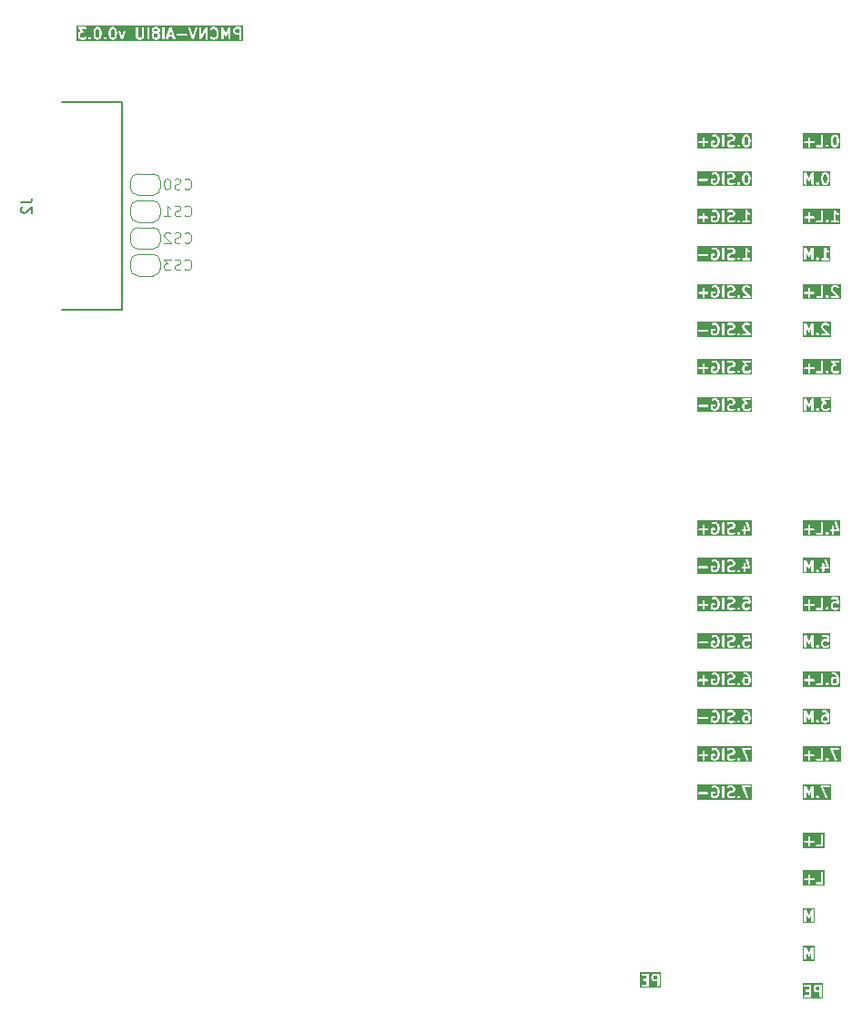
<source format=gbr>
%TF.GenerationSoftware,KiCad,Pcbnew,9.0.2*%
%TF.CreationDate,2025-06-25T12:37:36+03:00*%
%TF.ProjectId,PMCNV-AI8IU,504d434e-562d-4414-9938-49552e6b6963,rev?*%
%TF.SameCoordinates,Original*%
%TF.FileFunction,Legend,Bot*%
%TF.FilePolarity,Positive*%
%FSLAX46Y46*%
G04 Gerber Fmt 4.6, Leading zero omitted, Abs format (unit mm)*
G04 Created by KiCad (PCBNEW 9.0.2) date 2025-06-25 12:37:36*
%MOMM*%
%LPD*%
G01*
G04 APERTURE LIST*
%ADD10C,0.200000*%
%ADD11C,0.100000*%
%ADD12C,0.150000*%
%ADD13C,0.120000*%
%ADD14C,0.152400*%
G04 APERTURE END LIST*
D10*
G36*
X31388589Y-7663330D02*
G01*
X26302090Y-7663330D01*
X26302090Y-7051757D01*
X26413201Y-7051757D01*
X26413201Y-7090775D01*
X26428133Y-7126823D01*
X26455723Y-7154413D01*
X26491771Y-7169345D01*
X26511280Y-7171266D01*
X26792232Y-7171266D01*
X26792232Y-7452219D01*
X26794153Y-7471728D01*
X26809085Y-7507776D01*
X26836675Y-7535366D01*
X26872723Y-7550298D01*
X26911741Y-7550298D01*
X26947789Y-7535366D01*
X26975379Y-7507776D01*
X26990311Y-7471728D01*
X26992232Y-7452219D01*
X26992232Y-7171266D01*
X27273184Y-7171266D01*
X27292693Y-7169345D01*
X27328741Y-7154413D01*
X27356331Y-7126823D01*
X27371263Y-7090775D01*
X27371263Y-7051757D01*
X27359619Y-7023647D01*
X27601756Y-7023647D01*
X27601756Y-7356980D01*
X27603677Y-7376489D01*
X27605161Y-7380071D01*
X27618608Y-7412537D01*
X27631045Y-7427690D01*
X27678663Y-7475310D01*
X27693817Y-7487747D01*
X27697136Y-7489122D01*
X27699852Y-7491477D01*
X27717752Y-7499468D01*
X27860609Y-7547087D01*
X27870281Y-7549286D01*
X27872723Y-7550298D01*
X27876260Y-7550646D01*
X27879724Y-7551434D01*
X27882358Y-7551246D01*
X27892232Y-7552219D01*
X27987470Y-7552219D01*
X27997343Y-7551246D01*
X27999977Y-7551434D01*
X28003440Y-7550646D01*
X28006979Y-7550298D01*
X28009421Y-7549286D01*
X28019093Y-7547087D01*
X28161949Y-7499468D01*
X28179850Y-7491477D01*
X28182565Y-7489122D01*
X28185885Y-7487747D01*
X28201038Y-7475310D01*
X28296276Y-7380071D01*
X28302568Y-7372404D01*
X28304565Y-7370673D01*
X28306458Y-7367665D01*
X28308713Y-7364918D01*
X28309724Y-7362476D01*
X28315008Y-7354082D01*
X28362627Y-7258845D01*
X28363173Y-7257416D01*
X28363603Y-7256837D01*
X28366524Y-7248660D01*
X28369633Y-7240536D01*
X28369684Y-7239815D01*
X28370198Y-7238377D01*
X28417817Y-7047901D01*
X28418317Y-7044519D01*
X28418882Y-7043156D01*
X28419605Y-7035805D01*
X28420685Y-7028508D01*
X28420467Y-7027049D01*
X28420803Y-7023647D01*
X28420803Y-6880790D01*
X28420467Y-6877387D01*
X28420685Y-6875929D01*
X28419605Y-6868631D01*
X28418882Y-6861281D01*
X28418317Y-6859917D01*
X28417817Y-6856536D01*
X28370198Y-6666060D01*
X28369684Y-6664621D01*
X28369633Y-6663901D01*
X28366524Y-6655776D01*
X28363603Y-6647600D01*
X28363173Y-6647020D01*
X28362627Y-6645592D01*
X28315008Y-6550355D01*
X28309721Y-6541956D01*
X28308712Y-6539519D01*
X28306460Y-6536775D01*
X28304565Y-6533764D01*
X28302567Y-6532031D01*
X28296276Y-6524365D01*
X28224130Y-6452219D01*
X28649374Y-6452219D01*
X28649374Y-7452219D01*
X28651295Y-7471728D01*
X28666227Y-7507776D01*
X28693817Y-7535366D01*
X28729865Y-7550298D01*
X28768883Y-7550298D01*
X28804931Y-7535366D01*
X28832521Y-7507776D01*
X28847453Y-7471728D01*
X28849374Y-7452219D01*
X28849374Y-7166504D01*
X29077946Y-7166504D01*
X29077946Y-7261742D01*
X29079867Y-7281251D01*
X29081242Y-7284571D01*
X29081497Y-7288155D01*
X29088503Y-7306463D01*
X29136122Y-7401701D01*
X29141405Y-7410093D01*
X29142417Y-7412537D01*
X29144673Y-7415286D01*
X29146565Y-7418291D01*
X29148559Y-7420020D01*
X29154854Y-7427690D01*
X29202472Y-7475310D01*
X29210140Y-7481603D01*
X29211872Y-7483600D01*
X29214880Y-7485493D01*
X29217626Y-7487747D01*
X29220066Y-7488757D01*
X29228463Y-7494043D01*
X29323700Y-7541662D01*
X29342009Y-7548668D01*
X29345592Y-7548922D01*
X29348913Y-7550298D01*
X29368422Y-7552219D01*
X29606517Y-7552219D01*
X29616390Y-7551246D01*
X29619024Y-7551434D01*
X29622487Y-7550646D01*
X29626026Y-7550298D01*
X29628468Y-7549286D01*
X29638140Y-7547087D01*
X29780996Y-7499468D01*
X29798897Y-7491477D01*
X29828373Y-7465912D01*
X29845822Y-7431013D01*
X29848589Y-7392093D01*
X29846255Y-7385091D01*
X30032247Y-7385091D01*
X30032247Y-7424109D01*
X30038710Y-7439712D01*
X30047179Y-7460158D01*
X30047183Y-7460162D01*
X30059615Y-7475311D01*
X30107234Y-7522929D01*
X30122387Y-7535366D01*
X30131390Y-7539095D01*
X30158436Y-7550298D01*
X30197454Y-7550298D01*
X30233502Y-7535366D01*
X30248656Y-7522930D01*
X30296274Y-7475311D01*
X30308711Y-7460158D01*
X30317008Y-7440127D01*
X30323642Y-7424110D01*
X30323643Y-7385092D01*
X30308712Y-7349043D01*
X30296275Y-7333890D01*
X30248656Y-7286270D01*
X30233503Y-7273833D01*
X30213914Y-7265719D01*
X30207236Y-7262953D01*
X30197454Y-7258901D01*
X30158436Y-7258901D01*
X30148654Y-7262953D01*
X30122388Y-7273832D01*
X30122387Y-7273833D01*
X30107233Y-7286270D01*
X30059615Y-7333890D01*
X30047178Y-7349043D01*
X30038219Y-7370673D01*
X30032247Y-7385091D01*
X29846255Y-7385091D01*
X29836250Y-7355077D01*
X29810685Y-7325601D01*
X29775786Y-7308151D01*
X29736866Y-7305385D01*
X29717751Y-7309732D01*
X29590290Y-7352219D01*
X29392029Y-7352219D01*
X29332419Y-7322414D01*
X29307752Y-7297746D01*
X29277946Y-7238134D01*
X29277946Y-7190111D01*
X29307751Y-7130501D01*
X29332419Y-7105832D01*
X29403326Y-7070379D01*
X29583151Y-7025423D01*
X29584588Y-7024909D01*
X29585311Y-7024858D01*
X29588475Y-7023647D01*
X30506517Y-7023647D01*
X30506517Y-7261742D01*
X30508438Y-7281251D01*
X30509813Y-7284571D01*
X30510068Y-7288155D01*
X30517074Y-7306463D01*
X30564693Y-7401701D01*
X30569976Y-7410093D01*
X30570988Y-7412537D01*
X30573244Y-7415286D01*
X30575136Y-7418291D01*
X30577130Y-7420020D01*
X30583425Y-7427690D01*
X30631043Y-7475310D01*
X30638711Y-7481603D01*
X30640443Y-7483600D01*
X30643451Y-7485493D01*
X30646197Y-7487747D01*
X30648637Y-7488757D01*
X30657034Y-7494043D01*
X30752271Y-7541662D01*
X30770580Y-7548668D01*
X30774163Y-7548922D01*
X30777484Y-7550298D01*
X30796993Y-7552219D01*
X31035088Y-7552219D01*
X31054597Y-7550298D01*
X31057917Y-7548922D01*
X31061501Y-7548668D01*
X31079809Y-7541662D01*
X31175047Y-7494043D01*
X31183442Y-7488758D01*
X31185884Y-7487747D01*
X31188631Y-7485491D01*
X31191637Y-7483600D01*
X31193367Y-7481605D01*
X31201037Y-7475310D01*
X31248656Y-7427690D01*
X31261093Y-7412537D01*
X31276024Y-7376488D01*
X31276023Y-7337470D01*
X31261092Y-7301422D01*
X31233501Y-7273832D01*
X31197453Y-7258901D01*
X31158435Y-7258902D01*
X31122387Y-7273833D01*
X31107233Y-7286270D01*
X31071090Y-7322413D01*
X31011481Y-7352219D01*
X30820600Y-7352219D01*
X30760990Y-7322414D01*
X30736323Y-7297746D01*
X30706517Y-7238134D01*
X30706517Y-7047254D01*
X30736322Y-6987644D01*
X30760990Y-6962975D01*
X30820600Y-6933171D01*
X31011481Y-6933171D01*
X31071090Y-6962976D01*
X31107234Y-6999119D01*
X31122387Y-7011556D01*
X31127041Y-7013483D01*
X31130937Y-7016671D01*
X31144930Y-7020893D01*
X31158436Y-7026487D01*
X31163470Y-7026487D01*
X31168292Y-7027942D01*
X31182843Y-7026487D01*
X31197454Y-7026487D01*
X31202103Y-7024561D01*
X31207116Y-7024060D01*
X31219999Y-7017148D01*
X31233502Y-7011556D01*
X31237062Y-7007995D01*
X31241500Y-7005615D01*
X31250755Y-6994302D01*
X31261092Y-6983966D01*
X31263019Y-6979313D01*
X31266207Y-6975417D01*
X31270429Y-6961422D01*
X31276023Y-6947918D01*
X31276023Y-6942884D01*
X31277478Y-6938062D01*
X31277449Y-6918459D01*
X31229830Y-6442269D01*
X31228405Y-6435160D01*
X31228405Y-6432710D01*
X31227453Y-6430412D01*
X31225977Y-6423048D01*
X31219067Y-6410167D01*
X31213473Y-6396662D01*
X31209912Y-6393101D01*
X31207532Y-6388664D01*
X31196219Y-6379408D01*
X31185883Y-6369072D01*
X31181230Y-6367144D01*
X31177334Y-6363957D01*
X31163344Y-6359736D01*
X31149835Y-6354140D01*
X31142357Y-6353403D01*
X31139979Y-6352686D01*
X31137542Y-6352929D01*
X31130326Y-6352219D01*
X30654136Y-6352219D01*
X30634627Y-6354140D01*
X30598579Y-6369072D01*
X30570989Y-6396662D01*
X30556057Y-6432710D01*
X30556057Y-6471728D01*
X30570989Y-6507776D01*
X30598579Y-6535366D01*
X30634627Y-6550298D01*
X30654136Y-6552219D01*
X31039827Y-6552219D01*
X31058254Y-6736491D01*
X31057917Y-6736467D01*
X31054597Y-6735092D01*
X31035088Y-6733171D01*
X30796993Y-6733171D01*
X30777484Y-6735092D01*
X30774163Y-6736467D01*
X30770580Y-6736722D01*
X30752271Y-6743728D01*
X30657034Y-6791347D01*
X30648637Y-6796632D01*
X30646197Y-6797643D01*
X30643451Y-6799896D01*
X30640443Y-6801790D01*
X30638710Y-6803787D01*
X30631044Y-6810080D01*
X30583425Y-6857698D01*
X30577130Y-6865368D01*
X30575136Y-6867098D01*
X30573242Y-6870105D01*
X30570989Y-6872852D01*
X30569978Y-6875291D01*
X30564693Y-6883688D01*
X30517074Y-6978926D01*
X30510068Y-6997234D01*
X30509813Y-7000817D01*
X30508438Y-7004138D01*
X30506517Y-7023647D01*
X29588475Y-7023647D01*
X29593435Y-7021749D01*
X29601612Y-7018828D01*
X29602192Y-7018397D01*
X29603619Y-7017852D01*
X29698857Y-6970233D01*
X29707253Y-6964947D01*
X29709693Y-6963937D01*
X29712439Y-6961683D01*
X29715447Y-6959790D01*
X29717176Y-6957795D01*
X29724847Y-6951501D01*
X29772465Y-6903882D01*
X29778757Y-6896215D01*
X29780755Y-6894483D01*
X29782648Y-6891474D01*
X29784902Y-6888729D01*
X29785912Y-6886288D01*
X29791198Y-6877892D01*
X29838817Y-6782655D01*
X29845823Y-6764346D01*
X29846077Y-6760762D01*
X29847453Y-6757442D01*
X29849374Y-6737933D01*
X29849374Y-6642695D01*
X29847453Y-6623186D01*
X29846077Y-6619865D01*
X29845823Y-6616282D01*
X29838817Y-6597973D01*
X29791198Y-6502736D01*
X29785912Y-6494339D01*
X29784902Y-6491899D01*
X29782648Y-6489153D01*
X29780755Y-6486145D01*
X29778757Y-6484412D01*
X29772465Y-6476746D01*
X29724847Y-6429127D01*
X29717176Y-6422832D01*
X29715447Y-6420838D01*
X29712439Y-6418944D01*
X29709693Y-6416691D01*
X29707253Y-6415680D01*
X29698857Y-6410395D01*
X29603619Y-6362776D01*
X29585311Y-6355770D01*
X29581727Y-6355515D01*
X29578407Y-6354140D01*
X29558898Y-6352219D01*
X29320803Y-6352219D01*
X29310929Y-6353191D01*
X29308295Y-6353004D01*
X29304831Y-6353791D01*
X29301294Y-6354140D01*
X29298852Y-6355151D01*
X29289180Y-6357351D01*
X29146323Y-6404970D01*
X29128423Y-6412961D01*
X29098947Y-6438526D01*
X29081497Y-6473425D01*
X29078731Y-6512345D01*
X29091069Y-6549361D01*
X29116634Y-6578837D01*
X29151533Y-6596287D01*
X29190453Y-6599053D01*
X29209569Y-6594706D01*
X29337029Y-6552219D01*
X29535291Y-6552219D01*
X29594900Y-6582024D01*
X29619569Y-6606692D01*
X29649374Y-6666302D01*
X29649374Y-6714326D01*
X29619569Y-6773935D01*
X29594900Y-6798603D01*
X29523993Y-6834057D01*
X29344168Y-6879014D01*
X29342729Y-6879527D01*
X29342009Y-6879579D01*
X29333884Y-6882687D01*
X29325708Y-6885609D01*
X29325128Y-6886038D01*
X29323700Y-6886585D01*
X29228463Y-6934204D01*
X29220066Y-6939489D01*
X29217626Y-6940500D01*
X29214880Y-6942753D01*
X29211872Y-6944647D01*
X29210139Y-6946644D01*
X29202473Y-6952937D01*
X29154854Y-7000555D01*
X29148559Y-7008225D01*
X29146565Y-7009955D01*
X29144671Y-7012962D01*
X29142418Y-7015709D01*
X29141407Y-7018148D01*
X29136122Y-7026545D01*
X29088503Y-7121783D01*
X29081497Y-7140091D01*
X29081242Y-7143674D01*
X29079867Y-7146995D01*
X29077946Y-7166504D01*
X28849374Y-7166504D01*
X28849374Y-6452219D01*
X28847453Y-6432710D01*
X28832521Y-6396662D01*
X28804931Y-6369072D01*
X28768883Y-6354140D01*
X28729865Y-6354140D01*
X28693817Y-6369072D01*
X28666227Y-6396662D01*
X28651295Y-6432710D01*
X28649374Y-6452219D01*
X28224130Y-6452219D01*
X28201038Y-6429127D01*
X28185884Y-6416691D01*
X28182565Y-6415316D01*
X28179850Y-6412961D01*
X28161949Y-6404970D01*
X28019093Y-6357351D01*
X28009421Y-6355151D01*
X28006979Y-6354140D01*
X28003440Y-6353791D01*
X27999977Y-6353004D01*
X27997343Y-6353191D01*
X27987470Y-6352219D01*
X27844613Y-6352219D01*
X27825104Y-6354140D01*
X27821783Y-6355515D01*
X27818200Y-6355770D01*
X27799891Y-6362776D01*
X27704654Y-6410395D01*
X27688063Y-6420838D01*
X27662499Y-6450315D01*
X27650160Y-6487331D01*
X27652926Y-6526251D01*
X27670375Y-6561150D01*
X27699852Y-6586714D01*
X27736868Y-6599053D01*
X27775788Y-6596287D01*
X27794096Y-6589281D01*
X27868220Y-6552219D01*
X27971243Y-6552219D01*
X28076307Y-6587240D01*
X28143380Y-6654313D01*
X28178832Y-6725218D01*
X28220803Y-6893099D01*
X28220803Y-7011337D01*
X28178832Y-7179218D01*
X28143379Y-7250124D01*
X28076308Y-7317197D01*
X27971243Y-7352219D01*
X27908458Y-7352219D01*
X27803393Y-7317197D01*
X27801756Y-7315559D01*
X27801756Y-7123647D01*
X27892232Y-7123647D01*
X27911741Y-7121726D01*
X27947789Y-7106794D01*
X27975379Y-7079204D01*
X27990311Y-7043156D01*
X27990311Y-7004138D01*
X27975379Y-6968090D01*
X27947789Y-6940500D01*
X27911741Y-6925568D01*
X27892232Y-6923647D01*
X27701756Y-6923647D01*
X27682247Y-6925568D01*
X27646199Y-6940500D01*
X27618609Y-6968090D01*
X27603677Y-7004138D01*
X27601756Y-7023647D01*
X27359619Y-7023647D01*
X27356331Y-7015709D01*
X27328741Y-6988119D01*
X27292693Y-6973187D01*
X27273184Y-6971266D01*
X26992232Y-6971266D01*
X26992232Y-6690314D01*
X26990311Y-6670805D01*
X26975379Y-6634757D01*
X26947789Y-6607167D01*
X26911741Y-6592235D01*
X26872723Y-6592235D01*
X26836675Y-6607167D01*
X26809085Y-6634757D01*
X26794153Y-6670805D01*
X26792232Y-6690314D01*
X26792232Y-6971266D01*
X26511280Y-6971266D01*
X26491771Y-6973187D01*
X26455723Y-6988119D01*
X26428133Y-7015709D01*
X26413201Y-7051757D01*
X26302090Y-7051757D01*
X26302090Y-6241108D01*
X31388589Y-6241108D01*
X31388589Y-7663330D01*
G37*
D11*
X-21357143Y24137820D02*
X-21309524Y24090200D01*
X-21309524Y24090200D02*
X-21166667Y24042581D01*
X-21166667Y24042581D02*
X-21071429Y24042581D01*
X-21071429Y24042581D02*
X-20928572Y24090200D01*
X-20928572Y24090200D02*
X-20833334Y24185439D01*
X-20833334Y24185439D02*
X-20785715Y24280677D01*
X-20785715Y24280677D02*
X-20738096Y24471153D01*
X-20738096Y24471153D02*
X-20738096Y24614010D01*
X-20738096Y24614010D02*
X-20785715Y24804486D01*
X-20785715Y24804486D02*
X-20833334Y24899724D01*
X-20833334Y24899724D02*
X-20928572Y24994962D01*
X-20928572Y24994962D02*
X-21071429Y25042581D01*
X-21071429Y25042581D02*
X-21166667Y25042581D01*
X-21166667Y25042581D02*
X-21309524Y24994962D01*
X-21309524Y24994962D02*
X-21357143Y24947343D01*
X-21738096Y24090200D02*
X-21880953Y24042581D01*
X-21880953Y24042581D02*
X-22119048Y24042581D01*
X-22119048Y24042581D02*
X-22214286Y24090200D01*
X-22214286Y24090200D02*
X-22261905Y24137820D01*
X-22261905Y24137820D02*
X-22309524Y24233058D01*
X-22309524Y24233058D02*
X-22309524Y24328296D01*
X-22309524Y24328296D02*
X-22261905Y24423534D01*
X-22261905Y24423534D02*
X-22214286Y24471153D01*
X-22214286Y24471153D02*
X-22119048Y24518772D01*
X-22119048Y24518772D02*
X-21928572Y24566391D01*
X-21928572Y24566391D02*
X-21833334Y24614010D01*
X-21833334Y24614010D02*
X-21785715Y24661629D01*
X-21785715Y24661629D02*
X-21738096Y24756867D01*
X-21738096Y24756867D02*
X-21738096Y24852105D01*
X-21738096Y24852105D02*
X-21785715Y24947343D01*
X-21785715Y24947343D02*
X-21833334Y24994962D01*
X-21833334Y24994962D02*
X-21928572Y25042581D01*
X-21928572Y25042581D02*
X-22166667Y25042581D01*
X-22166667Y25042581D02*
X-22309524Y24994962D01*
X-22642858Y25042581D02*
X-23261905Y25042581D01*
X-23261905Y25042581D02*
X-22928572Y24661629D01*
X-22928572Y24661629D02*
X-23071429Y24661629D01*
X-23071429Y24661629D02*
X-23166667Y24614010D01*
X-23166667Y24614010D02*
X-23214286Y24566391D01*
X-23214286Y24566391D02*
X-23261905Y24471153D01*
X-23261905Y24471153D02*
X-23261905Y24233058D01*
X-23261905Y24233058D02*
X-23214286Y24137820D01*
X-23214286Y24137820D02*
X-23166667Y24090200D01*
X-23166667Y24090200D02*
X-23071429Y24042581D01*
X-23071429Y24042581D02*
X-22785715Y24042581D01*
X-22785715Y24042581D02*
X-22690477Y24090200D01*
X-22690477Y24090200D02*
X-22642858Y24137820D01*
D10*
G36*
X31434754Y21336670D02*
G01*
X26302090Y21336670D01*
X26302090Y21948243D01*
X26413201Y21948243D01*
X26413201Y21909225D01*
X26428133Y21873177D01*
X26455723Y21845587D01*
X26491771Y21830655D01*
X26511280Y21828734D01*
X26792232Y21828734D01*
X26792232Y21547781D01*
X26794153Y21528272D01*
X26809085Y21492224D01*
X26836675Y21464634D01*
X26872723Y21449702D01*
X26911741Y21449702D01*
X26947789Y21464634D01*
X26975379Y21492224D01*
X26990311Y21528272D01*
X26992232Y21547781D01*
X26992232Y21828734D01*
X27273184Y21828734D01*
X27292693Y21830655D01*
X27328741Y21845587D01*
X27356331Y21873177D01*
X27371263Y21909225D01*
X27371263Y21948243D01*
X27359619Y21976353D01*
X27601756Y21976353D01*
X27601756Y21643020D01*
X27603677Y21623511D01*
X27605161Y21619929D01*
X27618608Y21587463D01*
X27631045Y21572310D01*
X27678663Y21524690D01*
X27693817Y21512253D01*
X27697136Y21510878D01*
X27699852Y21508523D01*
X27717752Y21500532D01*
X27860609Y21452913D01*
X27870281Y21450714D01*
X27872723Y21449702D01*
X27876260Y21449354D01*
X27879724Y21448566D01*
X27882358Y21448754D01*
X27892232Y21447781D01*
X27987470Y21447781D01*
X27997343Y21448754D01*
X27999977Y21448566D01*
X28003440Y21449354D01*
X28006979Y21449702D01*
X28009421Y21450714D01*
X28019093Y21452913D01*
X28161949Y21500532D01*
X28179850Y21508523D01*
X28182565Y21510878D01*
X28185885Y21512253D01*
X28201038Y21524690D01*
X28296276Y21619929D01*
X28302568Y21627596D01*
X28304565Y21629327D01*
X28306458Y21632335D01*
X28308713Y21635082D01*
X28309724Y21637524D01*
X28315008Y21645918D01*
X28362627Y21741155D01*
X28363173Y21742584D01*
X28363603Y21743163D01*
X28366524Y21751340D01*
X28369633Y21759464D01*
X28369684Y21760185D01*
X28370198Y21761623D01*
X28417817Y21952099D01*
X28418317Y21955481D01*
X28418882Y21956844D01*
X28419605Y21964195D01*
X28420685Y21971492D01*
X28420467Y21972951D01*
X28420803Y21976353D01*
X28420803Y22119210D01*
X28420467Y22122613D01*
X28420685Y22124071D01*
X28419605Y22131369D01*
X28418882Y22138719D01*
X28418317Y22140083D01*
X28417817Y22143464D01*
X28370198Y22333940D01*
X28369684Y22335379D01*
X28369633Y22336099D01*
X28366524Y22344224D01*
X28363603Y22352400D01*
X28363173Y22352980D01*
X28362627Y22354408D01*
X28315008Y22449645D01*
X28309721Y22458044D01*
X28308712Y22460481D01*
X28306460Y22463225D01*
X28304565Y22466236D01*
X28302567Y22467969D01*
X28296276Y22475635D01*
X28224130Y22547781D01*
X28649374Y22547781D01*
X28649374Y21547781D01*
X28651295Y21528272D01*
X28666227Y21492224D01*
X28693817Y21464634D01*
X28729865Y21449702D01*
X28768883Y21449702D01*
X28804931Y21464634D01*
X28832521Y21492224D01*
X28847453Y21528272D01*
X28849374Y21547781D01*
X28849374Y21833496D01*
X29077946Y21833496D01*
X29077946Y21738258D01*
X29079867Y21718749D01*
X29081242Y21715429D01*
X29081497Y21711845D01*
X29088503Y21693537D01*
X29136122Y21598299D01*
X29141405Y21589907D01*
X29142417Y21587463D01*
X29144673Y21584714D01*
X29146565Y21581709D01*
X29148559Y21579980D01*
X29154854Y21572310D01*
X29202472Y21524690D01*
X29210140Y21518397D01*
X29211872Y21516400D01*
X29214880Y21514507D01*
X29217626Y21512253D01*
X29220066Y21511243D01*
X29228463Y21505957D01*
X29323700Y21458338D01*
X29342009Y21451332D01*
X29345592Y21451078D01*
X29348913Y21449702D01*
X29368422Y21447781D01*
X29606517Y21447781D01*
X29616390Y21448754D01*
X29619024Y21448566D01*
X29622487Y21449354D01*
X29626026Y21449702D01*
X29628468Y21450714D01*
X29638140Y21452913D01*
X29780996Y21500532D01*
X29798897Y21508523D01*
X29828373Y21534088D01*
X29845822Y21568987D01*
X29848589Y21607907D01*
X29846255Y21614909D01*
X30032247Y21614909D01*
X30032247Y21575891D01*
X30038710Y21560288D01*
X30047179Y21539842D01*
X30047183Y21539838D01*
X30059615Y21524689D01*
X30107234Y21477071D01*
X30122387Y21464634D01*
X30131390Y21460905D01*
X30158436Y21449702D01*
X30197454Y21449702D01*
X30233502Y21464634D01*
X30248656Y21477070D01*
X30296274Y21524689D01*
X30308711Y21539842D01*
X30317008Y21559873D01*
X30323642Y21575890D01*
X30323643Y21614908D01*
X30308712Y21650957D01*
X30296275Y21666110D01*
X30248656Y21713730D01*
X30233503Y21726167D01*
X30213914Y21734281D01*
X30207236Y21737047D01*
X30197454Y21741099D01*
X30158436Y21741099D01*
X30148654Y21737047D01*
X30122388Y21726168D01*
X30122387Y21726167D01*
X30107233Y21713730D01*
X30059615Y21666110D01*
X30047178Y21650957D01*
X30038219Y21629327D01*
X30032247Y21614909D01*
X29846255Y21614909D01*
X29836250Y21644923D01*
X29810685Y21674399D01*
X29775786Y21691849D01*
X29736866Y21694615D01*
X29717751Y21690268D01*
X29590290Y21647781D01*
X29392029Y21647781D01*
X29332419Y21677586D01*
X29307752Y21702254D01*
X29277946Y21761866D01*
X29277946Y21809889D01*
X29307751Y21869499D01*
X29332419Y21894168D01*
X29403326Y21929621D01*
X29583151Y21974577D01*
X29584588Y21975091D01*
X29585311Y21975142D01*
X29593435Y21978251D01*
X29601612Y21981172D01*
X29602192Y21981603D01*
X29603619Y21982148D01*
X29698857Y22029767D01*
X29707253Y22035053D01*
X29709693Y22036063D01*
X29712439Y22038317D01*
X29715447Y22040210D01*
X29717176Y22042205D01*
X29724847Y22048499D01*
X29772465Y22096118D01*
X29778757Y22103785D01*
X29780755Y22105517D01*
X29782648Y22108526D01*
X29784902Y22111271D01*
X29785912Y22113712D01*
X29791198Y22122108D01*
X29838817Y22217345D01*
X29845823Y22235654D01*
X29846077Y22239238D01*
X29847453Y22242558D01*
X29849374Y22262067D01*
X29849374Y22357305D01*
X30506517Y22357305D01*
X30506517Y22262067D01*
X30507489Y22252194D01*
X30507302Y22249560D01*
X30508089Y22246097D01*
X30508438Y22242558D01*
X30509449Y22240116D01*
X30511649Y22230444D01*
X30559268Y22087588D01*
X30567259Y22069687D01*
X30569614Y22066972D01*
X30570989Y22063653D01*
X30583425Y22048499D01*
X30984142Y21647781D01*
X30606517Y21647781D01*
X30587008Y21645860D01*
X30550960Y21630928D01*
X30523370Y21603338D01*
X30508438Y21567290D01*
X30508438Y21528272D01*
X30523370Y21492224D01*
X30550960Y21464634D01*
X30587008Y21449702D01*
X30606517Y21447781D01*
X31225564Y21447781D01*
X31245073Y21449702D01*
X31281121Y21464634D01*
X31308711Y21492224D01*
X31323643Y21528272D01*
X31323643Y21567290D01*
X31308711Y21603338D01*
X31308710Y21603339D01*
X31296275Y21618492D01*
X30741538Y22173230D01*
X30706517Y22278294D01*
X30706517Y22333698D01*
X30736322Y22393308D01*
X30760990Y22417977D01*
X30820600Y22447781D01*
X31011481Y22447781D01*
X31071090Y22417976D01*
X31107234Y22381833D01*
X31122387Y22369396D01*
X31158436Y22354465D01*
X31197454Y22354465D01*
X31233502Y22369396D01*
X31261092Y22396986D01*
X31276023Y22433034D01*
X31276023Y22472052D01*
X31261092Y22508101D01*
X31248655Y22523254D01*
X31201037Y22570873D01*
X31193366Y22577168D01*
X31191637Y22579162D01*
X31188629Y22581056D01*
X31185883Y22583309D01*
X31183443Y22584320D01*
X31175047Y22589605D01*
X31079809Y22637224D01*
X31061501Y22644230D01*
X31057917Y22644485D01*
X31054597Y22645860D01*
X31035088Y22647781D01*
X30796993Y22647781D01*
X30777484Y22645860D01*
X30774163Y22644485D01*
X30770580Y22644230D01*
X30752271Y22637224D01*
X30657034Y22589605D01*
X30648637Y22584320D01*
X30646197Y22583309D01*
X30643451Y22581056D01*
X30640443Y22579162D01*
X30638710Y22577165D01*
X30631044Y22570872D01*
X30583425Y22523254D01*
X30577130Y22515584D01*
X30575136Y22513854D01*
X30573242Y22510847D01*
X30570989Y22508100D01*
X30569978Y22505661D01*
X30564693Y22497264D01*
X30517074Y22402026D01*
X30510068Y22383718D01*
X30509813Y22380135D01*
X30508438Y22376814D01*
X30506517Y22357305D01*
X29849374Y22357305D01*
X29847453Y22376814D01*
X29846077Y22380135D01*
X29845823Y22383718D01*
X29838817Y22402027D01*
X29791198Y22497264D01*
X29785912Y22505661D01*
X29784902Y22508101D01*
X29782648Y22510847D01*
X29780755Y22513855D01*
X29778757Y22515588D01*
X29772465Y22523254D01*
X29724847Y22570873D01*
X29717176Y22577168D01*
X29715447Y22579162D01*
X29712439Y22581056D01*
X29709693Y22583309D01*
X29707253Y22584320D01*
X29698857Y22589605D01*
X29603619Y22637224D01*
X29585311Y22644230D01*
X29581727Y22644485D01*
X29578407Y22645860D01*
X29558898Y22647781D01*
X29320803Y22647781D01*
X29310929Y22646809D01*
X29308295Y22646996D01*
X29304831Y22646209D01*
X29301294Y22645860D01*
X29298852Y22644849D01*
X29289180Y22642649D01*
X29146323Y22595030D01*
X29128423Y22587039D01*
X29098947Y22561474D01*
X29081497Y22526575D01*
X29078731Y22487655D01*
X29091069Y22450639D01*
X29116634Y22421163D01*
X29151533Y22403713D01*
X29190453Y22400947D01*
X29209569Y22405294D01*
X29337029Y22447781D01*
X29535291Y22447781D01*
X29594900Y22417976D01*
X29619569Y22393308D01*
X29649374Y22333698D01*
X29649374Y22285674D01*
X29619569Y22226065D01*
X29594900Y22201397D01*
X29523993Y22165943D01*
X29344168Y22120986D01*
X29342729Y22120473D01*
X29342009Y22120421D01*
X29333884Y22117313D01*
X29325708Y22114391D01*
X29325128Y22113962D01*
X29323700Y22113415D01*
X29228463Y22065796D01*
X29220066Y22060511D01*
X29217626Y22059500D01*
X29214880Y22057247D01*
X29211872Y22055353D01*
X29210139Y22053356D01*
X29202473Y22047063D01*
X29154854Y21999445D01*
X29148559Y21991775D01*
X29146565Y21990045D01*
X29144671Y21987038D01*
X29142418Y21984291D01*
X29141407Y21981852D01*
X29136122Y21973455D01*
X29088503Y21878217D01*
X29081497Y21859909D01*
X29081242Y21856326D01*
X29079867Y21853005D01*
X29077946Y21833496D01*
X28849374Y21833496D01*
X28849374Y22547781D01*
X28847453Y22567290D01*
X28832521Y22603338D01*
X28804931Y22630928D01*
X28768883Y22645860D01*
X28729865Y22645860D01*
X28693817Y22630928D01*
X28666227Y22603338D01*
X28651295Y22567290D01*
X28649374Y22547781D01*
X28224130Y22547781D01*
X28201038Y22570873D01*
X28185884Y22583309D01*
X28182565Y22584684D01*
X28179850Y22587039D01*
X28161949Y22595030D01*
X28019093Y22642649D01*
X28009421Y22644849D01*
X28006979Y22645860D01*
X28003440Y22646209D01*
X27999977Y22646996D01*
X27997343Y22646809D01*
X27987470Y22647781D01*
X27844613Y22647781D01*
X27825104Y22645860D01*
X27821783Y22644485D01*
X27818200Y22644230D01*
X27799891Y22637224D01*
X27704654Y22589605D01*
X27688063Y22579162D01*
X27662499Y22549685D01*
X27650160Y22512669D01*
X27652926Y22473749D01*
X27670375Y22438850D01*
X27699852Y22413286D01*
X27736868Y22400947D01*
X27775788Y22403713D01*
X27794096Y22410719D01*
X27868220Y22447781D01*
X27971243Y22447781D01*
X28076307Y22412760D01*
X28143380Y22345687D01*
X28178832Y22274782D01*
X28220803Y22106901D01*
X28220803Y21988663D01*
X28178832Y21820782D01*
X28143379Y21749876D01*
X28076308Y21682803D01*
X27971243Y21647781D01*
X27908458Y21647781D01*
X27803393Y21682803D01*
X27801756Y21684441D01*
X27801756Y21876353D01*
X27892232Y21876353D01*
X27911741Y21878274D01*
X27947789Y21893206D01*
X27975379Y21920796D01*
X27990311Y21956844D01*
X27990311Y21995862D01*
X27975379Y22031910D01*
X27947789Y22059500D01*
X27911741Y22074432D01*
X27892232Y22076353D01*
X27701756Y22076353D01*
X27682247Y22074432D01*
X27646199Y22059500D01*
X27618609Y22031910D01*
X27603677Y21995862D01*
X27601756Y21976353D01*
X27359619Y21976353D01*
X27356331Y21984291D01*
X27328741Y22011881D01*
X27292693Y22026813D01*
X27273184Y22028734D01*
X26992232Y22028734D01*
X26992232Y22309686D01*
X26990311Y22329195D01*
X26975379Y22365243D01*
X26947789Y22392833D01*
X26911741Y22407765D01*
X26872723Y22407765D01*
X26836675Y22392833D01*
X26809085Y22365243D01*
X26794153Y22329195D01*
X26792232Y22309686D01*
X26792232Y22028734D01*
X26511280Y22028734D01*
X26491771Y22026813D01*
X26455723Y22011881D01*
X26428133Y21984291D01*
X26413201Y21948243D01*
X26302090Y21948243D01*
X26302090Y22758892D01*
X31434754Y22758892D01*
X31434754Y21336670D01*
G37*
G36*
X38722855Y-4161409D02*
G01*
X36158562Y-4161409D01*
X36158562Y-2952219D01*
X36269673Y-2952219D01*
X36269673Y-3952219D01*
X36271594Y-3971728D01*
X36286526Y-4007776D01*
X36314116Y-4035366D01*
X36350164Y-4050298D01*
X36389182Y-4050298D01*
X36425230Y-4035366D01*
X36452820Y-4007776D01*
X36467752Y-3971728D01*
X36469673Y-3952219D01*
X36469673Y-3402975D01*
X36612388Y-3708793D01*
X36616620Y-3715938D01*
X36617500Y-3718356D01*
X36619065Y-3720065D01*
X36622379Y-3725659D01*
X36633589Y-3735925D01*
X36643851Y-3747131D01*
X36647876Y-3749009D01*
X36651154Y-3752011D01*
X36665436Y-3757204D01*
X36679209Y-3763632D01*
X36683648Y-3763827D01*
X36687823Y-3765345D01*
X36703006Y-3764677D01*
X36718189Y-3765345D01*
X36722362Y-3763827D01*
X36726804Y-3763632D01*
X36740588Y-3757199D01*
X36754858Y-3752010D01*
X36758131Y-3749012D01*
X36762161Y-3747132D01*
X36772430Y-3735917D01*
X36783633Y-3725659D01*
X36786944Y-3720068D01*
X36788513Y-3718356D01*
X36789393Y-3715934D01*
X36793624Y-3708793D01*
X36936339Y-3402974D01*
X36936339Y-3952219D01*
X36938260Y-3971728D01*
X36953192Y-4007776D01*
X36980782Y-4035366D01*
X37016830Y-4050298D01*
X37055848Y-4050298D01*
X37091896Y-4035366D01*
X37119486Y-4007776D01*
X37134418Y-3971728D01*
X37136339Y-3952219D01*
X37136339Y-3885091D01*
X37366831Y-3885091D01*
X37366831Y-3924109D01*
X37370394Y-3932710D01*
X37381763Y-3960158D01*
X37381767Y-3960162D01*
X37394199Y-3975311D01*
X37441818Y-4022929D01*
X37456971Y-4035366D01*
X37467529Y-4039739D01*
X37493020Y-4050298D01*
X37532038Y-4050298D01*
X37568086Y-4035366D01*
X37583240Y-4022930D01*
X37630858Y-3975311D01*
X37643295Y-3960158D01*
X37658226Y-3924109D01*
X37658226Y-3912537D01*
X37658227Y-3885092D01*
X37643296Y-3849043D01*
X37630859Y-3833890D01*
X37583240Y-3786270D01*
X37568087Y-3773833D01*
X37547595Y-3765345D01*
X37543459Y-3763632D01*
X37532038Y-3758901D01*
X37493020Y-3758901D01*
X37482462Y-3763274D01*
X37456972Y-3773832D01*
X37456971Y-3773833D01*
X37441817Y-3786270D01*
X37394199Y-3833890D01*
X37381762Y-3849043D01*
X37378475Y-3856980D01*
X37366831Y-3885091D01*
X37136339Y-3885091D01*
X37136339Y-3599376D01*
X37795403Y-3599376D01*
X37795403Y-3638394D01*
X37810335Y-3674442D01*
X37837925Y-3702032D01*
X37873973Y-3716964D01*
X37893482Y-3718885D01*
X37936339Y-3718885D01*
X37936339Y-3952219D01*
X37938260Y-3971728D01*
X37953192Y-4007776D01*
X37980782Y-4035366D01*
X38016830Y-4050298D01*
X38055848Y-4050298D01*
X38091896Y-4035366D01*
X38119486Y-4007776D01*
X38134418Y-3971728D01*
X38136339Y-3952219D01*
X38136339Y-3718885D01*
X38512529Y-3718885D01*
X38522402Y-3717912D01*
X38525036Y-3718100D01*
X38526937Y-3717466D01*
X38532038Y-3716964D01*
X38546850Y-3710828D01*
X38562052Y-3705761D01*
X38564765Y-3703407D01*
X38568086Y-3702032D01*
X38579424Y-3690693D01*
X38591528Y-3680196D01*
X38593134Y-3676983D01*
X38595676Y-3674442D01*
X38601812Y-3659627D01*
X38608978Y-3645297D01*
X38609232Y-3641714D01*
X38610608Y-3638394D01*
X38610608Y-3622361D01*
X38611744Y-3606377D01*
X38610608Y-3601381D01*
X38610608Y-3599376D01*
X38609596Y-3596934D01*
X38607397Y-3587262D01*
X38369302Y-2872977D01*
X38361311Y-2855077D01*
X38335746Y-2825601D01*
X38300847Y-2808151D01*
X38261927Y-2805385D01*
X38224911Y-2817723D01*
X38195435Y-2843288D01*
X38177985Y-2878187D01*
X38175219Y-2917107D01*
X38179566Y-2936223D01*
X38373787Y-3518885D01*
X38136339Y-3518885D01*
X38136339Y-3285552D01*
X38134418Y-3266043D01*
X38119486Y-3229995D01*
X38091896Y-3202405D01*
X38055848Y-3187473D01*
X38016830Y-3187473D01*
X37980782Y-3202405D01*
X37953192Y-3229995D01*
X37938260Y-3266043D01*
X37936339Y-3285552D01*
X37936339Y-3518885D01*
X37893482Y-3518885D01*
X37873973Y-3520806D01*
X37837925Y-3535738D01*
X37810335Y-3563328D01*
X37795403Y-3599376D01*
X37136339Y-3599376D01*
X37136339Y-2952219D01*
X37135076Y-2939395D01*
X37135180Y-2937036D01*
X37134719Y-2935768D01*
X37134418Y-2932710D01*
X37127777Y-2916679D01*
X37121846Y-2900367D01*
X37120339Y-2898721D01*
X37119486Y-2896662D01*
X37107224Y-2884400D01*
X37095494Y-2871591D01*
X37093470Y-2870646D01*
X37091896Y-2869072D01*
X37075880Y-2862437D01*
X37060137Y-2855091D01*
X37057907Y-2854993D01*
X37055848Y-2854140D01*
X37038496Y-2854140D01*
X37021156Y-2853378D01*
X37019060Y-2854140D01*
X37016830Y-2854140D01*
X37000799Y-2860780D01*
X36984487Y-2866712D01*
X36982841Y-2868218D01*
X36980782Y-2869072D01*
X36968514Y-2881339D01*
X36955712Y-2893064D01*
X36954145Y-2895708D01*
X36953192Y-2896662D01*
X36952288Y-2898843D01*
X36945721Y-2909930D01*
X36703005Y-3430033D01*
X36460291Y-2909930D01*
X36453723Y-2898843D01*
X36452820Y-2896662D01*
X36451866Y-2895708D01*
X36450300Y-2893064D01*
X36437503Y-2881345D01*
X36425230Y-2869072D01*
X36423168Y-2868218D01*
X36421525Y-2866713D01*
X36405223Y-2860784D01*
X36389182Y-2854140D01*
X36386951Y-2854140D01*
X36384856Y-2853378D01*
X36367516Y-2854140D01*
X36350164Y-2854140D01*
X36348104Y-2854993D01*
X36345876Y-2855091D01*
X36330145Y-2862432D01*
X36314116Y-2869072D01*
X36312539Y-2870648D01*
X36310518Y-2871592D01*
X36298799Y-2884388D01*
X36286526Y-2896662D01*
X36285672Y-2898723D01*
X36284167Y-2900367D01*
X36278238Y-2916668D01*
X36271594Y-2932710D01*
X36271292Y-2935768D01*
X36270832Y-2937036D01*
X36270935Y-2939395D01*
X36269673Y-2952219D01*
X36158562Y-2952219D01*
X36158562Y-2694274D01*
X38722855Y-2694274D01*
X38722855Y-4161409D01*
G37*
G36*
X37247450Y-36661409D02*
G01*
X36158562Y-36661409D01*
X36158562Y-35452219D01*
X36269673Y-35452219D01*
X36269673Y-36452219D01*
X36271594Y-36471728D01*
X36286526Y-36507776D01*
X36314116Y-36535366D01*
X36350164Y-36550298D01*
X36389182Y-36550298D01*
X36425230Y-36535366D01*
X36452820Y-36507776D01*
X36467752Y-36471728D01*
X36469673Y-36452219D01*
X36469673Y-35902975D01*
X36612388Y-36208793D01*
X36616620Y-36215938D01*
X36617500Y-36218356D01*
X36619065Y-36220065D01*
X36622379Y-36225659D01*
X36633589Y-36235925D01*
X36643851Y-36247131D01*
X36647876Y-36249009D01*
X36651154Y-36252011D01*
X36665436Y-36257204D01*
X36679209Y-36263632D01*
X36683648Y-36263827D01*
X36687823Y-36265345D01*
X36703006Y-36264677D01*
X36718189Y-36265345D01*
X36722362Y-36263827D01*
X36726804Y-36263632D01*
X36740588Y-36257199D01*
X36754858Y-36252010D01*
X36758131Y-36249012D01*
X36762161Y-36247132D01*
X36772430Y-36235917D01*
X36783633Y-36225659D01*
X36786944Y-36220068D01*
X36788513Y-36218356D01*
X36789393Y-36215934D01*
X36793624Y-36208793D01*
X36936339Y-35902974D01*
X36936339Y-36452219D01*
X36938260Y-36471728D01*
X36953192Y-36507776D01*
X36980782Y-36535366D01*
X37016830Y-36550298D01*
X37055848Y-36550298D01*
X37091896Y-36535366D01*
X37119486Y-36507776D01*
X37134418Y-36471728D01*
X37136339Y-36452219D01*
X37136339Y-35452219D01*
X37135076Y-35439395D01*
X37135180Y-35437036D01*
X37134719Y-35435768D01*
X37134418Y-35432710D01*
X37127777Y-35416679D01*
X37121846Y-35400367D01*
X37120339Y-35398721D01*
X37119486Y-35396662D01*
X37107224Y-35384400D01*
X37095494Y-35371591D01*
X37093470Y-35370646D01*
X37091896Y-35369072D01*
X37075880Y-35362437D01*
X37060137Y-35355091D01*
X37057907Y-35354993D01*
X37055848Y-35354140D01*
X37038496Y-35354140D01*
X37021156Y-35353378D01*
X37019060Y-35354140D01*
X37016830Y-35354140D01*
X37000799Y-35360780D01*
X36984487Y-35366712D01*
X36982841Y-35368218D01*
X36980782Y-35369072D01*
X36968514Y-35381339D01*
X36955712Y-35393064D01*
X36954145Y-35395708D01*
X36953192Y-35396662D01*
X36952288Y-35398843D01*
X36945721Y-35409930D01*
X36703005Y-35930033D01*
X36460291Y-35409930D01*
X36453723Y-35398843D01*
X36452820Y-35396662D01*
X36451866Y-35395708D01*
X36450300Y-35393064D01*
X36437503Y-35381345D01*
X36425230Y-35369072D01*
X36423168Y-35368218D01*
X36421525Y-35366713D01*
X36405223Y-35360784D01*
X36389182Y-35354140D01*
X36386951Y-35354140D01*
X36384856Y-35353378D01*
X36367516Y-35354140D01*
X36350164Y-35354140D01*
X36348104Y-35354993D01*
X36345876Y-35355091D01*
X36330145Y-35362432D01*
X36314116Y-35369072D01*
X36312539Y-35370648D01*
X36310518Y-35371592D01*
X36298799Y-35384388D01*
X36286526Y-35396662D01*
X36285672Y-35398723D01*
X36284167Y-35400367D01*
X36278238Y-35416668D01*
X36271594Y-35432710D01*
X36271292Y-35435768D01*
X36270832Y-35437036D01*
X36270935Y-35439395D01*
X36269673Y-35452219D01*
X36158562Y-35452219D01*
X36158562Y-35242267D01*
X37247450Y-35242267D01*
X37247450Y-36661409D01*
G37*
G36*
X39674100Y14336670D02*
G01*
X36160483Y14336670D01*
X36160483Y14948243D01*
X36271594Y14948243D01*
X36271594Y14909225D01*
X36286526Y14873177D01*
X36314116Y14845587D01*
X36350164Y14830655D01*
X36369673Y14828734D01*
X36650625Y14828734D01*
X36650625Y14547781D01*
X36652546Y14528272D01*
X36667478Y14492224D01*
X36695068Y14464634D01*
X36731116Y14449702D01*
X36770134Y14449702D01*
X36806182Y14464634D01*
X36833772Y14492224D01*
X36848704Y14528272D01*
X36850625Y14547781D01*
X36850625Y14567290D01*
X37366832Y14567290D01*
X37366832Y14528272D01*
X37381764Y14492224D01*
X37409354Y14464634D01*
X37445402Y14449702D01*
X37464911Y14447781D01*
X37941101Y14447781D01*
X37960610Y14449702D01*
X37996658Y14464634D01*
X38024248Y14492224D01*
X38039180Y14528272D01*
X38041101Y14547781D01*
X38041101Y14614909D01*
X38271593Y14614909D01*
X38271593Y14575891D01*
X38278056Y14560288D01*
X38286525Y14539842D01*
X38286529Y14539838D01*
X38298961Y14524689D01*
X38346580Y14477071D01*
X38361733Y14464634D01*
X38370736Y14460905D01*
X38397782Y14449702D01*
X38436800Y14449702D01*
X38472848Y14464634D01*
X38488002Y14477070D01*
X38535620Y14524689D01*
X38548057Y14539842D01*
X38554809Y14556144D01*
X38562988Y14575890D01*
X38562989Y14614908D01*
X38548058Y14650957D01*
X38535621Y14666110D01*
X38488002Y14713730D01*
X38472849Y14726167D01*
X38457917Y14732352D01*
X38436800Y14741099D01*
X38397782Y14741099D01*
X38387224Y14736726D01*
X38361734Y14726168D01*
X38361733Y14726167D01*
X38346579Y14713730D01*
X38298961Y14666110D01*
X38286524Y14650957D01*
X38276511Y14626781D01*
X38271593Y14614909D01*
X38041101Y14614909D01*
X38041101Y14976353D01*
X38745863Y14976353D01*
X38745863Y14738258D01*
X38747784Y14718749D01*
X38749159Y14715429D01*
X38749414Y14711845D01*
X38756420Y14693537D01*
X38804039Y14598299D01*
X38809322Y14589907D01*
X38810334Y14587463D01*
X38812590Y14584714D01*
X38814482Y14581709D01*
X38816476Y14579980D01*
X38822771Y14572310D01*
X38870389Y14524690D01*
X38878057Y14518397D01*
X38879789Y14516400D01*
X38882797Y14514507D01*
X38885543Y14512253D01*
X38887983Y14511243D01*
X38896380Y14505957D01*
X38991617Y14458338D01*
X39009926Y14451332D01*
X39013509Y14451078D01*
X39016830Y14449702D01*
X39036339Y14447781D01*
X39322053Y14447781D01*
X39341562Y14449702D01*
X39344882Y14451078D01*
X39348466Y14451332D01*
X39366774Y14458338D01*
X39462012Y14505957D01*
X39470407Y14511242D01*
X39472849Y14512253D01*
X39475596Y14514509D01*
X39478602Y14516400D01*
X39480332Y14518395D01*
X39488002Y14524690D01*
X39535621Y14572310D01*
X39548058Y14587463D01*
X39562989Y14623512D01*
X39562988Y14662530D01*
X39548057Y14698578D01*
X39520466Y14726168D01*
X39484418Y14741099D01*
X39445400Y14741098D01*
X39409352Y14726167D01*
X39394198Y14713730D01*
X39358055Y14677587D01*
X39298446Y14647781D01*
X39059946Y14647781D01*
X39000336Y14677586D01*
X38975669Y14702254D01*
X38945863Y14761866D01*
X38945863Y14952746D01*
X38975668Y15012356D01*
X39000336Y15037025D01*
X39059946Y15066829D01*
X39179196Y15066829D01*
X39189513Y15067845D01*
X39192138Y15067670D01*
X39193945Y15068282D01*
X39198705Y15068750D01*
X39213708Y15074965D01*
X39229100Y15080170D01*
X39231639Y15082393D01*
X39234753Y15083682D01*
X39246230Y15095160D01*
X39258464Y15105864D01*
X39259959Y15108889D01*
X39262343Y15111272D01*
X39268557Y15126274D01*
X39275760Y15140839D01*
X39275984Y15144205D01*
X39277275Y15147320D01*
X39277275Y15163569D01*
X39278355Y15179771D01*
X39277275Y15182965D01*
X39277275Y15186338D01*
X39271059Y15201344D01*
X39265855Y15216732D01*
X39263073Y15220623D01*
X39262343Y15222386D01*
X39260483Y15224246D01*
X39254454Y15232679D01*
X39066240Y15447781D01*
X39464910Y15447781D01*
X39484419Y15449702D01*
X39520467Y15464634D01*
X39548057Y15492224D01*
X39562989Y15528272D01*
X39562989Y15567290D01*
X39548057Y15603338D01*
X39520467Y15630928D01*
X39484419Y15645860D01*
X39464910Y15647781D01*
X38845863Y15647781D01*
X38835545Y15646766D01*
X38832921Y15646940D01*
X38831113Y15646329D01*
X38826354Y15645860D01*
X38811348Y15639645D01*
X38795960Y15634440D01*
X38793420Y15632219D01*
X38790306Y15630928D01*
X38778821Y15619444D01*
X38766596Y15608746D01*
X38765100Y15605723D01*
X38762716Y15603338D01*
X38756499Y15588332D01*
X38749299Y15573771D01*
X38749074Y15570406D01*
X38747784Y15567290D01*
X38747784Y15551042D01*
X38746704Y15534839D01*
X38747784Y15531646D01*
X38747784Y15528272D01*
X38753999Y15513267D01*
X38759204Y15497878D01*
X38761985Y15493988D01*
X38762716Y15492224D01*
X38764575Y15490365D01*
X38770605Y15481931D01*
X38975226Y15248077D01*
X38896380Y15208653D01*
X38887983Y15203368D01*
X38885543Y15202357D01*
X38882797Y15200104D01*
X38879789Y15198210D01*
X38878056Y15196213D01*
X38870390Y15189920D01*
X38822771Y15142302D01*
X38816476Y15134632D01*
X38814482Y15132902D01*
X38812588Y15129895D01*
X38810335Y15127148D01*
X38809324Y15124709D01*
X38804039Y15116312D01*
X38756420Y15021074D01*
X38749414Y15002766D01*
X38749159Y14999183D01*
X38747784Y14995862D01*
X38745863Y14976353D01*
X38041101Y14976353D01*
X38041101Y15547781D01*
X38039180Y15567290D01*
X38024248Y15603338D01*
X37996658Y15630928D01*
X37960610Y15645860D01*
X37921592Y15645860D01*
X37885544Y15630928D01*
X37857954Y15603338D01*
X37843022Y15567290D01*
X37841101Y15547781D01*
X37841101Y14647781D01*
X37464911Y14647781D01*
X37445402Y14645860D01*
X37409354Y14630928D01*
X37381764Y14603338D01*
X37366832Y14567290D01*
X36850625Y14567290D01*
X36850625Y14828734D01*
X37131577Y14828734D01*
X37151086Y14830655D01*
X37187134Y14845587D01*
X37214724Y14873177D01*
X37229656Y14909225D01*
X37229656Y14948243D01*
X37214724Y14984291D01*
X37187134Y15011881D01*
X37151086Y15026813D01*
X37131577Y15028734D01*
X36850625Y15028734D01*
X36850625Y15309686D01*
X36848704Y15329195D01*
X36833772Y15365243D01*
X36806182Y15392833D01*
X36770134Y15407765D01*
X36731116Y15407765D01*
X36695068Y15392833D01*
X36667478Y15365243D01*
X36652546Y15329195D01*
X36650625Y15309686D01*
X36650625Y15028734D01*
X36369673Y15028734D01*
X36350164Y15026813D01*
X36314116Y15011881D01*
X36286526Y14984291D01*
X36271594Y14948243D01*
X36160483Y14948243D01*
X36160483Y15758892D01*
X39674100Y15758892D01*
X39674100Y14336670D01*
G37*
G36*
X30975852Y32917976D02*
G01*
X31000521Y32893308D01*
X31035974Y32822401D01*
X31077945Y32654520D01*
X31077945Y32441044D01*
X31035974Y32273163D01*
X31000521Y32202257D01*
X30975852Y32177587D01*
X30916243Y32147781D01*
X30868219Y32147781D01*
X30808609Y32177586D01*
X30783942Y32202254D01*
X30748487Y32273163D01*
X30706517Y32441044D01*
X30706517Y32654519D01*
X30748487Y32822401D01*
X30783941Y32893308D01*
X30808609Y32917977D01*
X30868219Y32947781D01*
X30916243Y32947781D01*
X30975852Y32917976D01*
G37*
G36*
X31389056Y31836670D02*
G01*
X26302090Y31836670D01*
X26302090Y32448243D01*
X26413201Y32448243D01*
X26413201Y32409225D01*
X26428133Y32373177D01*
X26455723Y32345587D01*
X26491771Y32330655D01*
X26511280Y32328734D01*
X27273184Y32328734D01*
X27292693Y32330655D01*
X27328741Y32345587D01*
X27356331Y32373177D01*
X27371263Y32409225D01*
X27371263Y32448243D01*
X27359619Y32476353D01*
X27601756Y32476353D01*
X27601756Y32143020D01*
X27603677Y32123511D01*
X27605161Y32119929D01*
X27618608Y32087463D01*
X27631045Y32072310D01*
X27678663Y32024690D01*
X27693817Y32012253D01*
X27697136Y32010878D01*
X27699852Y32008523D01*
X27717752Y32000532D01*
X27860609Y31952913D01*
X27870281Y31950714D01*
X27872723Y31949702D01*
X27876260Y31949354D01*
X27879724Y31948566D01*
X27882358Y31948754D01*
X27892232Y31947781D01*
X27987470Y31947781D01*
X27997343Y31948754D01*
X27999977Y31948566D01*
X28003440Y31949354D01*
X28006979Y31949702D01*
X28009421Y31950714D01*
X28019093Y31952913D01*
X28161949Y32000532D01*
X28179850Y32008523D01*
X28182565Y32010878D01*
X28185885Y32012253D01*
X28201038Y32024690D01*
X28296276Y32119929D01*
X28302568Y32127596D01*
X28304565Y32129327D01*
X28306458Y32132335D01*
X28308713Y32135082D01*
X28309724Y32137524D01*
X28315008Y32145918D01*
X28362627Y32241155D01*
X28363173Y32242584D01*
X28363603Y32243163D01*
X28366524Y32251340D01*
X28369633Y32259464D01*
X28369684Y32260185D01*
X28370198Y32261623D01*
X28417817Y32452099D01*
X28418317Y32455481D01*
X28418882Y32456844D01*
X28419605Y32464195D01*
X28420685Y32471492D01*
X28420467Y32472951D01*
X28420803Y32476353D01*
X28420803Y32619210D01*
X28420467Y32622613D01*
X28420685Y32624071D01*
X28419605Y32631369D01*
X28418882Y32638719D01*
X28418317Y32640083D01*
X28417817Y32643464D01*
X28370198Y32833940D01*
X28369684Y32835379D01*
X28369633Y32836099D01*
X28366524Y32844224D01*
X28363603Y32852400D01*
X28363173Y32852980D01*
X28362627Y32854408D01*
X28315008Y32949645D01*
X28309721Y32958044D01*
X28308712Y32960481D01*
X28306460Y32963225D01*
X28304565Y32966236D01*
X28302567Y32967969D01*
X28296276Y32975635D01*
X28224130Y33047781D01*
X28649374Y33047781D01*
X28649374Y32047781D01*
X28651295Y32028272D01*
X28666227Y31992224D01*
X28693817Y31964634D01*
X28729865Y31949702D01*
X28768883Y31949702D01*
X28804931Y31964634D01*
X28832521Y31992224D01*
X28847453Y32028272D01*
X28849374Y32047781D01*
X28849374Y32333496D01*
X29077946Y32333496D01*
X29077946Y32238258D01*
X29079867Y32218749D01*
X29081242Y32215429D01*
X29081497Y32211845D01*
X29088503Y32193537D01*
X29136122Y32098299D01*
X29141405Y32089907D01*
X29142417Y32087463D01*
X29144673Y32084714D01*
X29146565Y32081709D01*
X29148559Y32079980D01*
X29154854Y32072310D01*
X29202472Y32024690D01*
X29210140Y32018397D01*
X29211872Y32016400D01*
X29214880Y32014507D01*
X29217626Y32012253D01*
X29220066Y32011243D01*
X29228463Y32005957D01*
X29323700Y31958338D01*
X29342009Y31951332D01*
X29345592Y31951078D01*
X29348913Y31949702D01*
X29368422Y31947781D01*
X29606517Y31947781D01*
X29616390Y31948754D01*
X29619024Y31948566D01*
X29622487Y31949354D01*
X29626026Y31949702D01*
X29628468Y31950714D01*
X29638140Y31952913D01*
X29780996Y32000532D01*
X29798897Y32008523D01*
X29828373Y32034088D01*
X29845822Y32068987D01*
X29848589Y32107907D01*
X29846255Y32114909D01*
X30032247Y32114909D01*
X30032247Y32075891D01*
X30038710Y32060288D01*
X30047179Y32039842D01*
X30047183Y32039838D01*
X30059615Y32024689D01*
X30107234Y31977071D01*
X30122387Y31964634D01*
X30131390Y31960905D01*
X30158436Y31949702D01*
X30197454Y31949702D01*
X30233502Y31964634D01*
X30248656Y31977070D01*
X30296274Y32024689D01*
X30308711Y32039842D01*
X30317008Y32059873D01*
X30323642Y32075890D01*
X30323643Y32114908D01*
X30308712Y32150957D01*
X30296275Y32166110D01*
X30248656Y32213730D01*
X30233503Y32226167D01*
X30213914Y32234281D01*
X30207236Y32237047D01*
X30197454Y32241099D01*
X30158436Y32241099D01*
X30148654Y32237047D01*
X30122388Y32226168D01*
X30122387Y32226167D01*
X30107233Y32213730D01*
X30059615Y32166110D01*
X30047178Y32150957D01*
X30038219Y32129327D01*
X30032247Y32114909D01*
X29846255Y32114909D01*
X29836250Y32144923D01*
X29810685Y32174399D01*
X29775786Y32191849D01*
X29736866Y32194615D01*
X29717751Y32190268D01*
X29590290Y32147781D01*
X29392029Y32147781D01*
X29332419Y32177586D01*
X29307752Y32202254D01*
X29277946Y32261866D01*
X29277946Y32309889D01*
X29307751Y32369499D01*
X29332419Y32394168D01*
X29403326Y32429621D01*
X29583151Y32474577D01*
X29584588Y32475091D01*
X29585311Y32475142D01*
X29593435Y32478251D01*
X29601612Y32481172D01*
X29602192Y32481603D01*
X29603619Y32482148D01*
X29698857Y32529767D01*
X29707253Y32535053D01*
X29709693Y32536063D01*
X29712439Y32538317D01*
X29715447Y32540210D01*
X29717176Y32542205D01*
X29724847Y32548499D01*
X29772465Y32596118D01*
X29778757Y32603785D01*
X29780755Y32605517D01*
X29782648Y32608526D01*
X29784902Y32611271D01*
X29785912Y32613712D01*
X29791198Y32622108D01*
X29813559Y32666829D01*
X30506517Y32666829D01*
X30506517Y32428734D01*
X30506852Y32425332D01*
X30506635Y32423873D01*
X30507714Y32416576D01*
X30508438Y32409225D01*
X30509002Y32407862D01*
X30509503Y32404480D01*
X30557122Y32214005D01*
X30557635Y32212568D01*
X30557687Y32211845D01*
X30560795Y32203721D01*
X30563717Y32195544D01*
X30564147Y32194964D01*
X30564693Y32193537D01*
X30612312Y32098299D01*
X30617595Y32089907D01*
X30618607Y32087463D01*
X30620863Y32084714D01*
X30622755Y32081709D01*
X30624749Y32079980D01*
X30631044Y32072310D01*
X30678662Y32024690D01*
X30686330Y32018397D01*
X30688062Y32016400D01*
X30691070Y32014507D01*
X30693816Y32012253D01*
X30696256Y32011243D01*
X30704653Y32005957D01*
X30799890Y31958338D01*
X30818199Y31951332D01*
X30821782Y31951078D01*
X30825103Y31949702D01*
X30844612Y31947781D01*
X30939850Y31947781D01*
X30959359Y31949702D01*
X30962679Y31951078D01*
X30966263Y31951332D01*
X30984571Y31958338D01*
X31079809Y32005957D01*
X31088204Y32011242D01*
X31090646Y32012253D01*
X31093393Y32014509D01*
X31096399Y32016400D01*
X31098129Y32018395D01*
X31105799Y32024690D01*
X31153418Y32072310D01*
X31159710Y32079977D01*
X31161707Y32081708D01*
X31163600Y32084716D01*
X31165855Y32087463D01*
X31166866Y32089905D01*
X31172150Y32098299D01*
X31219769Y32193536D01*
X31220315Y32194965D01*
X31220745Y32195544D01*
X31223666Y32203721D01*
X31226775Y32211845D01*
X31226826Y32212566D01*
X31227340Y32214004D01*
X31274959Y32404480D01*
X31275459Y32407862D01*
X31276024Y32409225D01*
X31276747Y32416576D01*
X31277827Y32423873D01*
X31277609Y32425332D01*
X31277945Y32428734D01*
X31277945Y32666829D01*
X31277609Y32670232D01*
X31277827Y32671690D01*
X31276747Y32678988D01*
X31276024Y32686338D01*
X31275459Y32687702D01*
X31274959Y32691083D01*
X31227340Y32881559D01*
X31226826Y32882998D01*
X31226775Y32883718D01*
X31223666Y32891843D01*
X31220745Y32900019D01*
X31220315Y32900599D01*
X31219769Y32902027D01*
X31172150Y32997264D01*
X31166864Y33005661D01*
X31165854Y33008101D01*
X31163600Y33010847D01*
X31161707Y33013855D01*
X31159709Y33015588D01*
X31153417Y33023254D01*
X31105799Y33070873D01*
X31098128Y33077168D01*
X31096399Y33079162D01*
X31093391Y33081056D01*
X31090645Y33083309D01*
X31088205Y33084320D01*
X31079809Y33089605D01*
X30984571Y33137224D01*
X30966263Y33144230D01*
X30962679Y33144485D01*
X30959359Y33145860D01*
X30939850Y33147781D01*
X30844612Y33147781D01*
X30825103Y33145860D01*
X30821782Y33144485D01*
X30818199Y33144230D01*
X30799890Y33137224D01*
X30704653Y33089605D01*
X30696256Y33084320D01*
X30693816Y33083309D01*
X30691070Y33081056D01*
X30688062Y33079162D01*
X30686329Y33077165D01*
X30678663Y33070872D01*
X30631044Y33023254D01*
X30624749Y33015584D01*
X30622755Y33013854D01*
X30620861Y33010847D01*
X30618608Y33008100D01*
X30617597Y33005661D01*
X30612312Y32997264D01*
X30564693Y32902026D01*
X30564147Y32900600D01*
X30563717Y32900019D01*
X30560795Y32891843D01*
X30557687Y32883718D01*
X30557635Y32882996D01*
X30557122Y32881558D01*
X30509503Y32691083D01*
X30509002Y32687702D01*
X30508438Y32686338D01*
X30507714Y32678988D01*
X30506635Y32671690D01*
X30506852Y32670232D01*
X30506517Y32666829D01*
X29813559Y32666829D01*
X29838817Y32717345D01*
X29845823Y32735654D01*
X29846077Y32739238D01*
X29847453Y32742558D01*
X29849374Y32762067D01*
X29849374Y32857305D01*
X29847453Y32876814D01*
X29846077Y32880135D01*
X29845823Y32883718D01*
X29838817Y32902027D01*
X29791198Y32997264D01*
X29785912Y33005661D01*
X29784902Y33008101D01*
X29782648Y33010847D01*
X29780755Y33013855D01*
X29778757Y33015588D01*
X29772465Y33023254D01*
X29724847Y33070873D01*
X29717176Y33077168D01*
X29715447Y33079162D01*
X29712439Y33081056D01*
X29709693Y33083309D01*
X29707253Y33084320D01*
X29698857Y33089605D01*
X29603619Y33137224D01*
X29585311Y33144230D01*
X29581727Y33144485D01*
X29578407Y33145860D01*
X29558898Y33147781D01*
X29320803Y33147781D01*
X29310929Y33146809D01*
X29308295Y33146996D01*
X29304831Y33146209D01*
X29301294Y33145860D01*
X29298852Y33144849D01*
X29289180Y33142649D01*
X29146323Y33095030D01*
X29128423Y33087039D01*
X29098947Y33061474D01*
X29081497Y33026575D01*
X29078731Y32987655D01*
X29091069Y32950639D01*
X29116634Y32921163D01*
X29151533Y32903713D01*
X29190453Y32900947D01*
X29209569Y32905294D01*
X29337029Y32947781D01*
X29535291Y32947781D01*
X29594900Y32917976D01*
X29619569Y32893308D01*
X29649374Y32833698D01*
X29649374Y32785674D01*
X29619569Y32726065D01*
X29594900Y32701397D01*
X29523993Y32665943D01*
X29344168Y32620986D01*
X29342729Y32620473D01*
X29342009Y32620421D01*
X29333884Y32617313D01*
X29325708Y32614391D01*
X29325128Y32613962D01*
X29323700Y32613415D01*
X29228463Y32565796D01*
X29220066Y32560511D01*
X29217626Y32559500D01*
X29214880Y32557247D01*
X29211872Y32555353D01*
X29210139Y32553356D01*
X29202473Y32547063D01*
X29154854Y32499445D01*
X29148559Y32491775D01*
X29146565Y32490045D01*
X29144671Y32487038D01*
X29142418Y32484291D01*
X29141407Y32481852D01*
X29136122Y32473455D01*
X29088503Y32378217D01*
X29081497Y32359909D01*
X29081242Y32356326D01*
X29079867Y32353005D01*
X29077946Y32333496D01*
X28849374Y32333496D01*
X28849374Y33047781D01*
X28847453Y33067290D01*
X28832521Y33103338D01*
X28804931Y33130928D01*
X28768883Y33145860D01*
X28729865Y33145860D01*
X28693817Y33130928D01*
X28666227Y33103338D01*
X28651295Y33067290D01*
X28649374Y33047781D01*
X28224130Y33047781D01*
X28201038Y33070873D01*
X28185884Y33083309D01*
X28182565Y33084684D01*
X28179850Y33087039D01*
X28161949Y33095030D01*
X28019093Y33142649D01*
X28009421Y33144849D01*
X28006979Y33145860D01*
X28003440Y33146209D01*
X27999977Y33146996D01*
X27997343Y33146809D01*
X27987470Y33147781D01*
X27844613Y33147781D01*
X27825104Y33145860D01*
X27821783Y33144485D01*
X27818200Y33144230D01*
X27799891Y33137224D01*
X27704654Y33089605D01*
X27688063Y33079162D01*
X27662499Y33049685D01*
X27650160Y33012669D01*
X27652926Y32973749D01*
X27670375Y32938850D01*
X27699852Y32913286D01*
X27736868Y32900947D01*
X27775788Y32903713D01*
X27794096Y32910719D01*
X27868220Y32947781D01*
X27971243Y32947781D01*
X28076307Y32912760D01*
X28143380Y32845687D01*
X28178832Y32774782D01*
X28220803Y32606901D01*
X28220803Y32488663D01*
X28178832Y32320782D01*
X28143379Y32249876D01*
X28076308Y32182803D01*
X27971243Y32147781D01*
X27908458Y32147781D01*
X27803393Y32182803D01*
X27801756Y32184441D01*
X27801756Y32376353D01*
X27892232Y32376353D01*
X27911741Y32378274D01*
X27947789Y32393206D01*
X27975379Y32420796D01*
X27990311Y32456844D01*
X27990311Y32495862D01*
X27975379Y32531910D01*
X27947789Y32559500D01*
X27911741Y32574432D01*
X27892232Y32576353D01*
X27701756Y32576353D01*
X27682247Y32574432D01*
X27646199Y32559500D01*
X27618609Y32531910D01*
X27603677Y32495862D01*
X27601756Y32476353D01*
X27359619Y32476353D01*
X27356331Y32484291D01*
X27328741Y32511881D01*
X27292693Y32526813D01*
X27273184Y32528734D01*
X26511280Y32528734D01*
X26491771Y32526813D01*
X26455723Y32511881D01*
X26428133Y32484291D01*
X26413201Y32448243D01*
X26302090Y32448243D01*
X26302090Y33258892D01*
X31389056Y33258892D01*
X31389056Y31836670D01*
G37*
D11*
X-21357143Y26637820D02*
X-21309524Y26590200D01*
X-21309524Y26590200D02*
X-21166667Y26542581D01*
X-21166667Y26542581D02*
X-21071429Y26542581D01*
X-21071429Y26542581D02*
X-20928572Y26590200D01*
X-20928572Y26590200D02*
X-20833334Y26685439D01*
X-20833334Y26685439D02*
X-20785715Y26780677D01*
X-20785715Y26780677D02*
X-20738096Y26971153D01*
X-20738096Y26971153D02*
X-20738096Y27114010D01*
X-20738096Y27114010D02*
X-20785715Y27304486D01*
X-20785715Y27304486D02*
X-20833334Y27399724D01*
X-20833334Y27399724D02*
X-20928572Y27494962D01*
X-20928572Y27494962D02*
X-21071429Y27542581D01*
X-21071429Y27542581D02*
X-21166667Y27542581D01*
X-21166667Y27542581D02*
X-21309524Y27494962D01*
X-21309524Y27494962D02*
X-21357143Y27447343D01*
X-21738096Y26590200D02*
X-21880953Y26542581D01*
X-21880953Y26542581D02*
X-22119048Y26542581D01*
X-22119048Y26542581D02*
X-22214286Y26590200D01*
X-22214286Y26590200D02*
X-22261905Y26637820D01*
X-22261905Y26637820D02*
X-22309524Y26733058D01*
X-22309524Y26733058D02*
X-22309524Y26828296D01*
X-22309524Y26828296D02*
X-22261905Y26923534D01*
X-22261905Y26923534D02*
X-22214286Y26971153D01*
X-22214286Y26971153D02*
X-22119048Y27018772D01*
X-22119048Y27018772D02*
X-21928572Y27066391D01*
X-21928572Y27066391D02*
X-21833334Y27114010D01*
X-21833334Y27114010D02*
X-21785715Y27161629D01*
X-21785715Y27161629D02*
X-21738096Y27256867D01*
X-21738096Y27256867D02*
X-21738096Y27352105D01*
X-21738096Y27352105D02*
X-21785715Y27447343D01*
X-21785715Y27447343D02*
X-21833334Y27494962D01*
X-21833334Y27494962D02*
X-21928572Y27542581D01*
X-21928572Y27542581D02*
X-22166667Y27542581D01*
X-22166667Y27542581D02*
X-22309524Y27494962D01*
X-22690477Y27447343D02*
X-22738096Y27494962D01*
X-22738096Y27494962D02*
X-22833334Y27542581D01*
X-22833334Y27542581D02*
X-23071429Y27542581D01*
X-23071429Y27542581D02*
X-23166667Y27494962D01*
X-23166667Y27494962D02*
X-23214286Y27447343D01*
X-23214286Y27447343D02*
X-23261905Y27352105D01*
X-23261905Y27352105D02*
X-23261905Y27256867D01*
X-23261905Y27256867D02*
X-23214286Y27114010D01*
X-23214286Y27114010D02*
X-22642858Y26542581D01*
X-22642858Y26542581D02*
X-23261905Y26542581D01*
D10*
G36*
X22614285Y-41876028D02*
G01*
X22356940Y-41876028D01*
X22297330Y-41846223D01*
X22272662Y-41821554D01*
X22242857Y-41761944D01*
X22242857Y-41666302D01*
X22272662Y-41606692D01*
X22297330Y-41582023D01*
X22356940Y-41552219D01*
X22614285Y-41552219D01*
X22614285Y-41876028D01*
G37*
G36*
X22925396Y-42663330D02*
G01*
X21028905Y-42663330D01*
X21028905Y-41432710D01*
X21140016Y-41432710D01*
X21140016Y-41471728D01*
X21154948Y-41507776D01*
X21182538Y-41535366D01*
X21218586Y-41550298D01*
X21238095Y-41552219D01*
X21614285Y-41552219D01*
X21614285Y-41828409D01*
X21380952Y-41828409D01*
X21361443Y-41830330D01*
X21325395Y-41845262D01*
X21297805Y-41872852D01*
X21282873Y-41908900D01*
X21282873Y-41947918D01*
X21297805Y-41983966D01*
X21325395Y-42011556D01*
X21361443Y-42026488D01*
X21380952Y-42028409D01*
X21614285Y-42028409D01*
X21614285Y-42352219D01*
X21238095Y-42352219D01*
X21218586Y-42354140D01*
X21182538Y-42369072D01*
X21154948Y-42396662D01*
X21140016Y-42432710D01*
X21140016Y-42471728D01*
X21154948Y-42507776D01*
X21182538Y-42535366D01*
X21218586Y-42550298D01*
X21238095Y-42552219D01*
X21714285Y-42552219D01*
X21733794Y-42550298D01*
X21769842Y-42535366D01*
X21797432Y-42507776D01*
X21812364Y-42471728D01*
X21814285Y-42452219D01*
X21814285Y-41642695D01*
X22042857Y-41642695D01*
X22042857Y-41785552D01*
X22044778Y-41805061D01*
X22046153Y-41808381D01*
X22046408Y-41811965D01*
X22053414Y-41830273D01*
X22101033Y-41925511D01*
X22106318Y-41933907D01*
X22107329Y-41936347D01*
X22109582Y-41939093D01*
X22111476Y-41942101D01*
X22113470Y-41943830D01*
X22119765Y-41951501D01*
X22167384Y-41999119D01*
X22175050Y-42005411D01*
X22176783Y-42007409D01*
X22179791Y-42009302D01*
X22182537Y-42011556D01*
X22184977Y-42012566D01*
X22193374Y-42017852D01*
X22288611Y-42065471D01*
X22306920Y-42072477D01*
X22310503Y-42072731D01*
X22313824Y-42074107D01*
X22333333Y-42076028D01*
X22614285Y-42076028D01*
X22614285Y-42452219D01*
X22616206Y-42471728D01*
X22631138Y-42507776D01*
X22658728Y-42535366D01*
X22694776Y-42550298D01*
X22733794Y-42550298D01*
X22769842Y-42535366D01*
X22797432Y-42507776D01*
X22812364Y-42471728D01*
X22814285Y-42452219D01*
X22814285Y-41452219D01*
X22812364Y-41432710D01*
X22797432Y-41396662D01*
X22769842Y-41369072D01*
X22733794Y-41354140D01*
X22714285Y-41352219D01*
X22333333Y-41352219D01*
X22313824Y-41354140D01*
X22310503Y-41355515D01*
X22306920Y-41355770D01*
X22288611Y-41362776D01*
X22193374Y-41410395D01*
X22184977Y-41415680D01*
X22182537Y-41416691D01*
X22179791Y-41418944D01*
X22176783Y-41420838D01*
X22175050Y-41422835D01*
X22167384Y-41429128D01*
X22119765Y-41476746D01*
X22113470Y-41484416D01*
X22111476Y-41486146D01*
X22109582Y-41489153D01*
X22107329Y-41491900D01*
X22106318Y-41494339D01*
X22101033Y-41502736D01*
X22053414Y-41597974D01*
X22046408Y-41616282D01*
X22046153Y-41619865D01*
X22044778Y-41623186D01*
X22042857Y-41642695D01*
X21814285Y-41642695D01*
X21814285Y-41452219D01*
X21812364Y-41432710D01*
X21797432Y-41396662D01*
X21769842Y-41369072D01*
X21733794Y-41354140D01*
X21714285Y-41352219D01*
X21238095Y-41352219D01*
X21218586Y-41354140D01*
X21182538Y-41369072D01*
X21154948Y-41396662D01*
X21140016Y-41432710D01*
X21028905Y-41432710D01*
X21028905Y-41241108D01*
X22925396Y-41241108D01*
X22925396Y-42663330D01*
G37*
G36*
X31434754Y14336670D02*
G01*
X26302090Y14336670D01*
X26302090Y14948243D01*
X26413201Y14948243D01*
X26413201Y14909225D01*
X26428133Y14873177D01*
X26455723Y14845587D01*
X26491771Y14830655D01*
X26511280Y14828734D01*
X26792232Y14828734D01*
X26792232Y14547781D01*
X26794153Y14528272D01*
X26809085Y14492224D01*
X26836675Y14464634D01*
X26872723Y14449702D01*
X26911741Y14449702D01*
X26947789Y14464634D01*
X26975379Y14492224D01*
X26990311Y14528272D01*
X26992232Y14547781D01*
X26992232Y14828734D01*
X27273184Y14828734D01*
X27292693Y14830655D01*
X27328741Y14845587D01*
X27356331Y14873177D01*
X27371263Y14909225D01*
X27371263Y14948243D01*
X27359619Y14976353D01*
X27601756Y14976353D01*
X27601756Y14643020D01*
X27603677Y14623511D01*
X27605161Y14619929D01*
X27618608Y14587463D01*
X27631045Y14572310D01*
X27678663Y14524690D01*
X27693817Y14512253D01*
X27697136Y14510878D01*
X27699852Y14508523D01*
X27717752Y14500532D01*
X27860609Y14452913D01*
X27870281Y14450714D01*
X27872723Y14449702D01*
X27876260Y14449354D01*
X27879724Y14448566D01*
X27882358Y14448754D01*
X27892232Y14447781D01*
X27987470Y14447781D01*
X27997343Y14448754D01*
X27999977Y14448566D01*
X28003440Y14449354D01*
X28006979Y14449702D01*
X28009421Y14450714D01*
X28019093Y14452913D01*
X28161949Y14500532D01*
X28179850Y14508523D01*
X28182565Y14510878D01*
X28185885Y14512253D01*
X28201038Y14524690D01*
X28296276Y14619929D01*
X28302568Y14627596D01*
X28304565Y14629327D01*
X28306458Y14632335D01*
X28308713Y14635082D01*
X28309724Y14637524D01*
X28315008Y14645918D01*
X28362627Y14741155D01*
X28363173Y14742584D01*
X28363603Y14743163D01*
X28366524Y14751340D01*
X28369633Y14759464D01*
X28369684Y14760185D01*
X28370198Y14761623D01*
X28417817Y14952099D01*
X28418317Y14955481D01*
X28418882Y14956844D01*
X28419605Y14964195D01*
X28420685Y14971492D01*
X28420467Y14972951D01*
X28420803Y14976353D01*
X28420803Y15119210D01*
X28420467Y15122613D01*
X28420685Y15124071D01*
X28419605Y15131369D01*
X28418882Y15138719D01*
X28418317Y15140083D01*
X28417817Y15143464D01*
X28370198Y15333940D01*
X28369684Y15335379D01*
X28369633Y15336099D01*
X28366524Y15344224D01*
X28363603Y15352400D01*
X28363173Y15352980D01*
X28362627Y15354408D01*
X28315008Y15449645D01*
X28309721Y15458044D01*
X28308712Y15460481D01*
X28306460Y15463225D01*
X28304565Y15466236D01*
X28302567Y15467969D01*
X28296276Y15475635D01*
X28224130Y15547781D01*
X28649374Y15547781D01*
X28649374Y14547781D01*
X28651295Y14528272D01*
X28666227Y14492224D01*
X28693817Y14464634D01*
X28729865Y14449702D01*
X28768883Y14449702D01*
X28804931Y14464634D01*
X28832521Y14492224D01*
X28847453Y14528272D01*
X28849374Y14547781D01*
X28849374Y14833496D01*
X29077946Y14833496D01*
X29077946Y14738258D01*
X29079867Y14718749D01*
X29081242Y14715429D01*
X29081497Y14711845D01*
X29088503Y14693537D01*
X29136122Y14598299D01*
X29141405Y14589907D01*
X29142417Y14587463D01*
X29144673Y14584714D01*
X29146565Y14581709D01*
X29148559Y14579980D01*
X29154854Y14572310D01*
X29202472Y14524690D01*
X29210140Y14518397D01*
X29211872Y14516400D01*
X29214880Y14514507D01*
X29217626Y14512253D01*
X29220066Y14511243D01*
X29228463Y14505957D01*
X29323700Y14458338D01*
X29342009Y14451332D01*
X29345592Y14451078D01*
X29348913Y14449702D01*
X29368422Y14447781D01*
X29606517Y14447781D01*
X29616390Y14448754D01*
X29619024Y14448566D01*
X29622487Y14449354D01*
X29626026Y14449702D01*
X29628468Y14450714D01*
X29638140Y14452913D01*
X29780996Y14500532D01*
X29798897Y14508523D01*
X29828373Y14534088D01*
X29845822Y14568987D01*
X29848589Y14607907D01*
X29846255Y14614909D01*
X30032247Y14614909D01*
X30032247Y14575891D01*
X30038710Y14560288D01*
X30047179Y14539842D01*
X30047183Y14539838D01*
X30059615Y14524689D01*
X30107234Y14477071D01*
X30122387Y14464634D01*
X30131390Y14460905D01*
X30158436Y14449702D01*
X30197454Y14449702D01*
X30233502Y14464634D01*
X30248656Y14477070D01*
X30296274Y14524689D01*
X30308711Y14539842D01*
X30317008Y14559873D01*
X30323642Y14575890D01*
X30323643Y14614908D01*
X30308712Y14650957D01*
X30296275Y14666110D01*
X30248656Y14713730D01*
X30233503Y14726167D01*
X30213914Y14734281D01*
X30207236Y14737047D01*
X30197454Y14741099D01*
X30158436Y14741099D01*
X30148654Y14737047D01*
X30122388Y14726168D01*
X30122387Y14726167D01*
X30107233Y14713730D01*
X30059615Y14666110D01*
X30047178Y14650957D01*
X30038219Y14629327D01*
X30032247Y14614909D01*
X29846255Y14614909D01*
X29836250Y14644923D01*
X29810685Y14674399D01*
X29775786Y14691849D01*
X29736866Y14694615D01*
X29717751Y14690268D01*
X29590290Y14647781D01*
X29392029Y14647781D01*
X29332419Y14677586D01*
X29307752Y14702254D01*
X29277946Y14761866D01*
X29277946Y14809889D01*
X29307751Y14869499D01*
X29332419Y14894168D01*
X29403326Y14929621D01*
X29583151Y14974577D01*
X29584588Y14975091D01*
X29585311Y14975142D01*
X29588475Y14976353D01*
X30506517Y14976353D01*
X30506517Y14738258D01*
X30508438Y14718749D01*
X30509813Y14715429D01*
X30510068Y14711845D01*
X30517074Y14693537D01*
X30564693Y14598299D01*
X30569976Y14589907D01*
X30570988Y14587463D01*
X30573244Y14584714D01*
X30575136Y14581709D01*
X30577130Y14579980D01*
X30583425Y14572310D01*
X30631043Y14524690D01*
X30638711Y14518397D01*
X30640443Y14516400D01*
X30643451Y14514507D01*
X30646197Y14512253D01*
X30648637Y14511243D01*
X30657034Y14505957D01*
X30752271Y14458338D01*
X30770580Y14451332D01*
X30774163Y14451078D01*
X30777484Y14449702D01*
X30796993Y14447781D01*
X31082707Y14447781D01*
X31102216Y14449702D01*
X31105536Y14451078D01*
X31109120Y14451332D01*
X31127428Y14458338D01*
X31222666Y14505957D01*
X31231061Y14511242D01*
X31233503Y14512253D01*
X31236250Y14514509D01*
X31239256Y14516400D01*
X31240986Y14518395D01*
X31248656Y14524690D01*
X31296275Y14572310D01*
X31308712Y14587463D01*
X31323643Y14623512D01*
X31323642Y14662530D01*
X31308711Y14698578D01*
X31281120Y14726168D01*
X31245072Y14741099D01*
X31206054Y14741098D01*
X31170006Y14726167D01*
X31154852Y14713730D01*
X31118709Y14677587D01*
X31059100Y14647781D01*
X30820600Y14647781D01*
X30760990Y14677586D01*
X30736323Y14702254D01*
X30706517Y14761866D01*
X30706517Y14952746D01*
X30736322Y15012356D01*
X30760990Y15037025D01*
X30820600Y15066829D01*
X30939850Y15066829D01*
X30950167Y15067845D01*
X30952792Y15067670D01*
X30954599Y15068282D01*
X30959359Y15068750D01*
X30974362Y15074965D01*
X30989754Y15080170D01*
X30992293Y15082393D01*
X30995407Y15083682D01*
X31006884Y15095160D01*
X31019118Y15105864D01*
X31020613Y15108889D01*
X31022997Y15111272D01*
X31029211Y15126274D01*
X31036414Y15140839D01*
X31036638Y15144205D01*
X31037929Y15147320D01*
X31037929Y15163569D01*
X31039009Y15179771D01*
X31037929Y15182965D01*
X31037929Y15186338D01*
X31031713Y15201344D01*
X31026509Y15216732D01*
X31023727Y15220623D01*
X31022997Y15222386D01*
X31021137Y15224246D01*
X31015108Y15232679D01*
X30826894Y15447781D01*
X31225564Y15447781D01*
X31245073Y15449702D01*
X31281121Y15464634D01*
X31308711Y15492224D01*
X31323643Y15528272D01*
X31323643Y15567290D01*
X31308711Y15603338D01*
X31281121Y15630928D01*
X31245073Y15645860D01*
X31225564Y15647781D01*
X30606517Y15647781D01*
X30596199Y15646766D01*
X30593575Y15646940D01*
X30591767Y15646329D01*
X30587008Y15645860D01*
X30572002Y15639645D01*
X30556614Y15634440D01*
X30554074Y15632219D01*
X30550960Y15630928D01*
X30539475Y15619444D01*
X30527250Y15608746D01*
X30525754Y15605723D01*
X30523370Y15603338D01*
X30517153Y15588332D01*
X30509953Y15573771D01*
X30509728Y15570406D01*
X30508438Y15567290D01*
X30508438Y15551042D01*
X30507358Y15534839D01*
X30508438Y15531646D01*
X30508438Y15528272D01*
X30514653Y15513267D01*
X30519858Y15497878D01*
X30522639Y15493988D01*
X30523370Y15492224D01*
X30525229Y15490365D01*
X30531259Y15481931D01*
X30735880Y15248077D01*
X30657034Y15208653D01*
X30648637Y15203368D01*
X30646197Y15202357D01*
X30643451Y15200104D01*
X30640443Y15198210D01*
X30638710Y15196213D01*
X30631044Y15189920D01*
X30583425Y15142302D01*
X30577130Y15134632D01*
X30575136Y15132902D01*
X30573242Y15129895D01*
X30570989Y15127148D01*
X30569978Y15124709D01*
X30564693Y15116312D01*
X30517074Y15021074D01*
X30510068Y15002766D01*
X30509813Y14999183D01*
X30508438Y14995862D01*
X30506517Y14976353D01*
X29588475Y14976353D01*
X29593435Y14978251D01*
X29601612Y14981172D01*
X29602192Y14981603D01*
X29603619Y14982148D01*
X29698857Y15029767D01*
X29707253Y15035053D01*
X29709693Y15036063D01*
X29712439Y15038317D01*
X29715447Y15040210D01*
X29717176Y15042205D01*
X29724847Y15048499D01*
X29772465Y15096118D01*
X29778757Y15103785D01*
X29780755Y15105517D01*
X29782648Y15108526D01*
X29784902Y15111271D01*
X29785912Y15113712D01*
X29791198Y15122108D01*
X29838817Y15217345D01*
X29845823Y15235654D01*
X29846077Y15239238D01*
X29847453Y15242558D01*
X29849374Y15262067D01*
X29849374Y15357305D01*
X29847453Y15376814D01*
X29846077Y15380135D01*
X29845823Y15383718D01*
X29838817Y15402027D01*
X29791198Y15497264D01*
X29785912Y15505661D01*
X29784902Y15508101D01*
X29782648Y15510847D01*
X29780755Y15513855D01*
X29778757Y15515588D01*
X29772465Y15523254D01*
X29724847Y15570873D01*
X29717176Y15577168D01*
X29715447Y15579162D01*
X29712439Y15581056D01*
X29709693Y15583309D01*
X29707253Y15584320D01*
X29698857Y15589605D01*
X29603619Y15637224D01*
X29585311Y15644230D01*
X29581727Y15644485D01*
X29578407Y15645860D01*
X29558898Y15647781D01*
X29320803Y15647781D01*
X29310929Y15646809D01*
X29308295Y15646996D01*
X29304831Y15646209D01*
X29301294Y15645860D01*
X29298852Y15644849D01*
X29289180Y15642649D01*
X29146323Y15595030D01*
X29128423Y15587039D01*
X29098947Y15561474D01*
X29081497Y15526575D01*
X29078731Y15487655D01*
X29091069Y15450639D01*
X29116634Y15421163D01*
X29151533Y15403713D01*
X29190453Y15400947D01*
X29209569Y15405294D01*
X29337029Y15447781D01*
X29535291Y15447781D01*
X29594900Y15417976D01*
X29619569Y15393308D01*
X29649374Y15333698D01*
X29649374Y15285674D01*
X29619569Y15226065D01*
X29594900Y15201397D01*
X29523993Y15165943D01*
X29344168Y15120986D01*
X29342729Y15120473D01*
X29342009Y15120421D01*
X29333884Y15117313D01*
X29325708Y15114391D01*
X29325128Y15113962D01*
X29323700Y15113415D01*
X29228463Y15065796D01*
X29220066Y15060511D01*
X29217626Y15059500D01*
X29214880Y15057247D01*
X29211872Y15055353D01*
X29210139Y15053356D01*
X29202473Y15047063D01*
X29154854Y14999445D01*
X29148559Y14991775D01*
X29146565Y14990045D01*
X29144671Y14987038D01*
X29142418Y14984291D01*
X29141407Y14981852D01*
X29136122Y14973455D01*
X29088503Y14878217D01*
X29081497Y14859909D01*
X29081242Y14856326D01*
X29079867Y14853005D01*
X29077946Y14833496D01*
X28849374Y14833496D01*
X28849374Y15547781D01*
X28847453Y15567290D01*
X28832521Y15603338D01*
X28804931Y15630928D01*
X28768883Y15645860D01*
X28729865Y15645860D01*
X28693817Y15630928D01*
X28666227Y15603338D01*
X28651295Y15567290D01*
X28649374Y15547781D01*
X28224130Y15547781D01*
X28201038Y15570873D01*
X28185884Y15583309D01*
X28182565Y15584684D01*
X28179850Y15587039D01*
X28161949Y15595030D01*
X28019093Y15642649D01*
X28009421Y15644849D01*
X28006979Y15645860D01*
X28003440Y15646209D01*
X27999977Y15646996D01*
X27997343Y15646809D01*
X27987470Y15647781D01*
X27844613Y15647781D01*
X27825104Y15645860D01*
X27821783Y15644485D01*
X27818200Y15644230D01*
X27799891Y15637224D01*
X27704654Y15589605D01*
X27688063Y15579162D01*
X27662499Y15549685D01*
X27650160Y15512669D01*
X27652926Y15473749D01*
X27670375Y15438850D01*
X27699852Y15413286D01*
X27736868Y15400947D01*
X27775788Y15403713D01*
X27794096Y15410719D01*
X27868220Y15447781D01*
X27971243Y15447781D01*
X28076307Y15412760D01*
X28143380Y15345687D01*
X28178832Y15274782D01*
X28220803Y15106901D01*
X28220803Y14988663D01*
X28178832Y14820782D01*
X28143379Y14749876D01*
X28076308Y14682803D01*
X27971243Y14647781D01*
X27908458Y14647781D01*
X27803393Y14682803D01*
X27801756Y14684441D01*
X27801756Y14876353D01*
X27892232Y14876353D01*
X27911741Y14878274D01*
X27947789Y14893206D01*
X27975379Y14920796D01*
X27990311Y14956844D01*
X27990311Y14995862D01*
X27975379Y15031910D01*
X27947789Y15059500D01*
X27911741Y15074432D01*
X27892232Y15076353D01*
X27701756Y15076353D01*
X27682247Y15074432D01*
X27646199Y15059500D01*
X27618609Y15031910D01*
X27603677Y14995862D01*
X27601756Y14976353D01*
X27359619Y14976353D01*
X27356331Y14984291D01*
X27328741Y15011881D01*
X27292693Y15026813D01*
X27273184Y15028734D01*
X26992232Y15028734D01*
X26992232Y15309686D01*
X26990311Y15329195D01*
X26975379Y15365243D01*
X26947789Y15392833D01*
X26911741Y15407765D01*
X26872723Y15407765D01*
X26836675Y15392833D01*
X26809085Y15365243D01*
X26794153Y15329195D01*
X26792232Y15309686D01*
X26792232Y15028734D01*
X26511280Y15028734D01*
X26491771Y15026813D01*
X26455723Y15011881D01*
X26428133Y14984291D01*
X26413201Y14948243D01*
X26302090Y14948243D01*
X26302090Y15758892D01*
X31434754Y15758892D01*
X31434754Y14336670D01*
G37*
G36*
X31023471Y-17462976D02*
G01*
X31048140Y-17487644D01*
X31077945Y-17547254D01*
X31077945Y-17738135D01*
X31048140Y-17797743D01*
X31023471Y-17822413D01*
X30963862Y-17852219D01*
X30820600Y-17852219D01*
X30760990Y-17822414D01*
X30736323Y-17797746D01*
X30706517Y-17738134D01*
X30706517Y-17547254D01*
X30736322Y-17487644D01*
X30760990Y-17462975D01*
X30820600Y-17433171D01*
X30963862Y-17433171D01*
X31023471Y-17462976D01*
G37*
G36*
X31389056Y-18163330D02*
G01*
X26302090Y-18163330D01*
X26302090Y-17551757D01*
X26413201Y-17551757D01*
X26413201Y-17590775D01*
X26428133Y-17626823D01*
X26455723Y-17654413D01*
X26491771Y-17669345D01*
X26511280Y-17671266D01*
X27273184Y-17671266D01*
X27292693Y-17669345D01*
X27328741Y-17654413D01*
X27356331Y-17626823D01*
X27371263Y-17590775D01*
X27371263Y-17551757D01*
X27359619Y-17523647D01*
X27601756Y-17523647D01*
X27601756Y-17856980D01*
X27603677Y-17876489D01*
X27605161Y-17880071D01*
X27618608Y-17912537D01*
X27631045Y-17927690D01*
X27678663Y-17975310D01*
X27693817Y-17987747D01*
X27697136Y-17989122D01*
X27699852Y-17991477D01*
X27717752Y-17999468D01*
X27860609Y-18047087D01*
X27870281Y-18049286D01*
X27872723Y-18050298D01*
X27876260Y-18050646D01*
X27879724Y-18051434D01*
X27882358Y-18051246D01*
X27892232Y-18052219D01*
X27987470Y-18052219D01*
X27997343Y-18051246D01*
X27999977Y-18051434D01*
X28003440Y-18050646D01*
X28006979Y-18050298D01*
X28009421Y-18049286D01*
X28019093Y-18047087D01*
X28161949Y-17999468D01*
X28179850Y-17991477D01*
X28182565Y-17989122D01*
X28185885Y-17987747D01*
X28201038Y-17975310D01*
X28296276Y-17880071D01*
X28302568Y-17872404D01*
X28304565Y-17870673D01*
X28306458Y-17867665D01*
X28308713Y-17864918D01*
X28309724Y-17862476D01*
X28315008Y-17854082D01*
X28362627Y-17758845D01*
X28363173Y-17757416D01*
X28363603Y-17756837D01*
X28366524Y-17748660D01*
X28369633Y-17740536D01*
X28369684Y-17739815D01*
X28370198Y-17738377D01*
X28417817Y-17547901D01*
X28418317Y-17544519D01*
X28418882Y-17543156D01*
X28419605Y-17535805D01*
X28420685Y-17528508D01*
X28420467Y-17527049D01*
X28420803Y-17523647D01*
X28420803Y-17380790D01*
X28420467Y-17377387D01*
X28420685Y-17375929D01*
X28419605Y-17368631D01*
X28418882Y-17361281D01*
X28418317Y-17359917D01*
X28417817Y-17356536D01*
X28370198Y-17166060D01*
X28369684Y-17164621D01*
X28369633Y-17163901D01*
X28366524Y-17155776D01*
X28363603Y-17147600D01*
X28363173Y-17147020D01*
X28362627Y-17145592D01*
X28315008Y-17050355D01*
X28309721Y-17041956D01*
X28308712Y-17039519D01*
X28306460Y-17036775D01*
X28304565Y-17033764D01*
X28302567Y-17032031D01*
X28296276Y-17024365D01*
X28224130Y-16952219D01*
X28649374Y-16952219D01*
X28649374Y-17952219D01*
X28651295Y-17971728D01*
X28666227Y-18007776D01*
X28693817Y-18035366D01*
X28729865Y-18050298D01*
X28768883Y-18050298D01*
X28804931Y-18035366D01*
X28832521Y-18007776D01*
X28847453Y-17971728D01*
X28849374Y-17952219D01*
X28849374Y-17666504D01*
X29077946Y-17666504D01*
X29077946Y-17761742D01*
X29079867Y-17781251D01*
X29081242Y-17784571D01*
X29081497Y-17788155D01*
X29088503Y-17806463D01*
X29136122Y-17901701D01*
X29141405Y-17910093D01*
X29142417Y-17912537D01*
X29144673Y-17915286D01*
X29146565Y-17918291D01*
X29148559Y-17920020D01*
X29154854Y-17927690D01*
X29202472Y-17975310D01*
X29210140Y-17981603D01*
X29211872Y-17983600D01*
X29214880Y-17985493D01*
X29217626Y-17987747D01*
X29220066Y-17988757D01*
X29228463Y-17994043D01*
X29323700Y-18041662D01*
X29342009Y-18048668D01*
X29345592Y-18048922D01*
X29348913Y-18050298D01*
X29368422Y-18052219D01*
X29606517Y-18052219D01*
X29616390Y-18051246D01*
X29619024Y-18051434D01*
X29622487Y-18050646D01*
X29626026Y-18050298D01*
X29628468Y-18049286D01*
X29638140Y-18047087D01*
X29780996Y-17999468D01*
X29798897Y-17991477D01*
X29828373Y-17965912D01*
X29845822Y-17931013D01*
X29848589Y-17892093D01*
X29846255Y-17885091D01*
X30032247Y-17885091D01*
X30032247Y-17924109D01*
X30038710Y-17939712D01*
X30047179Y-17960158D01*
X30047183Y-17960162D01*
X30059615Y-17975311D01*
X30107234Y-18022929D01*
X30122387Y-18035366D01*
X30131390Y-18039095D01*
X30158436Y-18050298D01*
X30197454Y-18050298D01*
X30233502Y-18035366D01*
X30248656Y-18022930D01*
X30296274Y-17975311D01*
X30308711Y-17960158D01*
X30317008Y-17940127D01*
X30323642Y-17924110D01*
X30323643Y-17885092D01*
X30308712Y-17849043D01*
X30296275Y-17833890D01*
X30248656Y-17786270D01*
X30233503Y-17773833D01*
X30213914Y-17765719D01*
X30207236Y-17762953D01*
X30197454Y-17758901D01*
X30158436Y-17758901D01*
X30148654Y-17762953D01*
X30122388Y-17773832D01*
X30122387Y-17773833D01*
X30107233Y-17786270D01*
X30059615Y-17833890D01*
X30047178Y-17849043D01*
X30038219Y-17870673D01*
X30032247Y-17885091D01*
X29846255Y-17885091D01*
X29836250Y-17855077D01*
X29810685Y-17825601D01*
X29775786Y-17808151D01*
X29736866Y-17805385D01*
X29717751Y-17809732D01*
X29590290Y-17852219D01*
X29392029Y-17852219D01*
X29332419Y-17822414D01*
X29307752Y-17797746D01*
X29277946Y-17738134D01*
X29277946Y-17690111D01*
X29307751Y-17630501D01*
X29332419Y-17605832D01*
X29403326Y-17570379D01*
X29583151Y-17525423D01*
X29584588Y-17524909D01*
X29585311Y-17524858D01*
X29588475Y-17523647D01*
X30506517Y-17523647D01*
X30506517Y-17761742D01*
X30508438Y-17781251D01*
X30509813Y-17784571D01*
X30510068Y-17788155D01*
X30517074Y-17806463D01*
X30564693Y-17901701D01*
X30569976Y-17910093D01*
X30570988Y-17912537D01*
X30573244Y-17915286D01*
X30575136Y-17918291D01*
X30577130Y-17920020D01*
X30583425Y-17927690D01*
X30631043Y-17975310D01*
X30638711Y-17981603D01*
X30640443Y-17983600D01*
X30643451Y-17985493D01*
X30646197Y-17987747D01*
X30648637Y-17988757D01*
X30657034Y-17994043D01*
X30752271Y-18041662D01*
X30770580Y-18048668D01*
X30774163Y-18048922D01*
X30777484Y-18050298D01*
X30796993Y-18052219D01*
X30987469Y-18052219D01*
X31006978Y-18050298D01*
X31010298Y-18048922D01*
X31013882Y-18048668D01*
X31032190Y-18041662D01*
X31127428Y-17994043D01*
X31135823Y-17988758D01*
X31138265Y-17987747D01*
X31141012Y-17985491D01*
X31144018Y-17983600D01*
X31145748Y-17981605D01*
X31153418Y-17975310D01*
X31201037Y-17927690D01*
X31207329Y-17920023D01*
X31209326Y-17918292D01*
X31211219Y-17915284D01*
X31213474Y-17912537D01*
X31214485Y-17910095D01*
X31219769Y-17901701D01*
X31267388Y-17806464D01*
X31274394Y-17788155D01*
X31274648Y-17784571D01*
X31276024Y-17781251D01*
X31277945Y-17761742D01*
X31277945Y-17380790D01*
X31277609Y-17377387D01*
X31277827Y-17375929D01*
X31276747Y-17368631D01*
X31276024Y-17361281D01*
X31275459Y-17359917D01*
X31274959Y-17356536D01*
X31227340Y-17166060D01*
X31223233Y-17154565D01*
X31222754Y-17152142D01*
X31221583Y-17149945D01*
X31220745Y-17147600D01*
X31219273Y-17145613D01*
X31213531Y-17134844D01*
X31118293Y-16991987D01*
X31118249Y-16991933D01*
X31118235Y-16991899D01*
X31112090Y-16984413D01*
X31105873Y-16976820D01*
X31105841Y-16976798D01*
X31105798Y-16976746D01*
X31058180Y-16929127D01*
X31050509Y-16922832D01*
X31048780Y-16920838D01*
X31045772Y-16918944D01*
X31043026Y-16916691D01*
X31040586Y-16915680D01*
X31032190Y-16910395D01*
X30936952Y-16862776D01*
X30918644Y-16855770D01*
X30915060Y-16855515D01*
X30911740Y-16854140D01*
X30892231Y-16852219D01*
X30701755Y-16852219D01*
X30682246Y-16854140D01*
X30646198Y-16869072D01*
X30618608Y-16896662D01*
X30603676Y-16932710D01*
X30603676Y-16971728D01*
X30618608Y-17007776D01*
X30646198Y-17035366D01*
X30682246Y-17050298D01*
X30701755Y-17052219D01*
X30868624Y-17052219D01*
X30928233Y-17082024D01*
X30957375Y-17111165D01*
X31037513Y-17231372D01*
X31041803Y-17248534D01*
X31032190Y-17243728D01*
X31013882Y-17236722D01*
X31010298Y-17236467D01*
X31006978Y-17235092D01*
X30987469Y-17233171D01*
X30796993Y-17233171D01*
X30777484Y-17235092D01*
X30774163Y-17236467D01*
X30770580Y-17236722D01*
X30752271Y-17243728D01*
X30657034Y-17291347D01*
X30648637Y-17296632D01*
X30646197Y-17297643D01*
X30643451Y-17299896D01*
X30640443Y-17301790D01*
X30638710Y-17303787D01*
X30631044Y-17310080D01*
X30583425Y-17357698D01*
X30577130Y-17365368D01*
X30575136Y-17367098D01*
X30573242Y-17370105D01*
X30570989Y-17372852D01*
X30569978Y-17375291D01*
X30564693Y-17383688D01*
X30517074Y-17478926D01*
X30510068Y-17497234D01*
X30509813Y-17500817D01*
X30508438Y-17504138D01*
X30506517Y-17523647D01*
X29588475Y-17523647D01*
X29593435Y-17521749D01*
X29601612Y-17518828D01*
X29602192Y-17518397D01*
X29603619Y-17517852D01*
X29698857Y-17470233D01*
X29707253Y-17464947D01*
X29709693Y-17463937D01*
X29712439Y-17461683D01*
X29715447Y-17459790D01*
X29717176Y-17457795D01*
X29724847Y-17451501D01*
X29772465Y-17403882D01*
X29778757Y-17396215D01*
X29780755Y-17394483D01*
X29782648Y-17391474D01*
X29784902Y-17388729D01*
X29785912Y-17386288D01*
X29791198Y-17377892D01*
X29838817Y-17282655D01*
X29845823Y-17264346D01*
X29846077Y-17260762D01*
X29847453Y-17257442D01*
X29849374Y-17237933D01*
X29849374Y-17142695D01*
X29847453Y-17123186D01*
X29846077Y-17119865D01*
X29845823Y-17116282D01*
X29838817Y-17097973D01*
X29791198Y-17002736D01*
X29785912Y-16994339D01*
X29784902Y-16991899D01*
X29782648Y-16989153D01*
X29780755Y-16986145D01*
X29778757Y-16984412D01*
X29772465Y-16976746D01*
X29724847Y-16929127D01*
X29717176Y-16922832D01*
X29715447Y-16920838D01*
X29712439Y-16918944D01*
X29709693Y-16916691D01*
X29707253Y-16915680D01*
X29698857Y-16910395D01*
X29603619Y-16862776D01*
X29585311Y-16855770D01*
X29581727Y-16855515D01*
X29578407Y-16854140D01*
X29558898Y-16852219D01*
X29320803Y-16852219D01*
X29310929Y-16853191D01*
X29308295Y-16853004D01*
X29304831Y-16853791D01*
X29301294Y-16854140D01*
X29298852Y-16855151D01*
X29289180Y-16857351D01*
X29146323Y-16904970D01*
X29128423Y-16912961D01*
X29098947Y-16938526D01*
X29081497Y-16973425D01*
X29078731Y-17012345D01*
X29091069Y-17049361D01*
X29116634Y-17078837D01*
X29151533Y-17096287D01*
X29190453Y-17099053D01*
X29209569Y-17094706D01*
X29337029Y-17052219D01*
X29535291Y-17052219D01*
X29594900Y-17082024D01*
X29619569Y-17106692D01*
X29649374Y-17166302D01*
X29649374Y-17214326D01*
X29619569Y-17273935D01*
X29594900Y-17298603D01*
X29523993Y-17334057D01*
X29344168Y-17379014D01*
X29342729Y-17379527D01*
X29342009Y-17379579D01*
X29333884Y-17382687D01*
X29325708Y-17385609D01*
X29325128Y-17386038D01*
X29323700Y-17386585D01*
X29228463Y-17434204D01*
X29220066Y-17439489D01*
X29217626Y-17440500D01*
X29214880Y-17442753D01*
X29211872Y-17444647D01*
X29210139Y-17446644D01*
X29202473Y-17452937D01*
X29154854Y-17500555D01*
X29148559Y-17508225D01*
X29146565Y-17509955D01*
X29144671Y-17512962D01*
X29142418Y-17515709D01*
X29141407Y-17518148D01*
X29136122Y-17526545D01*
X29088503Y-17621783D01*
X29081497Y-17640091D01*
X29081242Y-17643674D01*
X29079867Y-17646995D01*
X29077946Y-17666504D01*
X28849374Y-17666504D01*
X28849374Y-16952219D01*
X28847453Y-16932710D01*
X28832521Y-16896662D01*
X28804931Y-16869072D01*
X28768883Y-16854140D01*
X28729865Y-16854140D01*
X28693817Y-16869072D01*
X28666227Y-16896662D01*
X28651295Y-16932710D01*
X28649374Y-16952219D01*
X28224130Y-16952219D01*
X28201038Y-16929127D01*
X28185884Y-16916691D01*
X28182565Y-16915316D01*
X28179850Y-16912961D01*
X28161949Y-16904970D01*
X28019093Y-16857351D01*
X28009421Y-16855151D01*
X28006979Y-16854140D01*
X28003440Y-16853791D01*
X27999977Y-16853004D01*
X27997343Y-16853191D01*
X27987470Y-16852219D01*
X27844613Y-16852219D01*
X27825104Y-16854140D01*
X27821783Y-16855515D01*
X27818200Y-16855770D01*
X27799891Y-16862776D01*
X27704654Y-16910395D01*
X27688063Y-16920838D01*
X27662499Y-16950315D01*
X27650160Y-16987331D01*
X27652926Y-17026251D01*
X27670375Y-17061150D01*
X27699852Y-17086714D01*
X27736868Y-17099053D01*
X27775788Y-17096287D01*
X27794096Y-17089281D01*
X27868220Y-17052219D01*
X27971243Y-17052219D01*
X28076307Y-17087240D01*
X28143380Y-17154313D01*
X28178832Y-17225218D01*
X28220803Y-17393099D01*
X28220803Y-17511337D01*
X28178832Y-17679218D01*
X28143379Y-17750124D01*
X28076308Y-17817197D01*
X27971243Y-17852219D01*
X27908458Y-17852219D01*
X27803393Y-17817197D01*
X27801756Y-17815559D01*
X27801756Y-17623647D01*
X27892232Y-17623647D01*
X27911741Y-17621726D01*
X27947789Y-17606794D01*
X27975379Y-17579204D01*
X27990311Y-17543156D01*
X27990311Y-17504138D01*
X27975379Y-17468090D01*
X27947789Y-17440500D01*
X27911741Y-17425568D01*
X27892232Y-17423647D01*
X27701756Y-17423647D01*
X27682247Y-17425568D01*
X27646199Y-17440500D01*
X27618609Y-17468090D01*
X27603677Y-17504138D01*
X27601756Y-17523647D01*
X27359619Y-17523647D01*
X27356331Y-17515709D01*
X27328741Y-17488119D01*
X27292693Y-17473187D01*
X27273184Y-17471266D01*
X26511280Y-17471266D01*
X26491771Y-17473187D01*
X26455723Y-17488119D01*
X26428133Y-17515709D01*
X26413201Y-17551757D01*
X26302090Y-17551757D01*
X26302090Y-16741108D01*
X31389056Y-16741108D01*
X31389056Y-18163330D01*
G37*
G36*
X31434754Y17836670D02*
G01*
X26302090Y17836670D01*
X26302090Y18448243D01*
X26413201Y18448243D01*
X26413201Y18409225D01*
X26428133Y18373177D01*
X26455723Y18345587D01*
X26491771Y18330655D01*
X26511280Y18328734D01*
X27273184Y18328734D01*
X27292693Y18330655D01*
X27328741Y18345587D01*
X27356331Y18373177D01*
X27371263Y18409225D01*
X27371263Y18448243D01*
X27359619Y18476353D01*
X27601756Y18476353D01*
X27601756Y18143020D01*
X27603677Y18123511D01*
X27605161Y18119929D01*
X27618608Y18087463D01*
X27631045Y18072310D01*
X27678663Y18024690D01*
X27693817Y18012253D01*
X27697136Y18010878D01*
X27699852Y18008523D01*
X27717752Y18000532D01*
X27860609Y17952913D01*
X27870281Y17950714D01*
X27872723Y17949702D01*
X27876260Y17949354D01*
X27879724Y17948566D01*
X27882358Y17948754D01*
X27892232Y17947781D01*
X27987470Y17947781D01*
X27997343Y17948754D01*
X27999977Y17948566D01*
X28003440Y17949354D01*
X28006979Y17949702D01*
X28009421Y17950714D01*
X28019093Y17952913D01*
X28161949Y18000532D01*
X28179850Y18008523D01*
X28182565Y18010878D01*
X28185885Y18012253D01*
X28201038Y18024690D01*
X28296276Y18119929D01*
X28302568Y18127596D01*
X28304565Y18129327D01*
X28306458Y18132335D01*
X28308713Y18135082D01*
X28309724Y18137524D01*
X28315008Y18145918D01*
X28362627Y18241155D01*
X28363173Y18242584D01*
X28363603Y18243163D01*
X28366524Y18251340D01*
X28369633Y18259464D01*
X28369684Y18260185D01*
X28370198Y18261623D01*
X28417817Y18452099D01*
X28418317Y18455481D01*
X28418882Y18456844D01*
X28419605Y18464195D01*
X28420685Y18471492D01*
X28420467Y18472951D01*
X28420803Y18476353D01*
X28420803Y18619210D01*
X28420467Y18622613D01*
X28420685Y18624071D01*
X28419605Y18631369D01*
X28418882Y18638719D01*
X28418317Y18640083D01*
X28417817Y18643464D01*
X28370198Y18833940D01*
X28369684Y18835379D01*
X28369633Y18836099D01*
X28366524Y18844224D01*
X28363603Y18852400D01*
X28363173Y18852980D01*
X28362627Y18854408D01*
X28315008Y18949645D01*
X28309721Y18958044D01*
X28308712Y18960481D01*
X28306460Y18963225D01*
X28304565Y18966236D01*
X28302567Y18967969D01*
X28296276Y18975635D01*
X28224130Y19047781D01*
X28649374Y19047781D01*
X28649374Y18047781D01*
X28651295Y18028272D01*
X28666227Y17992224D01*
X28693817Y17964634D01*
X28729865Y17949702D01*
X28768883Y17949702D01*
X28804931Y17964634D01*
X28832521Y17992224D01*
X28847453Y18028272D01*
X28849374Y18047781D01*
X28849374Y18333496D01*
X29077946Y18333496D01*
X29077946Y18238258D01*
X29079867Y18218749D01*
X29081242Y18215429D01*
X29081497Y18211845D01*
X29088503Y18193537D01*
X29136122Y18098299D01*
X29141405Y18089907D01*
X29142417Y18087463D01*
X29144673Y18084714D01*
X29146565Y18081709D01*
X29148559Y18079980D01*
X29154854Y18072310D01*
X29202472Y18024690D01*
X29210140Y18018397D01*
X29211872Y18016400D01*
X29214880Y18014507D01*
X29217626Y18012253D01*
X29220066Y18011243D01*
X29228463Y18005957D01*
X29323700Y17958338D01*
X29342009Y17951332D01*
X29345592Y17951078D01*
X29348913Y17949702D01*
X29368422Y17947781D01*
X29606517Y17947781D01*
X29616390Y17948754D01*
X29619024Y17948566D01*
X29622487Y17949354D01*
X29626026Y17949702D01*
X29628468Y17950714D01*
X29638140Y17952913D01*
X29780996Y18000532D01*
X29798897Y18008523D01*
X29828373Y18034088D01*
X29845822Y18068987D01*
X29848589Y18107907D01*
X29846255Y18114909D01*
X30032247Y18114909D01*
X30032247Y18075891D01*
X30038710Y18060288D01*
X30047179Y18039842D01*
X30047183Y18039838D01*
X30059615Y18024689D01*
X30107234Y17977071D01*
X30122387Y17964634D01*
X30131390Y17960905D01*
X30158436Y17949702D01*
X30197454Y17949702D01*
X30233502Y17964634D01*
X30248656Y17977070D01*
X30296274Y18024689D01*
X30308711Y18039842D01*
X30317008Y18059873D01*
X30323642Y18075890D01*
X30323643Y18114908D01*
X30308712Y18150957D01*
X30296275Y18166110D01*
X30248656Y18213730D01*
X30233503Y18226167D01*
X30213914Y18234281D01*
X30207236Y18237047D01*
X30197454Y18241099D01*
X30158436Y18241099D01*
X30148654Y18237047D01*
X30122388Y18226168D01*
X30122387Y18226167D01*
X30107233Y18213730D01*
X30059615Y18166110D01*
X30047178Y18150957D01*
X30038219Y18129327D01*
X30032247Y18114909D01*
X29846255Y18114909D01*
X29836250Y18144923D01*
X29810685Y18174399D01*
X29775786Y18191849D01*
X29736866Y18194615D01*
X29717751Y18190268D01*
X29590290Y18147781D01*
X29392029Y18147781D01*
X29332419Y18177586D01*
X29307752Y18202254D01*
X29277946Y18261866D01*
X29277946Y18309889D01*
X29307751Y18369499D01*
X29332419Y18394168D01*
X29403326Y18429621D01*
X29583151Y18474577D01*
X29584588Y18475091D01*
X29585311Y18475142D01*
X29593435Y18478251D01*
X29601612Y18481172D01*
X29602192Y18481603D01*
X29603619Y18482148D01*
X29698857Y18529767D01*
X29707253Y18535053D01*
X29709693Y18536063D01*
X29712439Y18538317D01*
X29715447Y18540210D01*
X29717176Y18542205D01*
X29724847Y18548499D01*
X29772465Y18596118D01*
X29778757Y18603785D01*
X29780755Y18605517D01*
X29782648Y18608526D01*
X29784902Y18611271D01*
X29785912Y18613712D01*
X29791198Y18622108D01*
X29838817Y18717345D01*
X29845823Y18735654D01*
X29846077Y18739238D01*
X29847453Y18742558D01*
X29849374Y18762067D01*
X29849374Y18857305D01*
X30506517Y18857305D01*
X30506517Y18762067D01*
X30507489Y18752194D01*
X30507302Y18749560D01*
X30508089Y18746097D01*
X30508438Y18742558D01*
X30509449Y18740116D01*
X30511649Y18730444D01*
X30559268Y18587588D01*
X30567259Y18569687D01*
X30569614Y18566972D01*
X30570989Y18563653D01*
X30583425Y18548499D01*
X30984142Y18147781D01*
X30606517Y18147781D01*
X30587008Y18145860D01*
X30550960Y18130928D01*
X30523370Y18103338D01*
X30508438Y18067290D01*
X30508438Y18028272D01*
X30523370Y17992224D01*
X30550960Y17964634D01*
X30587008Y17949702D01*
X30606517Y17947781D01*
X31225564Y17947781D01*
X31245073Y17949702D01*
X31281121Y17964634D01*
X31308711Y17992224D01*
X31323643Y18028272D01*
X31323643Y18067290D01*
X31308711Y18103338D01*
X31308710Y18103339D01*
X31296275Y18118492D01*
X30741538Y18673230D01*
X30706517Y18778294D01*
X30706517Y18833698D01*
X30736322Y18893308D01*
X30760990Y18917977D01*
X30820600Y18947781D01*
X31011481Y18947781D01*
X31071090Y18917976D01*
X31107234Y18881833D01*
X31122387Y18869396D01*
X31158436Y18854465D01*
X31197454Y18854465D01*
X31233502Y18869396D01*
X31261092Y18896986D01*
X31276023Y18933034D01*
X31276023Y18972052D01*
X31261092Y19008101D01*
X31248655Y19023254D01*
X31201037Y19070873D01*
X31193366Y19077168D01*
X31191637Y19079162D01*
X31188629Y19081056D01*
X31185883Y19083309D01*
X31183443Y19084320D01*
X31175047Y19089605D01*
X31079809Y19137224D01*
X31061501Y19144230D01*
X31057917Y19144485D01*
X31054597Y19145860D01*
X31035088Y19147781D01*
X30796993Y19147781D01*
X30777484Y19145860D01*
X30774163Y19144485D01*
X30770580Y19144230D01*
X30752271Y19137224D01*
X30657034Y19089605D01*
X30648637Y19084320D01*
X30646197Y19083309D01*
X30643451Y19081056D01*
X30640443Y19079162D01*
X30638710Y19077165D01*
X30631044Y19070872D01*
X30583425Y19023254D01*
X30577130Y19015584D01*
X30575136Y19013854D01*
X30573242Y19010847D01*
X30570989Y19008100D01*
X30569978Y19005661D01*
X30564693Y18997264D01*
X30517074Y18902026D01*
X30510068Y18883718D01*
X30509813Y18880135D01*
X30508438Y18876814D01*
X30506517Y18857305D01*
X29849374Y18857305D01*
X29847453Y18876814D01*
X29846077Y18880135D01*
X29845823Y18883718D01*
X29838817Y18902027D01*
X29791198Y18997264D01*
X29785912Y19005661D01*
X29784902Y19008101D01*
X29782648Y19010847D01*
X29780755Y19013855D01*
X29778757Y19015588D01*
X29772465Y19023254D01*
X29724847Y19070873D01*
X29717176Y19077168D01*
X29715447Y19079162D01*
X29712439Y19081056D01*
X29709693Y19083309D01*
X29707253Y19084320D01*
X29698857Y19089605D01*
X29603619Y19137224D01*
X29585311Y19144230D01*
X29581727Y19144485D01*
X29578407Y19145860D01*
X29558898Y19147781D01*
X29320803Y19147781D01*
X29310929Y19146809D01*
X29308295Y19146996D01*
X29304831Y19146209D01*
X29301294Y19145860D01*
X29298852Y19144849D01*
X29289180Y19142649D01*
X29146323Y19095030D01*
X29128423Y19087039D01*
X29098947Y19061474D01*
X29081497Y19026575D01*
X29078731Y18987655D01*
X29091069Y18950639D01*
X29116634Y18921163D01*
X29151533Y18903713D01*
X29190453Y18900947D01*
X29209569Y18905294D01*
X29337029Y18947781D01*
X29535291Y18947781D01*
X29594900Y18917976D01*
X29619569Y18893308D01*
X29649374Y18833698D01*
X29649374Y18785674D01*
X29619569Y18726065D01*
X29594900Y18701397D01*
X29523993Y18665943D01*
X29344168Y18620986D01*
X29342729Y18620473D01*
X29342009Y18620421D01*
X29333884Y18617313D01*
X29325708Y18614391D01*
X29325128Y18613962D01*
X29323700Y18613415D01*
X29228463Y18565796D01*
X29220066Y18560511D01*
X29217626Y18559500D01*
X29214880Y18557247D01*
X29211872Y18555353D01*
X29210139Y18553356D01*
X29202473Y18547063D01*
X29154854Y18499445D01*
X29148559Y18491775D01*
X29146565Y18490045D01*
X29144671Y18487038D01*
X29142418Y18484291D01*
X29141407Y18481852D01*
X29136122Y18473455D01*
X29088503Y18378217D01*
X29081497Y18359909D01*
X29081242Y18356326D01*
X29079867Y18353005D01*
X29077946Y18333496D01*
X28849374Y18333496D01*
X28849374Y19047781D01*
X28847453Y19067290D01*
X28832521Y19103338D01*
X28804931Y19130928D01*
X28768883Y19145860D01*
X28729865Y19145860D01*
X28693817Y19130928D01*
X28666227Y19103338D01*
X28651295Y19067290D01*
X28649374Y19047781D01*
X28224130Y19047781D01*
X28201038Y19070873D01*
X28185884Y19083309D01*
X28182565Y19084684D01*
X28179850Y19087039D01*
X28161949Y19095030D01*
X28019093Y19142649D01*
X28009421Y19144849D01*
X28006979Y19145860D01*
X28003440Y19146209D01*
X27999977Y19146996D01*
X27997343Y19146809D01*
X27987470Y19147781D01*
X27844613Y19147781D01*
X27825104Y19145860D01*
X27821783Y19144485D01*
X27818200Y19144230D01*
X27799891Y19137224D01*
X27704654Y19089605D01*
X27688063Y19079162D01*
X27662499Y19049685D01*
X27650160Y19012669D01*
X27652926Y18973749D01*
X27670375Y18938850D01*
X27699852Y18913286D01*
X27736868Y18900947D01*
X27775788Y18903713D01*
X27794096Y18910719D01*
X27868220Y18947781D01*
X27971243Y18947781D01*
X28076307Y18912760D01*
X28143380Y18845687D01*
X28178832Y18774782D01*
X28220803Y18606901D01*
X28220803Y18488663D01*
X28178832Y18320782D01*
X28143379Y18249876D01*
X28076308Y18182803D01*
X27971243Y18147781D01*
X27908458Y18147781D01*
X27803393Y18182803D01*
X27801756Y18184441D01*
X27801756Y18376353D01*
X27892232Y18376353D01*
X27911741Y18378274D01*
X27947789Y18393206D01*
X27975379Y18420796D01*
X27990311Y18456844D01*
X27990311Y18495862D01*
X27975379Y18531910D01*
X27947789Y18559500D01*
X27911741Y18574432D01*
X27892232Y18576353D01*
X27701756Y18576353D01*
X27682247Y18574432D01*
X27646199Y18559500D01*
X27618609Y18531910D01*
X27603677Y18495862D01*
X27601756Y18476353D01*
X27359619Y18476353D01*
X27356331Y18484291D01*
X27328741Y18511881D01*
X27292693Y18526813D01*
X27273184Y18528734D01*
X26511280Y18528734D01*
X26491771Y18526813D01*
X26455723Y18511881D01*
X26428133Y18484291D01*
X26413201Y18448243D01*
X26302090Y18448243D01*
X26302090Y19258892D01*
X31434754Y19258892D01*
X31434754Y17836670D01*
G37*
G36*
X37698244Y-42876028D02*
G01*
X37440899Y-42876028D01*
X37381289Y-42846223D01*
X37356621Y-42821554D01*
X37326816Y-42761944D01*
X37326816Y-42666302D01*
X37356621Y-42606692D01*
X37381289Y-42582023D01*
X37440899Y-42552219D01*
X37698244Y-42552219D01*
X37698244Y-42876028D01*
G37*
G36*
X38009355Y-43663330D02*
G01*
X36112864Y-43663330D01*
X36112864Y-42432710D01*
X36223975Y-42432710D01*
X36223975Y-42471728D01*
X36238907Y-42507776D01*
X36266497Y-42535366D01*
X36302545Y-42550298D01*
X36322054Y-42552219D01*
X36698244Y-42552219D01*
X36698244Y-42828409D01*
X36464911Y-42828409D01*
X36445402Y-42830330D01*
X36409354Y-42845262D01*
X36381764Y-42872852D01*
X36366832Y-42908900D01*
X36366832Y-42947918D01*
X36381764Y-42983966D01*
X36409354Y-43011556D01*
X36445402Y-43026488D01*
X36464911Y-43028409D01*
X36698244Y-43028409D01*
X36698244Y-43352219D01*
X36322054Y-43352219D01*
X36302545Y-43354140D01*
X36266497Y-43369072D01*
X36238907Y-43396662D01*
X36223975Y-43432710D01*
X36223975Y-43471728D01*
X36238907Y-43507776D01*
X36266497Y-43535366D01*
X36302545Y-43550298D01*
X36322054Y-43552219D01*
X36798244Y-43552219D01*
X36817753Y-43550298D01*
X36853801Y-43535366D01*
X36881391Y-43507776D01*
X36896323Y-43471728D01*
X36898244Y-43452219D01*
X36898244Y-42642695D01*
X37126816Y-42642695D01*
X37126816Y-42785552D01*
X37128737Y-42805061D01*
X37130112Y-42808381D01*
X37130367Y-42811965D01*
X37137373Y-42830273D01*
X37184992Y-42925511D01*
X37190277Y-42933907D01*
X37191288Y-42936347D01*
X37193541Y-42939093D01*
X37195435Y-42942101D01*
X37197429Y-42943830D01*
X37203724Y-42951501D01*
X37251343Y-42999119D01*
X37259009Y-43005411D01*
X37260742Y-43007409D01*
X37263750Y-43009302D01*
X37266496Y-43011556D01*
X37268936Y-43012566D01*
X37277333Y-43017852D01*
X37372570Y-43065471D01*
X37390879Y-43072477D01*
X37394462Y-43072731D01*
X37397783Y-43074107D01*
X37417292Y-43076028D01*
X37698244Y-43076028D01*
X37698244Y-43452219D01*
X37700165Y-43471728D01*
X37715097Y-43507776D01*
X37742687Y-43535366D01*
X37778735Y-43550298D01*
X37817753Y-43550298D01*
X37853801Y-43535366D01*
X37881391Y-43507776D01*
X37896323Y-43471728D01*
X37898244Y-43452219D01*
X37898244Y-42452219D01*
X37896323Y-42432710D01*
X37881391Y-42396662D01*
X37853801Y-42369072D01*
X37817753Y-42354140D01*
X37798244Y-42352219D01*
X37417292Y-42352219D01*
X37397783Y-42354140D01*
X37394462Y-42355515D01*
X37390879Y-42355770D01*
X37372570Y-42362776D01*
X37277333Y-42410395D01*
X37268936Y-42415680D01*
X37266496Y-42416691D01*
X37263750Y-42418944D01*
X37260742Y-42420838D01*
X37259009Y-42422835D01*
X37251343Y-42429128D01*
X37203724Y-42476746D01*
X37197429Y-42484416D01*
X37195435Y-42486146D01*
X37193541Y-42489153D01*
X37191288Y-42491900D01*
X37190277Y-42494339D01*
X37184992Y-42502736D01*
X37137373Y-42597974D01*
X37130367Y-42616282D01*
X37130112Y-42619865D01*
X37128737Y-42623186D01*
X37126816Y-42642695D01*
X36898244Y-42642695D01*
X36898244Y-42452219D01*
X36896323Y-42432710D01*
X36881391Y-42396662D01*
X36853801Y-42369072D01*
X36817753Y-42354140D01*
X36798244Y-42352219D01*
X36322054Y-42352219D01*
X36302545Y-42354140D01*
X36266497Y-42369072D01*
X36238907Y-42396662D01*
X36223975Y-42432710D01*
X36112864Y-42432710D01*
X36112864Y-42241108D01*
X38009355Y-42241108D01*
X38009355Y-43663330D01*
G37*
G36*
X38723173Y-11163330D02*
G01*
X36158562Y-11163330D01*
X36158562Y-9952219D01*
X36269673Y-9952219D01*
X36269673Y-10952219D01*
X36271594Y-10971728D01*
X36286526Y-11007776D01*
X36314116Y-11035366D01*
X36350164Y-11050298D01*
X36389182Y-11050298D01*
X36425230Y-11035366D01*
X36452820Y-11007776D01*
X36467752Y-10971728D01*
X36469673Y-10952219D01*
X36469673Y-10402975D01*
X36612388Y-10708793D01*
X36616620Y-10715938D01*
X36617500Y-10718356D01*
X36619065Y-10720065D01*
X36622379Y-10725659D01*
X36633589Y-10735925D01*
X36643851Y-10747131D01*
X36647876Y-10749009D01*
X36651154Y-10752011D01*
X36665436Y-10757204D01*
X36679209Y-10763632D01*
X36683648Y-10763827D01*
X36687823Y-10765345D01*
X36703006Y-10764677D01*
X36718189Y-10765345D01*
X36722362Y-10763827D01*
X36726804Y-10763632D01*
X36740588Y-10757199D01*
X36754858Y-10752010D01*
X36758131Y-10749012D01*
X36762161Y-10747132D01*
X36772430Y-10735917D01*
X36783633Y-10725659D01*
X36786944Y-10720068D01*
X36788513Y-10718356D01*
X36789393Y-10715934D01*
X36793624Y-10708793D01*
X36936339Y-10402974D01*
X36936339Y-10952219D01*
X36938260Y-10971728D01*
X36953192Y-11007776D01*
X36980782Y-11035366D01*
X37016830Y-11050298D01*
X37055848Y-11050298D01*
X37091896Y-11035366D01*
X37119486Y-11007776D01*
X37134418Y-10971728D01*
X37136339Y-10952219D01*
X37136339Y-10885091D01*
X37366831Y-10885091D01*
X37366831Y-10924109D01*
X37373294Y-10939712D01*
X37381763Y-10960158D01*
X37381767Y-10960162D01*
X37394199Y-10975311D01*
X37441818Y-11022929D01*
X37456971Y-11035366D01*
X37465974Y-11039095D01*
X37493020Y-11050298D01*
X37532038Y-11050298D01*
X37568086Y-11035366D01*
X37583240Y-11022930D01*
X37630858Y-10975311D01*
X37643295Y-10960158D01*
X37650047Y-10943856D01*
X37658226Y-10924110D01*
X37658227Y-10885092D01*
X37643296Y-10849043D01*
X37630859Y-10833890D01*
X37583240Y-10786270D01*
X37568087Y-10773833D01*
X37547595Y-10765345D01*
X37543459Y-10763632D01*
X37532038Y-10758901D01*
X37493020Y-10758901D01*
X37482462Y-10763274D01*
X37456972Y-10773832D01*
X37456971Y-10773833D01*
X37441817Y-10786270D01*
X37394199Y-10833890D01*
X37381762Y-10849043D01*
X37371749Y-10873219D01*
X37366831Y-10885091D01*
X37136339Y-10885091D01*
X37136339Y-10523647D01*
X37841101Y-10523647D01*
X37841101Y-10761742D01*
X37843022Y-10781251D01*
X37844397Y-10784571D01*
X37844652Y-10788155D01*
X37851658Y-10806463D01*
X37899277Y-10901701D01*
X37904560Y-10910093D01*
X37905572Y-10912537D01*
X37907828Y-10915286D01*
X37909720Y-10918291D01*
X37911714Y-10920020D01*
X37918009Y-10927690D01*
X37965627Y-10975310D01*
X37973295Y-10981603D01*
X37975027Y-10983600D01*
X37978035Y-10985493D01*
X37980781Y-10987747D01*
X37983221Y-10988757D01*
X37991618Y-10994043D01*
X38086855Y-11041662D01*
X38105164Y-11048668D01*
X38108747Y-11048922D01*
X38112068Y-11050298D01*
X38131577Y-11052219D01*
X38369672Y-11052219D01*
X38389181Y-11050298D01*
X38392501Y-11048922D01*
X38396085Y-11048668D01*
X38414393Y-11041662D01*
X38509631Y-10994043D01*
X38518026Y-10988758D01*
X38520468Y-10987747D01*
X38523215Y-10985491D01*
X38526221Y-10983600D01*
X38527951Y-10981605D01*
X38535621Y-10975310D01*
X38583240Y-10927690D01*
X38595677Y-10912537D01*
X38610608Y-10876488D01*
X38610607Y-10837470D01*
X38595676Y-10801422D01*
X38568085Y-10773832D01*
X38532037Y-10758901D01*
X38493019Y-10758902D01*
X38456971Y-10773833D01*
X38441817Y-10786270D01*
X38405674Y-10822413D01*
X38346065Y-10852219D01*
X38155184Y-10852219D01*
X38095574Y-10822414D01*
X38070907Y-10797746D01*
X38041101Y-10738134D01*
X38041101Y-10547254D01*
X38070906Y-10487644D01*
X38095574Y-10462975D01*
X38155184Y-10433171D01*
X38346065Y-10433171D01*
X38405674Y-10462976D01*
X38441818Y-10499119D01*
X38456971Y-10511556D01*
X38461625Y-10513483D01*
X38465521Y-10516671D01*
X38479514Y-10520893D01*
X38493020Y-10526487D01*
X38498054Y-10526487D01*
X38502876Y-10527942D01*
X38517427Y-10526487D01*
X38532038Y-10526487D01*
X38536687Y-10524561D01*
X38541700Y-10524060D01*
X38554583Y-10517148D01*
X38568086Y-10511556D01*
X38571646Y-10507995D01*
X38576084Y-10505615D01*
X38585339Y-10494302D01*
X38595676Y-10483966D01*
X38597603Y-10479313D01*
X38600791Y-10475417D01*
X38605013Y-10461422D01*
X38610607Y-10447918D01*
X38610607Y-10442884D01*
X38612062Y-10438062D01*
X38612033Y-10418459D01*
X38564414Y-9942269D01*
X38562989Y-9935160D01*
X38562989Y-9932710D01*
X38562037Y-9930412D01*
X38560561Y-9923048D01*
X38553651Y-9910167D01*
X38548057Y-9896662D01*
X38544496Y-9893101D01*
X38542116Y-9888664D01*
X38530803Y-9879408D01*
X38520467Y-9869072D01*
X38515814Y-9867144D01*
X38511918Y-9863957D01*
X38497928Y-9859736D01*
X38484419Y-9854140D01*
X38476941Y-9853403D01*
X38474563Y-9852686D01*
X38472126Y-9852929D01*
X38464910Y-9852219D01*
X37988720Y-9852219D01*
X37969211Y-9854140D01*
X37933163Y-9869072D01*
X37905573Y-9896662D01*
X37890641Y-9932710D01*
X37890641Y-9971728D01*
X37905573Y-10007776D01*
X37933163Y-10035366D01*
X37969211Y-10050298D01*
X37988720Y-10052219D01*
X38374411Y-10052219D01*
X38392838Y-10236491D01*
X38392501Y-10236467D01*
X38389181Y-10235092D01*
X38369672Y-10233171D01*
X38131577Y-10233171D01*
X38112068Y-10235092D01*
X38108747Y-10236467D01*
X38105164Y-10236722D01*
X38086855Y-10243728D01*
X37991618Y-10291347D01*
X37983221Y-10296632D01*
X37980781Y-10297643D01*
X37978035Y-10299896D01*
X37975027Y-10301790D01*
X37973294Y-10303787D01*
X37965628Y-10310080D01*
X37918009Y-10357698D01*
X37911714Y-10365368D01*
X37909720Y-10367098D01*
X37907826Y-10370105D01*
X37905573Y-10372852D01*
X37904562Y-10375291D01*
X37899277Y-10383688D01*
X37851658Y-10478926D01*
X37844652Y-10497234D01*
X37844397Y-10500817D01*
X37843022Y-10504138D01*
X37841101Y-10523647D01*
X37136339Y-10523647D01*
X37136339Y-9952219D01*
X37135076Y-9939395D01*
X37135180Y-9937036D01*
X37134719Y-9935768D01*
X37134418Y-9932710D01*
X37127777Y-9916679D01*
X37121846Y-9900367D01*
X37120339Y-9898721D01*
X37119486Y-9896662D01*
X37107224Y-9884400D01*
X37095494Y-9871591D01*
X37093470Y-9870646D01*
X37091896Y-9869072D01*
X37075880Y-9862437D01*
X37060137Y-9855091D01*
X37057907Y-9854993D01*
X37055848Y-9854140D01*
X37038496Y-9854140D01*
X37021156Y-9853378D01*
X37019060Y-9854140D01*
X37016830Y-9854140D01*
X37000799Y-9860780D01*
X36984487Y-9866712D01*
X36982841Y-9868218D01*
X36980782Y-9869072D01*
X36968514Y-9881339D01*
X36955712Y-9893064D01*
X36954145Y-9895708D01*
X36953192Y-9896662D01*
X36952288Y-9898843D01*
X36945721Y-9909930D01*
X36703005Y-10430033D01*
X36460291Y-9909930D01*
X36453723Y-9898843D01*
X36452820Y-9896662D01*
X36451866Y-9895708D01*
X36450300Y-9893064D01*
X36437503Y-9881345D01*
X36425230Y-9869072D01*
X36423168Y-9868218D01*
X36421525Y-9866713D01*
X36405223Y-9860784D01*
X36389182Y-9854140D01*
X36386951Y-9854140D01*
X36384856Y-9853378D01*
X36367516Y-9854140D01*
X36350164Y-9854140D01*
X36348104Y-9854993D01*
X36345876Y-9855091D01*
X36330145Y-9862432D01*
X36314116Y-9869072D01*
X36312539Y-9870648D01*
X36310518Y-9871592D01*
X36298799Y-9884388D01*
X36286526Y-9896662D01*
X36285672Y-9898723D01*
X36284167Y-9900367D01*
X36278238Y-9916668D01*
X36271594Y-9932710D01*
X36271292Y-9935768D01*
X36270832Y-9937036D01*
X36270935Y-9939395D01*
X36269673Y-9952219D01*
X36158562Y-9952219D01*
X36158562Y-9741108D01*
X38723173Y-9741108D01*
X38723173Y-11163330D01*
G37*
G36*
X38722854Y24836670D02*
G01*
X36158562Y24836670D01*
X36158562Y26047781D01*
X36269673Y26047781D01*
X36269673Y25047781D01*
X36271594Y25028272D01*
X36286526Y24992224D01*
X36314116Y24964634D01*
X36350164Y24949702D01*
X36389182Y24949702D01*
X36425230Y24964634D01*
X36452820Y24992224D01*
X36467752Y25028272D01*
X36469673Y25047781D01*
X36469673Y25597025D01*
X36612388Y25291207D01*
X36616620Y25284062D01*
X36617500Y25281644D01*
X36619065Y25279935D01*
X36622379Y25274341D01*
X36633589Y25264075D01*
X36643851Y25252869D01*
X36647876Y25250991D01*
X36651154Y25247989D01*
X36665436Y25242796D01*
X36679209Y25236368D01*
X36683648Y25236173D01*
X36687823Y25234655D01*
X36703006Y25235323D01*
X36718189Y25234655D01*
X36722362Y25236173D01*
X36726804Y25236368D01*
X36740588Y25242801D01*
X36754858Y25247990D01*
X36758131Y25250988D01*
X36762161Y25252868D01*
X36772430Y25264083D01*
X36783633Y25274341D01*
X36786944Y25279932D01*
X36788513Y25281644D01*
X36789393Y25284066D01*
X36793624Y25291207D01*
X36936339Y25597026D01*
X36936339Y25047781D01*
X36938260Y25028272D01*
X36953192Y24992224D01*
X36980782Y24964634D01*
X37016830Y24949702D01*
X37055848Y24949702D01*
X37091896Y24964634D01*
X37119486Y24992224D01*
X37134418Y25028272D01*
X37136339Y25047781D01*
X37136339Y25114909D01*
X37366831Y25114909D01*
X37366831Y25075891D01*
X37370394Y25067290D01*
X37381763Y25039842D01*
X37381767Y25039838D01*
X37394199Y25024689D01*
X37441818Y24977071D01*
X37456971Y24964634D01*
X37467529Y24960261D01*
X37493020Y24949702D01*
X37532038Y24949702D01*
X37568086Y24964634D01*
X37583240Y24977070D01*
X37630858Y25024689D01*
X37643295Y25039842D01*
X37654664Y25067290D01*
X37843022Y25067290D01*
X37843022Y25028272D01*
X37857954Y24992224D01*
X37885544Y24964634D01*
X37921592Y24949702D01*
X37941101Y24947781D01*
X38512529Y24947781D01*
X38532038Y24949702D01*
X38568086Y24964634D01*
X38595676Y24992224D01*
X38610608Y25028272D01*
X38610608Y25067290D01*
X38595676Y25103338D01*
X38568086Y25130928D01*
X38532038Y25145860D01*
X38512529Y25147781D01*
X38326815Y25147781D01*
X38326815Y25758740D01*
X38346580Y25738975D01*
X38354246Y25732684D01*
X38355979Y25730686D01*
X38358990Y25728791D01*
X38361734Y25726539D01*
X38364171Y25725530D01*
X38372570Y25720243D01*
X38467807Y25672624D01*
X38486116Y25665618D01*
X38525036Y25662852D01*
X38562052Y25675191D01*
X38591529Y25700756D01*
X38608978Y25735654D01*
X38611743Y25774574D01*
X38599405Y25811590D01*
X38573840Y25841067D01*
X38557250Y25851510D01*
X38476528Y25891871D01*
X38399764Y25968635D01*
X38310020Y26103251D01*
X38309975Y26103306D01*
X38309962Y26103338D01*
X38309888Y26103412D01*
X38297600Y26118418D01*
X38289371Y26123929D01*
X38282372Y26130928D01*
X38273320Y26134678D01*
X38265180Y26140129D01*
X38255472Y26142071D01*
X38246324Y26145860D01*
X38236525Y26145860D01*
X38226920Y26147781D01*
X38217209Y26145860D01*
X38207306Y26145860D01*
X38198253Y26142111D01*
X38188643Y26140209D01*
X38180404Y26134717D01*
X38171258Y26130928D01*
X38164331Y26124002D01*
X38156178Y26118566D01*
X38150667Y26110338D01*
X38143668Y26103338D01*
X38139918Y26094287D01*
X38134467Y26086146D01*
X38132525Y26076439D01*
X38128736Y26067290D01*
X38126835Y26047988D01*
X38126815Y26047886D01*
X38126821Y26047852D01*
X38126815Y26047781D01*
X38126815Y25147781D01*
X37941101Y25147781D01*
X37921592Y25145860D01*
X37885544Y25130928D01*
X37857954Y25103338D01*
X37843022Y25067290D01*
X37654664Y25067290D01*
X37658226Y25075891D01*
X37658226Y25087463D01*
X37658227Y25114908D01*
X37643296Y25150957D01*
X37630859Y25166110D01*
X37583240Y25213730D01*
X37568087Y25226167D01*
X37547595Y25234655D01*
X37543459Y25236368D01*
X37532038Y25241099D01*
X37493020Y25241099D01*
X37482462Y25236726D01*
X37456972Y25226168D01*
X37456971Y25226167D01*
X37441817Y25213730D01*
X37394199Y25166110D01*
X37381762Y25150957D01*
X37378475Y25143020D01*
X37366831Y25114909D01*
X37136339Y25114909D01*
X37136339Y26047781D01*
X37135076Y26060605D01*
X37135180Y26062964D01*
X37134719Y26064232D01*
X37134418Y26067290D01*
X37127777Y26083321D01*
X37121846Y26099633D01*
X37120339Y26101279D01*
X37119486Y26103338D01*
X37107224Y26115600D01*
X37095494Y26128409D01*
X37093470Y26129354D01*
X37091896Y26130928D01*
X37075880Y26137563D01*
X37060137Y26144909D01*
X37057907Y26145007D01*
X37055848Y26145860D01*
X37038496Y26145860D01*
X37021156Y26146622D01*
X37019060Y26145860D01*
X37016830Y26145860D01*
X37000799Y26139220D01*
X36984487Y26133288D01*
X36982841Y26131782D01*
X36980782Y26130928D01*
X36968514Y26118661D01*
X36955712Y26106936D01*
X36954145Y26104292D01*
X36953192Y26103338D01*
X36952288Y26101157D01*
X36945721Y26090070D01*
X36703005Y25569967D01*
X36460291Y26090070D01*
X36453723Y26101157D01*
X36452820Y26103338D01*
X36451866Y26104292D01*
X36450300Y26106936D01*
X36437503Y26118655D01*
X36425230Y26130928D01*
X36423168Y26131782D01*
X36421525Y26133287D01*
X36405223Y26139216D01*
X36389182Y26145860D01*
X36386951Y26145860D01*
X36384856Y26146622D01*
X36367516Y26145860D01*
X36350164Y26145860D01*
X36348104Y26145007D01*
X36345876Y26144909D01*
X36330145Y26137568D01*
X36314116Y26130928D01*
X36312539Y26129352D01*
X36310518Y26128408D01*
X36298799Y26115612D01*
X36286526Y26103338D01*
X36285672Y26101277D01*
X36284167Y26099633D01*
X36278238Y26083332D01*
X36271594Y26067290D01*
X36271292Y26064232D01*
X36270832Y26062964D01*
X36270935Y26060605D01*
X36269673Y26047781D01*
X36158562Y26047781D01*
X36158562Y26258892D01*
X38722854Y26258892D01*
X38722854Y24836670D01*
G37*
G36*
X39215198Y36417976D02*
G01*
X39239867Y36393308D01*
X39275320Y36322401D01*
X39317291Y36154520D01*
X39317291Y35941044D01*
X39275320Y35773163D01*
X39239867Y35702257D01*
X39215198Y35677587D01*
X39155589Y35647781D01*
X39107565Y35647781D01*
X39047955Y35677586D01*
X39023288Y35702254D01*
X38987833Y35773163D01*
X38945863Y35941044D01*
X38945863Y36154519D01*
X38987833Y36322401D01*
X39023287Y36393308D01*
X39047955Y36417977D01*
X39107565Y36447781D01*
X39155589Y36447781D01*
X39215198Y36417976D01*
G37*
G36*
X39628402Y35336670D02*
G01*
X36160483Y35336670D01*
X36160483Y35948243D01*
X36271594Y35948243D01*
X36271594Y35909225D01*
X36286526Y35873177D01*
X36314116Y35845587D01*
X36350164Y35830655D01*
X36369673Y35828734D01*
X36650625Y35828734D01*
X36650625Y35547781D01*
X36652546Y35528272D01*
X36667478Y35492224D01*
X36695068Y35464634D01*
X36731116Y35449702D01*
X36770134Y35449702D01*
X36806182Y35464634D01*
X36833772Y35492224D01*
X36848704Y35528272D01*
X36850625Y35547781D01*
X36850625Y35567290D01*
X37366832Y35567290D01*
X37366832Y35528272D01*
X37381764Y35492224D01*
X37409354Y35464634D01*
X37445402Y35449702D01*
X37464911Y35447781D01*
X37941101Y35447781D01*
X37960610Y35449702D01*
X37996658Y35464634D01*
X38024248Y35492224D01*
X38039180Y35528272D01*
X38041101Y35547781D01*
X38041101Y35614909D01*
X38271593Y35614909D01*
X38271593Y35575891D01*
X38278056Y35560288D01*
X38286525Y35539842D01*
X38286529Y35539838D01*
X38298961Y35524689D01*
X38346580Y35477071D01*
X38361733Y35464634D01*
X38370736Y35460905D01*
X38397782Y35449702D01*
X38436800Y35449702D01*
X38472848Y35464634D01*
X38488002Y35477070D01*
X38535620Y35524689D01*
X38548057Y35539842D01*
X38554809Y35556144D01*
X38562988Y35575890D01*
X38562989Y35614908D01*
X38548058Y35650957D01*
X38535621Y35666110D01*
X38488002Y35713730D01*
X38472849Y35726167D01*
X38457917Y35732352D01*
X38436800Y35741099D01*
X38397782Y35741099D01*
X38387224Y35736726D01*
X38361734Y35726168D01*
X38361733Y35726167D01*
X38346579Y35713730D01*
X38298961Y35666110D01*
X38286524Y35650957D01*
X38276511Y35626781D01*
X38271593Y35614909D01*
X38041101Y35614909D01*
X38041101Y36166829D01*
X38745863Y36166829D01*
X38745863Y35928734D01*
X38746198Y35925332D01*
X38745981Y35923873D01*
X38747060Y35916576D01*
X38747784Y35909225D01*
X38748348Y35907862D01*
X38748849Y35904480D01*
X38796468Y35714005D01*
X38796981Y35712568D01*
X38797033Y35711845D01*
X38800141Y35703721D01*
X38803063Y35695544D01*
X38803493Y35694964D01*
X38804039Y35693537D01*
X38851658Y35598299D01*
X38856941Y35589907D01*
X38857953Y35587463D01*
X38860209Y35584714D01*
X38862101Y35581709D01*
X38864095Y35579980D01*
X38870390Y35572310D01*
X38918008Y35524690D01*
X38925676Y35518397D01*
X38927408Y35516400D01*
X38930416Y35514507D01*
X38933162Y35512253D01*
X38935602Y35511243D01*
X38943999Y35505957D01*
X39039236Y35458338D01*
X39057545Y35451332D01*
X39061128Y35451078D01*
X39064449Y35449702D01*
X39083958Y35447781D01*
X39179196Y35447781D01*
X39198705Y35449702D01*
X39202025Y35451078D01*
X39205609Y35451332D01*
X39223917Y35458338D01*
X39319155Y35505957D01*
X39327550Y35511242D01*
X39329992Y35512253D01*
X39332739Y35514509D01*
X39335745Y35516400D01*
X39337475Y35518395D01*
X39345145Y35524690D01*
X39392764Y35572310D01*
X39399056Y35579977D01*
X39401053Y35581708D01*
X39402946Y35584716D01*
X39405201Y35587463D01*
X39406212Y35589905D01*
X39411496Y35598299D01*
X39459115Y35693536D01*
X39459661Y35694965D01*
X39460091Y35695544D01*
X39463012Y35703721D01*
X39466121Y35711845D01*
X39466172Y35712566D01*
X39466686Y35714004D01*
X39514305Y35904480D01*
X39514805Y35907862D01*
X39515370Y35909225D01*
X39516093Y35916576D01*
X39517173Y35923873D01*
X39516955Y35925332D01*
X39517291Y35928734D01*
X39517291Y36166829D01*
X39516955Y36170232D01*
X39517173Y36171690D01*
X39516093Y36178988D01*
X39515370Y36186338D01*
X39514805Y36187702D01*
X39514305Y36191083D01*
X39466686Y36381559D01*
X39466172Y36382998D01*
X39466121Y36383718D01*
X39463012Y36391843D01*
X39460091Y36400019D01*
X39459661Y36400599D01*
X39459115Y36402027D01*
X39411496Y36497264D01*
X39406210Y36505661D01*
X39405200Y36508101D01*
X39402946Y36510847D01*
X39401053Y36513855D01*
X39399055Y36515588D01*
X39392763Y36523254D01*
X39345145Y36570873D01*
X39337474Y36577168D01*
X39335745Y36579162D01*
X39332737Y36581056D01*
X39329991Y36583309D01*
X39327551Y36584320D01*
X39319155Y36589605D01*
X39223917Y36637224D01*
X39205609Y36644230D01*
X39202025Y36644485D01*
X39198705Y36645860D01*
X39179196Y36647781D01*
X39083958Y36647781D01*
X39064449Y36645860D01*
X39061128Y36644485D01*
X39057545Y36644230D01*
X39039236Y36637224D01*
X38943999Y36589605D01*
X38935602Y36584320D01*
X38933162Y36583309D01*
X38930416Y36581056D01*
X38927408Y36579162D01*
X38925675Y36577165D01*
X38918009Y36570872D01*
X38870390Y36523254D01*
X38864095Y36515584D01*
X38862101Y36513854D01*
X38860207Y36510847D01*
X38857954Y36508100D01*
X38856943Y36505661D01*
X38851658Y36497264D01*
X38804039Y36402026D01*
X38803493Y36400600D01*
X38803063Y36400019D01*
X38800141Y36391843D01*
X38797033Y36383718D01*
X38796981Y36382996D01*
X38796468Y36381558D01*
X38748849Y36191083D01*
X38748348Y36187702D01*
X38747784Y36186338D01*
X38747060Y36178988D01*
X38745981Y36171690D01*
X38746198Y36170232D01*
X38745863Y36166829D01*
X38041101Y36166829D01*
X38041101Y36547781D01*
X38039180Y36567290D01*
X38024248Y36603338D01*
X37996658Y36630928D01*
X37960610Y36645860D01*
X37921592Y36645860D01*
X37885544Y36630928D01*
X37857954Y36603338D01*
X37843022Y36567290D01*
X37841101Y36547781D01*
X37841101Y35647781D01*
X37464911Y35647781D01*
X37445402Y35645860D01*
X37409354Y35630928D01*
X37381764Y35603338D01*
X37366832Y35567290D01*
X36850625Y35567290D01*
X36850625Y35828734D01*
X37131577Y35828734D01*
X37151086Y35830655D01*
X37187134Y35845587D01*
X37214724Y35873177D01*
X37229656Y35909225D01*
X37229656Y35948243D01*
X37214724Y35984291D01*
X37187134Y36011881D01*
X37151086Y36026813D01*
X37131577Y36028734D01*
X36850625Y36028734D01*
X36850625Y36309686D01*
X36848704Y36329195D01*
X36833772Y36365243D01*
X36806182Y36392833D01*
X36770134Y36407765D01*
X36731116Y36407765D01*
X36695068Y36392833D01*
X36667478Y36365243D01*
X36652546Y36329195D01*
X36650625Y36309686D01*
X36650625Y36028734D01*
X36369673Y36028734D01*
X36350164Y36026813D01*
X36314116Y36011881D01*
X36286526Y35984291D01*
X36271594Y35948243D01*
X36160483Y35948243D01*
X36160483Y36758892D01*
X39628402Y36758892D01*
X39628402Y35336670D01*
G37*
G36*
X39674100Y-21663330D02*
G01*
X36160483Y-21663330D01*
X36160483Y-21051757D01*
X36271594Y-21051757D01*
X36271594Y-21090775D01*
X36286526Y-21126823D01*
X36314116Y-21154413D01*
X36350164Y-21169345D01*
X36369673Y-21171266D01*
X36650625Y-21171266D01*
X36650625Y-21452219D01*
X36652546Y-21471728D01*
X36667478Y-21507776D01*
X36695068Y-21535366D01*
X36731116Y-21550298D01*
X36770134Y-21550298D01*
X36806182Y-21535366D01*
X36833772Y-21507776D01*
X36848704Y-21471728D01*
X36850625Y-21452219D01*
X36850625Y-21432710D01*
X37366832Y-21432710D01*
X37366832Y-21471728D01*
X37381764Y-21507776D01*
X37409354Y-21535366D01*
X37445402Y-21550298D01*
X37464911Y-21552219D01*
X37941101Y-21552219D01*
X37960610Y-21550298D01*
X37996658Y-21535366D01*
X38024248Y-21507776D01*
X38039180Y-21471728D01*
X38041101Y-21452219D01*
X38041101Y-21385091D01*
X38271593Y-21385091D01*
X38271593Y-21424109D01*
X38274661Y-21431515D01*
X38286525Y-21460158D01*
X38286529Y-21460162D01*
X38298961Y-21475311D01*
X38346580Y-21522929D01*
X38361733Y-21535366D01*
X38372291Y-21539739D01*
X38397782Y-21550298D01*
X38436800Y-21550298D01*
X38472848Y-21535366D01*
X38488002Y-21522930D01*
X38535620Y-21475311D01*
X38548057Y-21460158D01*
X38562988Y-21424109D01*
X38562988Y-21412537D01*
X38562989Y-21385092D01*
X38548058Y-21349043D01*
X38535621Y-21333890D01*
X38488002Y-21286270D01*
X38472849Y-21273833D01*
X38457917Y-21267648D01*
X38436800Y-21258901D01*
X38397782Y-21258901D01*
X38387224Y-21263274D01*
X38361734Y-21273832D01*
X38361733Y-21273833D01*
X38346579Y-21286270D01*
X38298961Y-21333890D01*
X38286524Y-21349043D01*
X38283237Y-21356980D01*
X38271593Y-21385091D01*
X38041101Y-21385091D01*
X38041101Y-20452219D01*
X38039298Y-20433907D01*
X38699935Y-20433907D01*
X38700165Y-20452798D01*
X38700165Y-20471728D01*
X38700402Y-20472301D01*
X38700410Y-20472923D01*
X38706329Y-20491611D01*
X39134900Y-21491611D01*
X39144351Y-21508785D01*
X39172276Y-21536037D01*
X39208503Y-21550528D01*
X39247518Y-21550052D01*
X39283382Y-21534682D01*
X39310633Y-21506758D01*
X39325124Y-21470530D01*
X39324649Y-21431515D01*
X39318729Y-21412827D01*
X38949898Y-20552219D01*
X39464910Y-20552219D01*
X39484419Y-20550298D01*
X39520467Y-20535366D01*
X39548057Y-20507776D01*
X39562989Y-20471728D01*
X39562989Y-20432710D01*
X39548057Y-20396662D01*
X39520467Y-20369072D01*
X39484419Y-20354140D01*
X39464910Y-20352219D01*
X38798244Y-20352219D01*
X38778735Y-20354140D01*
X38778161Y-20354377D01*
X38777540Y-20354385D01*
X38760118Y-20361851D01*
X38742687Y-20369072D01*
X38742249Y-20369509D01*
X38741677Y-20369755D01*
X38728455Y-20383303D01*
X38715097Y-20396662D01*
X38714859Y-20397236D01*
X38714426Y-20397680D01*
X38707412Y-20415212D01*
X38700165Y-20432710D01*
X38700165Y-20433332D01*
X38699935Y-20433907D01*
X38039298Y-20433907D01*
X38039180Y-20432710D01*
X38024248Y-20396662D01*
X37996658Y-20369072D01*
X37960610Y-20354140D01*
X37921592Y-20354140D01*
X37885544Y-20369072D01*
X37857954Y-20396662D01*
X37843022Y-20432710D01*
X37841101Y-20452219D01*
X37841101Y-21352219D01*
X37464911Y-21352219D01*
X37445402Y-21354140D01*
X37409354Y-21369072D01*
X37381764Y-21396662D01*
X37366832Y-21432710D01*
X36850625Y-21432710D01*
X36850625Y-21171266D01*
X37131577Y-21171266D01*
X37151086Y-21169345D01*
X37187134Y-21154413D01*
X37214724Y-21126823D01*
X37229656Y-21090775D01*
X37229656Y-21051757D01*
X37214724Y-21015709D01*
X37187134Y-20988119D01*
X37151086Y-20973187D01*
X37131577Y-20971266D01*
X36850625Y-20971266D01*
X36850625Y-20690314D01*
X36848704Y-20670805D01*
X36833772Y-20634757D01*
X36806182Y-20607167D01*
X36770134Y-20592235D01*
X36731116Y-20592235D01*
X36695068Y-20607167D01*
X36667478Y-20634757D01*
X36652546Y-20670805D01*
X36650625Y-20690314D01*
X36650625Y-20971266D01*
X36369673Y-20971266D01*
X36350164Y-20973187D01*
X36314116Y-20988119D01*
X36286526Y-21015709D01*
X36271594Y-21051757D01*
X36160483Y-21051757D01*
X36160483Y-20241108D01*
X39674100Y-20241108D01*
X39674100Y-21663330D01*
G37*
G36*
X31434754Y-25163330D02*
G01*
X26302090Y-25163330D01*
X26302090Y-24551757D01*
X26413201Y-24551757D01*
X26413201Y-24590775D01*
X26428133Y-24626823D01*
X26455723Y-24654413D01*
X26491771Y-24669345D01*
X26511280Y-24671266D01*
X27273184Y-24671266D01*
X27292693Y-24669345D01*
X27328741Y-24654413D01*
X27356331Y-24626823D01*
X27371263Y-24590775D01*
X27371263Y-24551757D01*
X27359619Y-24523647D01*
X27601756Y-24523647D01*
X27601756Y-24856980D01*
X27603677Y-24876489D01*
X27605161Y-24880071D01*
X27618608Y-24912537D01*
X27631045Y-24927690D01*
X27678663Y-24975310D01*
X27693817Y-24987747D01*
X27697136Y-24989122D01*
X27699852Y-24991477D01*
X27717752Y-24999468D01*
X27860609Y-25047087D01*
X27870281Y-25049286D01*
X27872723Y-25050298D01*
X27876260Y-25050646D01*
X27879724Y-25051434D01*
X27882358Y-25051246D01*
X27892232Y-25052219D01*
X27987470Y-25052219D01*
X27997343Y-25051246D01*
X27999977Y-25051434D01*
X28003440Y-25050646D01*
X28006979Y-25050298D01*
X28009421Y-25049286D01*
X28019093Y-25047087D01*
X28161949Y-24999468D01*
X28179850Y-24991477D01*
X28182565Y-24989122D01*
X28185885Y-24987747D01*
X28201038Y-24975310D01*
X28296276Y-24880071D01*
X28302568Y-24872404D01*
X28304565Y-24870673D01*
X28306458Y-24867665D01*
X28308713Y-24864918D01*
X28309724Y-24862476D01*
X28315008Y-24854082D01*
X28362627Y-24758845D01*
X28363173Y-24757416D01*
X28363603Y-24756837D01*
X28366524Y-24748660D01*
X28369633Y-24740536D01*
X28369684Y-24739815D01*
X28370198Y-24738377D01*
X28417817Y-24547901D01*
X28418317Y-24544519D01*
X28418882Y-24543156D01*
X28419605Y-24535805D01*
X28420685Y-24528508D01*
X28420467Y-24527049D01*
X28420803Y-24523647D01*
X28420803Y-24380790D01*
X28420467Y-24377387D01*
X28420685Y-24375929D01*
X28419605Y-24368631D01*
X28418882Y-24361281D01*
X28418317Y-24359917D01*
X28417817Y-24356536D01*
X28370198Y-24166060D01*
X28369684Y-24164621D01*
X28369633Y-24163901D01*
X28366524Y-24155776D01*
X28363603Y-24147600D01*
X28363173Y-24147020D01*
X28362627Y-24145592D01*
X28315008Y-24050355D01*
X28309721Y-24041956D01*
X28308712Y-24039519D01*
X28306460Y-24036775D01*
X28304565Y-24033764D01*
X28302567Y-24032031D01*
X28296276Y-24024365D01*
X28224130Y-23952219D01*
X28649374Y-23952219D01*
X28649374Y-24952219D01*
X28651295Y-24971728D01*
X28666227Y-25007776D01*
X28693817Y-25035366D01*
X28729865Y-25050298D01*
X28768883Y-25050298D01*
X28804931Y-25035366D01*
X28832521Y-25007776D01*
X28847453Y-24971728D01*
X28849374Y-24952219D01*
X28849374Y-24666504D01*
X29077946Y-24666504D01*
X29077946Y-24761742D01*
X29079867Y-24781251D01*
X29081242Y-24784571D01*
X29081497Y-24788155D01*
X29088503Y-24806463D01*
X29136122Y-24901701D01*
X29141405Y-24910093D01*
X29142417Y-24912537D01*
X29144673Y-24915286D01*
X29146565Y-24918291D01*
X29148559Y-24920020D01*
X29154854Y-24927690D01*
X29202472Y-24975310D01*
X29210140Y-24981603D01*
X29211872Y-24983600D01*
X29214880Y-24985493D01*
X29217626Y-24987747D01*
X29220066Y-24988757D01*
X29228463Y-24994043D01*
X29323700Y-25041662D01*
X29342009Y-25048668D01*
X29345592Y-25048922D01*
X29348913Y-25050298D01*
X29368422Y-25052219D01*
X29606517Y-25052219D01*
X29616390Y-25051246D01*
X29619024Y-25051434D01*
X29622487Y-25050646D01*
X29626026Y-25050298D01*
X29628468Y-25049286D01*
X29638140Y-25047087D01*
X29780996Y-24999468D01*
X29798897Y-24991477D01*
X29828373Y-24965912D01*
X29845822Y-24931013D01*
X29848589Y-24892093D01*
X29846255Y-24885091D01*
X30032247Y-24885091D01*
X30032247Y-24924109D01*
X30038710Y-24939712D01*
X30047179Y-24960158D01*
X30047183Y-24960162D01*
X30059615Y-24975311D01*
X30107234Y-25022929D01*
X30122387Y-25035366D01*
X30131390Y-25039095D01*
X30158436Y-25050298D01*
X30197454Y-25050298D01*
X30233502Y-25035366D01*
X30248656Y-25022930D01*
X30296274Y-24975311D01*
X30308711Y-24960158D01*
X30317008Y-24940127D01*
X30323642Y-24924110D01*
X30323643Y-24885092D01*
X30308712Y-24849043D01*
X30296275Y-24833890D01*
X30248656Y-24786270D01*
X30233503Y-24773833D01*
X30213914Y-24765719D01*
X30207236Y-24762953D01*
X30197454Y-24758901D01*
X30158436Y-24758901D01*
X30148654Y-24762953D01*
X30122388Y-24773832D01*
X30122387Y-24773833D01*
X30107233Y-24786270D01*
X30059615Y-24833890D01*
X30047178Y-24849043D01*
X30038219Y-24870673D01*
X30032247Y-24885091D01*
X29846255Y-24885091D01*
X29836250Y-24855077D01*
X29810685Y-24825601D01*
X29775786Y-24808151D01*
X29736866Y-24805385D01*
X29717751Y-24809732D01*
X29590290Y-24852219D01*
X29392029Y-24852219D01*
X29332419Y-24822414D01*
X29307752Y-24797746D01*
X29277946Y-24738134D01*
X29277946Y-24690111D01*
X29307751Y-24630501D01*
X29332419Y-24605832D01*
X29403326Y-24570379D01*
X29583151Y-24525423D01*
X29584588Y-24524909D01*
X29585311Y-24524858D01*
X29593435Y-24521749D01*
X29601612Y-24518828D01*
X29602192Y-24518397D01*
X29603619Y-24517852D01*
X29698857Y-24470233D01*
X29707253Y-24464947D01*
X29709693Y-24463937D01*
X29712439Y-24461683D01*
X29715447Y-24459790D01*
X29717176Y-24457795D01*
X29724847Y-24451501D01*
X29772465Y-24403882D01*
X29778757Y-24396215D01*
X29780755Y-24394483D01*
X29782648Y-24391474D01*
X29784902Y-24388729D01*
X29785912Y-24386288D01*
X29791198Y-24377892D01*
X29838817Y-24282655D01*
X29845823Y-24264346D01*
X29846077Y-24260762D01*
X29847453Y-24257442D01*
X29849374Y-24237933D01*
X29849374Y-24142695D01*
X29847453Y-24123186D01*
X29846077Y-24119865D01*
X29845823Y-24116282D01*
X29838817Y-24097973D01*
X29791198Y-24002736D01*
X29785912Y-23994339D01*
X29784902Y-23991899D01*
X29782648Y-23989153D01*
X29780755Y-23986145D01*
X29778757Y-23984412D01*
X29772465Y-23976746D01*
X29729627Y-23933907D01*
X30460589Y-23933907D01*
X30460819Y-23952798D01*
X30460819Y-23971728D01*
X30461056Y-23972301D01*
X30461064Y-23972923D01*
X30466983Y-23991611D01*
X30895554Y-24991611D01*
X30905005Y-25008785D01*
X30932930Y-25036037D01*
X30969157Y-25050528D01*
X31008172Y-25050052D01*
X31044036Y-25034682D01*
X31071287Y-25006758D01*
X31085778Y-24970530D01*
X31085303Y-24931515D01*
X31079383Y-24912827D01*
X30710552Y-24052219D01*
X31225564Y-24052219D01*
X31245073Y-24050298D01*
X31281121Y-24035366D01*
X31308711Y-24007776D01*
X31323643Y-23971728D01*
X31323643Y-23932710D01*
X31308711Y-23896662D01*
X31281121Y-23869072D01*
X31245073Y-23854140D01*
X31225564Y-23852219D01*
X30558898Y-23852219D01*
X30539389Y-23854140D01*
X30538815Y-23854377D01*
X30538194Y-23854385D01*
X30520772Y-23861851D01*
X30503341Y-23869072D01*
X30502903Y-23869509D01*
X30502331Y-23869755D01*
X30489109Y-23883303D01*
X30475751Y-23896662D01*
X30475513Y-23897236D01*
X30475080Y-23897680D01*
X30468066Y-23915212D01*
X30460819Y-23932710D01*
X30460819Y-23933332D01*
X30460589Y-23933907D01*
X29729627Y-23933907D01*
X29724847Y-23929127D01*
X29717176Y-23922832D01*
X29715447Y-23920838D01*
X29712439Y-23918944D01*
X29709693Y-23916691D01*
X29707253Y-23915680D01*
X29698857Y-23910395D01*
X29603619Y-23862776D01*
X29585311Y-23855770D01*
X29581727Y-23855515D01*
X29578407Y-23854140D01*
X29558898Y-23852219D01*
X29320803Y-23852219D01*
X29310929Y-23853191D01*
X29308295Y-23853004D01*
X29304831Y-23853791D01*
X29301294Y-23854140D01*
X29298852Y-23855151D01*
X29289180Y-23857351D01*
X29146323Y-23904970D01*
X29128423Y-23912961D01*
X29098947Y-23938526D01*
X29081497Y-23973425D01*
X29078731Y-24012345D01*
X29091069Y-24049361D01*
X29116634Y-24078837D01*
X29151533Y-24096287D01*
X29190453Y-24099053D01*
X29209569Y-24094706D01*
X29337029Y-24052219D01*
X29535291Y-24052219D01*
X29594900Y-24082024D01*
X29619569Y-24106692D01*
X29649374Y-24166302D01*
X29649374Y-24214326D01*
X29619569Y-24273935D01*
X29594900Y-24298603D01*
X29523993Y-24334057D01*
X29344168Y-24379014D01*
X29342729Y-24379527D01*
X29342009Y-24379579D01*
X29333884Y-24382687D01*
X29325708Y-24385609D01*
X29325128Y-24386038D01*
X29323700Y-24386585D01*
X29228463Y-24434204D01*
X29220066Y-24439489D01*
X29217626Y-24440500D01*
X29214880Y-24442753D01*
X29211872Y-24444647D01*
X29210139Y-24446644D01*
X29202473Y-24452937D01*
X29154854Y-24500555D01*
X29148559Y-24508225D01*
X29146565Y-24509955D01*
X29144671Y-24512962D01*
X29142418Y-24515709D01*
X29141407Y-24518148D01*
X29136122Y-24526545D01*
X29088503Y-24621783D01*
X29081497Y-24640091D01*
X29081242Y-24643674D01*
X29079867Y-24646995D01*
X29077946Y-24666504D01*
X28849374Y-24666504D01*
X28849374Y-23952219D01*
X28847453Y-23932710D01*
X28832521Y-23896662D01*
X28804931Y-23869072D01*
X28768883Y-23854140D01*
X28729865Y-23854140D01*
X28693817Y-23869072D01*
X28666227Y-23896662D01*
X28651295Y-23932710D01*
X28649374Y-23952219D01*
X28224130Y-23952219D01*
X28201038Y-23929127D01*
X28185884Y-23916691D01*
X28182565Y-23915316D01*
X28179850Y-23912961D01*
X28161949Y-23904970D01*
X28019093Y-23857351D01*
X28009421Y-23855151D01*
X28006979Y-23854140D01*
X28003440Y-23853791D01*
X27999977Y-23853004D01*
X27997343Y-23853191D01*
X27987470Y-23852219D01*
X27844613Y-23852219D01*
X27825104Y-23854140D01*
X27821783Y-23855515D01*
X27818200Y-23855770D01*
X27799891Y-23862776D01*
X27704654Y-23910395D01*
X27688063Y-23920838D01*
X27662499Y-23950315D01*
X27650160Y-23987331D01*
X27652926Y-24026251D01*
X27670375Y-24061150D01*
X27699852Y-24086714D01*
X27736868Y-24099053D01*
X27775788Y-24096287D01*
X27794096Y-24089281D01*
X27868220Y-24052219D01*
X27971243Y-24052219D01*
X28076307Y-24087240D01*
X28143380Y-24154313D01*
X28178832Y-24225218D01*
X28220803Y-24393099D01*
X28220803Y-24511337D01*
X28178832Y-24679218D01*
X28143379Y-24750124D01*
X28076308Y-24817197D01*
X27971243Y-24852219D01*
X27908458Y-24852219D01*
X27803393Y-24817197D01*
X27801756Y-24815559D01*
X27801756Y-24623647D01*
X27892232Y-24623647D01*
X27911741Y-24621726D01*
X27947789Y-24606794D01*
X27975379Y-24579204D01*
X27990311Y-24543156D01*
X27990311Y-24504138D01*
X27975379Y-24468090D01*
X27947789Y-24440500D01*
X27911741Y-24425568D01*
X27892232Y-24423647D01*
X27701756Y-24423647D01*
X27682247Y-24425568D01*
X27646199Y-24440500D01*
X27618609Y-24468090D01*
X27603677Y-24504138D01*
X27601756Y-24523647D01*
X27359619Y-24523647D01*
X27356331Y-24515709D01*
X27328741Y-24488119D01*
X27292693Y-24473187D01*
X27273184Y-24471266D01*
X26511280Y-24471266D01*
X26491771Y-24473187D01*
X26455723Y-24488119D01*
X26428133Y-24515709D01*
X26413201Y-24551757D01*
X26302090Y-24551757D01*
X26302090Y-23741108D01*
X31434754Y-23741108D01*
X31434754Y-25163330D01*
G37*
G36*
X31434754Y-21663330D02*
G01*
X26302090Y-21663330D01*
X26302090Y-21051757D01*
X26413201Y-21051757D01*
X26413201Y-21090775D01*
X26428133Y-21126823D01*
X26455723Y-21154413D01*
X26491771Y-21169345D01*
X26511280Y-21171266D01*
X26792232Y-21171266D01*
X26792232Y-21452219D01*
X26794153Y-21471728D01*
X26809085Y-21507776D01*
X26836675Y-21535366D01*
X26872723Y-21550298D01*
X26911741Y-21550298D01*
X26947789Y-21535366D01*
X26975379Y-21507776D01*
X26990311Y-21471728D01*
X26992232Y-21452219D01*
X26992232Y-21171266D01*
X27273184Y-21171266D01*
X27292693Y-21169345D01*
X27328741Y-21154413D01*
X27356331Y-21126823D01*
X27371263Y-21090775D01*
X27371263Y-21051757D01*
X27359619Y-21023647D01*
X27601756Y-21023647D01*
X27601756Y-21356980D01*
X27603677Y-21376489D01*
X27605161Y-21380071D01*
X27618608Y-21412537D01*
X27631045Y-21427690D01*
X27678663Y-21475310D01*
X27693817Y-21487747D01*
X27697136Y-21489122D01*
X27699852Y-21491477D01*
X27717752Y-21499468D01*
X27860609Y-21547087D01*
X27870281Y-21549286D01*
X27872723Y-21550298D01*
X27876260Y-21550646D01*
X27879724Y-21551434D01*
X27882358Y-21551246D01*
X27892232Y-21552219D01*
X27987470Y-21552219D01*
X27997343Y-21551246D01*
X27999977Y-21551434D01*
X28003440Y-21550646D01*
X28006979Y-21550298D01*
X28009421Y-21549286D01*
X28019093Y-21547087D01*
X28161949Y-21499468D01*
X28179850Y-21491477D01*
X28182565Y-21489122D01*
X28185885Y-21487747D01*
X28201038Y-21475310D01*
X28296276Y-21380071D01*
X28302568Y-21372404D01*
X28304565Y-21370673D01*
X28306458Y-21367665D01*
X28308713Y-21364918D01*
X28309724Y-21362476D01*
X28315008Y-21354082D01*
X28362627Y-21258845D01*
X28363173Y-21257416D01*
X28363603Y-21256837D01*
X28366524Y-21248660D01*
X28369633Y-21240536D01*
X28369684Y-21239815D01*
X28370198Y-21238377D01*
X28417817Y-21047901D01*
X28418317Y-21044519D01*
X28418882Y-21043156D01*
X28419605Y-21035805D01*
X28420685Y-21028508D01*
X28420467Y-21027049D01*
X28420803Y-21023647D01*
X28420803Y-20880790D01*
X28420467Y-20877387D01*
X28420685Y-20875929D01*
X28419605Y-20868631D01*
X28418882Y-20861281D01*
X28418317Y-20859917D01*
X28417817Y-20856536D01*
X28370198Y-20666060D01*
X28369684Y-20664621D01*
X28369633Y-20663901D01*
X28366524Y-20655776D01*
X28363603Y-20647600D01*
X28363173Y-20647020D01*
X28362627Y-20645592D01*
X28315008Y-20550355D01*
X28309721Y-20541956D01*
X28308712Y-20539519D01*
X28306460Y-20536775D01*
X28304565Y-20533764D01*
X28302567Y-20532031D01*
X28296276Y-20524365D01*
X28224130Y-20452219D01*
X28649374Y-20452219D01*
X28649374Y-21452219D01*
X28651295Y-21471728D01*
X28666227Y-21507776D01*
X28693817Y-21535366D01*
X28729865Y-21550298D01*
X28768883Y-21550298D01*
X28804931Y-21535366D01*
X28832521Y-21507776D01*
X28847453Y-21471728D01*
X28849374Y-21452219D01*
X28849374Y-21166504D01*
X29077946Y-21166504D01*
X29077946Y-21261742D01*
X29079867Y-21281251D01*
X29081242Y-21284571D01*
X29081497Y-21288155D01*
X29088503Y-21306463D01*
X29136122Y-21401701D01*
X29141405Y-21410093D01*
X29142417Y-21412537D01*
X29144673Y-21415286D01*
X29146565Y-21418291D01*
X29148559Y-21420020D01*
X29154854Y-21427690D01*
X29202472Y-21475310D01*
X29210140Y-21481603D01*
X29211872Y-21483600D01*
X29214880Y-21485493D01*
X29217626Y-21487747D01*
X29220066Y-21488757D01*
X29228463Y-21494043D01*
X29323700Y-21541662D01*
X29342009Y-21548668D01*
X29345592Y-21548922D01*
X29348913Y-21550298D01*
X29368422Y-21552219D01*
X29606517Y-21552219D01*
X29616390Y-21551246D01*
X29619024Y-21551434D01*
X29622487Y-21550646D01*
X29626026Y-21550298D01*
X29628468Y-21549286D01*
X29638140Y-21547087D01*
X29780996Y-21499468D01*
X29798897Y-21491477D01*
X29828373Y-21465912D01*
X29845822Y-21431013D01*
X29848589Y-21392093D01*
X29846255Y-21385091D01*
X30032247Y-21385091D01*
X30032247Y-21424109D01*
X30038710Y-21439712D01*
X30047179Y-21460158D01*
X30047183Y-21460162D01*
X30059615Y-21475311D01*
X30107234Y-21522929D01*
X30122387Y-21535366D01*
X30131390Y-21539095D01*
X30158436Y-21550298D01*
X30197454Y-21550298D01*
X30233502Y-21535366D01*
X30248656Y-21522930D01*
X30296274Y-21475311D01*
X30308711Y-21460158D01*
X30317008Y-21440127D01*
X30323642Y-21424110D01*
X30323643Y-21385092D01*
X30308712Y-21349043D01*
X30296275Y-21333890D01*
X30248656Y-21286270D01*
X30233503Y-21273833D01*
X30213914Y-21265719D01*
X30207236Y-21262953D01*
X30197454Y-21258901D01*
X30158436Y-21258901D01*
X30148654Y-21262953D01*
X30122388Y-21273832D01*
X30122387Y-21273833D01*
X30107233Y-21286270D01*
X30059615Y-21333890D01*
X30047178Y-21349043D01*
X30038219Y-21370673D01*
X30032247Y-21385091D01*
X29846255Y-21385091D01*
X29836250Y-21355077D01*
X29810685Y-21325601D01*
X29775786Y-21308151D01*
X29736866Y-21305385D01*
X29717751Y-21309732D01*
X29590290Y-21352219D01*
X29392029Y-21352219D01*
X29332419Y-21322414D01*
X29307752Y-21297746D01*
X29277946Y-21238134D01*
X29277946Y-21190111D01*
X29307751Y-21130501D01*
X29332419Y-21105832D01*
X29403326Y-21070379D01*
X29583151Y-21025423D01*
X29584588Y-21024909D01*
X29585311Y-21024858D01*
X29593435Y-21021749D01*
X29601612Y-21018828D01*
X29602192Y-21018397D01*
X29603619Y-21017852D01*
X29698857Y-20970233D01*
X29707253Y-20964947D01*
X29709693Y-20963937D01*
X29712439Y-20961683D01*
X29715447Y-20959790D01*
X29717176Y-20957795D01*
X29724847Y-20951501D01*
X29772465Y-20903882D01*
X29778757Y-20896215D01*
X29780755Y-20894483D01*
X29782648Y-20891474D01*
X29784902Y-20888729D01*
X29785912Y-20886288D01*
X29791198Y-20877892D01*
X29838817Y-20782655D01*
X29845823Y-20764346D01*
X29846077Y-20760762D01*
X29847453Y-20757442D01*
X29849374Y-20737933D01*
X29849374Y-20642695D01*
X29847453Y-20623186D01*
X29846077Y-20619865D01*
X29845823Y-20616282D01*
X29838817Y-20597973D01*
X29791198Y-20502736D01*
X29785912Y-20494339D01*
X29784902Y-20491899D01*
X29782648Y-20489153D01*
X29780755Y-20486145D01*
X29778757Y-20484412D01*
X29772465Y-20476746D01*
X29729627Y-20433907D01*
X30460589Y-20433907D01*
X30460819Y-20452798D01*
X30460819Y-20471728D01*
X30461056Y-20472301D01*
X30461064Y-20472923D01*
X30466983Y-20491611D01*
X30895554Y-21491611D01*
X30905005Y-21508785D01*
X30932930Y-21536037D01*
X30969157Y-21550528D01*
X31008172Y-21550052D01*
X31044036Y-21534682D01*
X31071287Y-21506758D01*
X31085778Y-21470530D01*
X31085303Y-21431515D01*
X31079383Y-21412827D01*
X30710552Y-20552219D01*
X31225564Y-20552219D01*
X31245073Y-20550298D01*
X31281121Y-20535366D01*
X31308711Y-20507776D01*
X31323643Y-20471728D01*
X31323643Y-20432710D01*
X31308711Y-20396662D01*
X31281121Y-20369072D01*
X31245073Y-20354140D01*
X31225564Y-20352219D01*
X30558898Y-20352219D01*
X30539389Y-20354140D01*
X30538815Y-20354377D01*
X30538194Y-20354385D01*
X30520772Y-20361851D01*
X30503341Y-20369072D01*
X30502903Y-20369509D01*
X30502331Y-20369755D01*
X30489109Y-20383303D01*
X30475751Y-20396662D01*
X30475513Y-20397236D01*
X30475080Y-20397680D01*
X30468066Y-20415212D01*
X30460819Y-20432710D01*
X30460819Y-20433332D01*
X30460589Y-20433907D01*
X29729627Y-20433907D01*
X29724847Y-20429127D01*
X29717176Y-20422832D01*
X29715447Y-20420838D01*
X29712439Y-20418944D01*
X29709693Y-20416691D01*
X29707253Y-20415680D01*
X29698857Y-20410395D01*
X29603619Y-20362776D01*
X29585311Y-20355770D01*
X29581727Y-20355515D01*
X29578407Y-20354140D01*
X29558898Y-20352219D01*
X29320803Y-20352219D01*
X29310929Y-20353191D01*
X29308295Y-20353004D01*
X29304831Y-20353791D01*
X29301294Y-20354140D01*
X29298852Y-20355151D01*
X29289180Y-20357351D01*
X29146323Y-20404970D01*
X29128423Y-20412961D01*
X29098947Y-20438526D01*
X29081497Y-20473425D01*
X29078731Y-20512345D01*
X29091069Y-20549361D01*
X29116634Y-20578837D01*
X29151533Y-20596287D01*
X29190453Y-20599053D01*
X29209569Y-20594706D01*
X29337029Y-20552219D01*
X29535291Y-20552219D01*
X29594900Y-20582024D01*
X29619569Y-20606692D01*
X29649374Y-20666302D01*
X29649374Y-20714326D01*
X29619569Y-20773935D01*
X29594900Y-20798603D01*
X29523993Y-20834057D01*
X29344168Y-20879014D01*
X29342729Y-20879527D01*
X29342009Y-20879579D01*
X29333884Y-20882687D01*
X29325708Y-20885609D01*
X29325128Y-20886038D01*
X29323700Y-20886585D01*
X29228463Y-20934204D01*
X29220066Y-20939489D01*
X29217626Y-20940500D01*
X29214880Y-20942753D01*
X29211872Y-20944647D01*
X29210139Y-20946644D01*
X29202473Y-20952937D01*
X29154854Y-21000555D01*
X29148559Y-21008225D01*
X29146565Y-21009955D01*
X29144671Y-21012962D01*
X29142418Y-21015709D01*
X29141407Y-21018148D01*
X29136122Y-21026545D01*
X29088503Y-21121783D01*
X29081497Y-21140091D01*
X29081242Y-21143674D01*
X29079867Y-21146995D01*
X29077946Y-21166504D01*
X28849374Y-21166504D01*
X28849374Y-20452219D01*
X28847453Y-20432710D01*
X28832521Y-20396662D01*
X28804931Y-20369072D01*
X28768883Y-20354140D01*
X28729865Y-20354140D01*
X28693817Y-20369072D01*
X28666227Y-20396662D01*
X28651295Y-20432710D01*
X28649374Y-20452219D01*
X28224130Y-20452219D01*
X28201038Y-20429127D01*
X28185884Y-20416691D01*
X28182565Y-20415316D01*
X28179850Y-20412961D01*
X28161949Y-20404970D01*
X28019093Y-20357351D01*
X28009421Y-20355151D01*
X28006979Y-20354140D01*
X28003440Y-20353791D01*
X27999977Y-20353004D01*
X27997343Y-20353191D01*
X27987470Y-20352219D01*
X27844613Y-20352219D01*
X27825104Y-20354140D01*
X27821783Y-20355515D01*
X27818200Y-20355770D01*
X27799891Y-20362776D01*
X27704654Y-20410395D01*
X27688063Y-20420838D01*
X27662499Y-20450315D01*
X27650160Y-20487331D01*
X27652926Y-20526251D01*
X27670375Y-20561150D01*
X27699852Y-20586714D01*
X27736868Y-20599053D01*
X27775788Y-20596287D01*
X27794096Y-20589281D01*
X27868220Y-20552219D01*
X27971243Y-20552219D01*
X28076307Y-20587240D01*
X28143380Y-20654313D01*
X28178832Y-20725218D01*
X28220803Y-20893099D01*
X28220803Y-21011337D01*
X28178832Y-21179218D01*
X28143379Y-21250124D01*
X28076308Y-21317197D01*
X27971243Y-21352219D01*
X27908458Y-21352219D01*
X27803393Y-21317197D01*
X27801756Y-21315559D01*
X27801756Y-21123647D01*
X27892232Y-21123647D01*
X27911741Y-21121726D01*
X27947789Y-21106794D01*
X27975379Y-21079204D01*
X27990311Y-21043156D01*
X27990311Y-21004138D01*
X27975379Y-20968090D01*
X27947789Y-20940500D01*
X27911741Y-20925568D01*
X27892232Y-20923647D01*
X27701756Y-20923647D01*
X27682247Y-20925568D01*
X27646199Y-20940500D01*
X27618609Y-20968090D01*
X27603677Y-21004138D01*
X27601756Y-21023647D01*
X27359619Y-21023647D01*
X27356331Y-21015709D01*
X27328741Y-20988119D01*
X27292693Y-20973187D01*
X27273184Y-20971266D01*
X26992232Y-20971266D01*
X26992232Y-20690314D01*
X26990311Y-20670805D01*
X26975379Y-20634757D01*
X26947789Y-20607167D01*
X26911741Y-20592235D01*
X26872723Y-20592235D01*
X26836675Y-20607167D01*
X26809085Y-20634757D01*
X26794153Y-20670805D01*
X26792232Y-20690314D01*
X26792232Y-20971266D01*
X26511280Y-20971266D01*
X26491771Y-20973187D01*
X26455723Y-20988119D01*
X26428133Y-21015709D01*
X26413201Y-21051757D01*
X26302090Y-21051757D01*
X26302090Y-20241108D01*
X31434754Y-20241108D01*
X31434754Y-21663330D01*
G37*
D11*
X-21357143Y31637820D02*
X-21309524Y31590200D01*
X-21309524Y31590200D02*
X-21166667Y31542581D01*
X-21166667Y31542581D02*
X-21071429Y31542581D01*
X-21071429Y31542581D02*
X-20928572Y31590200D01*
X-20928572Y31590200D02*
X-20833334Y31685439D01*
X-20833334Y31685439D02*
X-20785715Y31780677D01*
X-20785715Y31780677D02*
X-20738096Y31971153D01*
X-20738096Y31971153D02*
X-20738096Y32114010D01*
X-20738096Y32114010D02*
X-20785715Y32304486D01*
X-20785715Y32304486D02*
X-20833334Y32399724D01*
X-20833334Y32399724D02*
X-20928572Y32494962D01*
X-20928572Y32494962D02*
X-21071429Y32542581D01*
X-21071429Y32542581D02*
X-21166667Y32542581D01*
X-21166667Y32542581D02*
X-21309524Y32494962D01*
X-21309524Y32494962D02*
X-21357143Y32447343D01*
X-21738096Y31590200D02*
X-21880953Y31542581D01*
X-21880953Y31542581D02*
X-22119048Y31542581D01*
X-22119048Y31542581D02*
X-22214286Y31590200D01*
X-22214286Y31590200D02*
X-22261905Y31637820D01*
X-22261905Y31637820D02*
X-22309524Y31733058D01*
X-22309524Y31733058D02*
X-22309524Y31828296D01*
X-22309524Y31828296D02*
X-22261905Y31923534D01*
X-22261905Y31923534D02*
X-22214286Y31971153D01*
X-22214286Y31971153D02*
X-22119048Y32018772D01*
X-22119048Y32018772D02*
X-21928572Y32066391D01*
X-21928572Y32066391D02*
X-21833334Y32114010D01*
X-21833334Y32114010D02*
X-21785715Y32161629D01*
X-21785715Y32161629D02*
X-21738096Y32256867D01*
X-21738096Y32256867D02*
X-21738096Y32352105D01*
X-21738096Y32352105D02*
X-21785715Y32447343D01*
X-21785715Y32447343D02*
X-21833334Y32494962D01*
X-21833334Y32494962D02*
X-21928572Y32542581D01*
X-21928572Y32542581D02*
X-22166667Y32542581D01*
X-22166667Y32542581D02*
X-22309524Y32494962D01*
X-22928572Y32542581D02*
X-23023810Y32542581D01*
X-23023810Y32542581D02*
X-23119048Y32494962D01*
X-23119048Y32494962D02*
X-23166667Y32447343D01*
X-23166667Y32447343D02*
X-23214286Y32352105D01*
X-23214286Y32352105D02*
X-23261905Y32161629D01*
X-23261905Y32161629D02*
X-23261905Y31923534D01*
X-23261905Y31923534D02*
X-23214286Y31733058D01*
X-23214286Y31733058D02*
X-23166667Y31637820D01*
X-23166667Y31637820D02*
X-23119048Y31590200D01*
X-23119048Y31590200D02*
X-23023810Y31542581D01*
X-23023810Y31542581D02*
X-22928572Y31542581D01*
X-22928572Y31542581D02*
X-22833334Y31590200D01*
X-22833334Y31590200D02*
X-22785715Y31637820D01*
X-22785715Y31637820D02*
X-22738096Y31733058D01*
X-22738096Y31733058D02*
X-22690477Y31923534D01*
X-22690477Y31923534D02*
X-22690477Y32161629D01*
X-22690477Y32161629D02*
X-22738096Y32352105D01*
X-22738096Y32352105D02*
X-22785715Y32447343D01*
X-22785715Y32447343D02*
X-22833334Y32494962D01*
X-22833334Y32494962D02*
X-22928572Y32542581D01*
X-21357143Y29137820D02*
X-21309524Y29090200D01*
X-21309524Y29090200D02*
X-21166667Y29042581D01*
X-21166667Y29042581D02*
X-21071429Y29042581D01*
X-21071429Y29042581D02*
X-20928572Y29090200D01*
X-20928572Y29090200D02*
X-20833334Y29185439D01*
X-20833334Y29185439D02*
X-20785715Y29280677D01*
X-20785715Y29280677D02*
X-20738096Y29471153D01*
X-20738096Y29471153D02*
X-20738096Y29614010D01*
X-20738096Y29614010D02*
X-20785715Y29804486D01*
X-20785715Y29804486D02*
X-20833334Y29899724D01*
X-20833334Y29899724D02*
X-20928572Y29994962D01*
X-20928572Y29994962D02*
X-21071429Y30042581D01*
X-21071429Y30042581D02*
X-21166667Y30042581D01*
X-21166667Y30042581D02*
X-21309524Y29994962D01*
X-21309524Y29994962D02*
X-21357143Y29947343D01*
X-21738096Y29090200D02*
X-21880953Y29042581D01*
X-21880953Y29042581D02*
X-22119048Y29042581D01*
X-22119048Y29042581D02*
X-22214286Y29090200D01*
X-22214286Y29090200D02*
X-22261905Y29137820D01*
X-22261905Y29137820D02*
X-22309524Y29233058D01*
X-22309524Y29233058D02*
X-22309524Y29328296D01*
X-22309524Y29328296D02*
X-22261905Y29423534D01*
X-22261905Y29423534D02*
X-22214286Y29471153D01*
X-22214286Y29471153D02*
X-22119048Y29518772D01*
X-22119048Y29518772D02*
X-21928572Y29566391D01*
X-21928572Y29566391D02*
X-21833334Y29614010D01*
X-21833334Y29614010D02*
X-21785715Y29661629D01*
X-21785715Y29661629D02*
X-21738096Y29756867D01*
X-21738096Y29756867D02*
X-21738096Y29852105D01*
X-21738096Y29852105D02*
X-21785715Y29947343D01*
X-21785715Y29947343D02*
X-21833334Y29994962D01*
X-21833334Y29994962D02*
X-21928572Y30042581D01*
X-21928572Y30042581D02*
X-22166667Y30042581D01*
X-22166667Y30042581D02*
X-22309524Y29994962D01*
X-23261905Y29042581D02*
X-22690477Y29042581D01*
X-22976191Y29042581D02*
X-22976191Y30042581D01*
X-22976191Y30042581D02*
X-22880953Y29899724D01*
X-22880953Y29899724D02*
X-22785715Y29804486D01*
X-22785715Y29804486D02*
X-22690477Y29756867D01*
D10*
G36*
X39627617Y-663330D02*
G01*
X36160483Y-663330D01*
X36160483Y-51757D01*
X36271594Y-51757D01*
X36271594Y-90775D01*
X36286526Y-126823D01*
X36314116Y-154413D01*
X36350164Y-169345D01*
X36369673Y-171266D01*
X36650625Y-171266D01*
X36650625Y-452219D01*
X36652546Y-471728D01*
X36667478Y-507776D01*
X36695068Y-535366D01*
X36731116Y-550298D01*
X36770134Y-550298D01*
X36806182Y-535366D01*
X36833772Y-507776D01*
X36848704Y-471728D01*
X36850625Y-452219D01*
X36850625Y-432710D01*
X37366832Y-432710D01*
X37366832Y-471728D01*
X37381764Y-507776D01*
X37409354Y-535366D01*
X37445402Y-550298D01*
X37464911Y-552219D01*
X37941101Y-552219D01*
X37960610Y-550298D01*
X37996658Y-535366D01*
X38024248Y-507776D01*
X38039180Y-471728D01*
X38041101Y-452219D01*
X38041101Y-385091D01*
X38271593Y-385091D01*
X38271593Y-424109D01*
X38275156Y-432710D01*
X38286525Y-460158D01*
X38286529Y-460162D01*
X38298961Y-475311D01*
X38346580Y-522929D01*
X38361733Y-535366D01*
X38372291Y-539739D01*
X38397782Y-550298D01*
X38436800Y-550298D01*
X38472848Y-535366D01*
X38488002Y-522930D01*
X38535620Y-475311D01*
X38548057Y-460158D01*
X38562988Y-424109D01*
X38562988Y-412537D01*
X38562989Y-385092D01*
X38548058Y-349043D01*
X38535621Y-333890D01*
X38488002Y-286270D01*
X38472849Y-273833D01*
X38457917Y-267648D01*
X38436800Y-258901D01*
X38397782Y-258901D01*
X38387224Y-263274D01*
X38361734Y-273832D01*
X38361733Y-273833D01*
X38346579Y-286270D01*
X38298961Y-333890D01*
X38286524Y-349043D01*
X38283237Y-356980D01*
X38271593Y-385091D01*
X38041101Y-385091D01*
X38041101Y-99376D01*
X38700165Y-99376D01*
X38700165Y-138394D01*
X38715097Y-174442D01*
X38742687Y-202032D01*
X38778735Y-216964D01*
X38798244Y-218885D01*
X38841101Y-218885D01*
X38841101Y-452219D01*
X38843022Y-471728D01*
X38857954Y-507776D01*
X38885544Y-535366D01*
X38921592Y-550298D01*
X38960610Y-550298D01*
X38996658Y-535366D01*
X39024248Y-507776D01*
X39039180Y-471728D01*
X39041101Y-452219D01*
X39041101Y-218885D01*
X39417291Y-218885D01*
X39427164Y-217912D01*
X39429798Y-218100D01*
X39431699Y-217466D01*
X39436800Y-216964D01*
X39451612Y-210828D01*
X39466814Y-205761D01*
X39469527Y-203407D01*
X39472848Y-202032D01*
X39484186Y-190693D01*
X39496290Y-180196D01*
X39497896Y-176983D01*
X39500438Y-174442D01*
X39506574Y-159627D01*
X39513740Y-145297D01*
X39513994Y-141714D01*
X39515370Y-138394D01*
X39515370Y-122361D01*
X39516506Y-106377D01*
X39515370Y-101381D01*
X39515370Y-99376D01*
X39514358Y-96934D01*
X39512159Y-87262D01*
X39274064Y627023D01*
X39266073Y644923D01*
X39240508Y674399D01*
X39205609Y691849D01*
X39166689Y694615D01*
X39129673Y682277D01*
X39100197Y656712D01*
X39082747Y621813D01*
X39079981Y582893D01*
X39084328Y563777D01*
X39278549Y-18885D01*
X39041101Y-18885D01*
X39041101Y214448D01*
X39039180Y233957D01*
X39024248Y270005D01*
X38996658Y297595D01*
X38960610Y312527D01*
X38921592Y312527D01*
X38885544Y297595D01*
X38857954Y270005D01*
X38843022Y233957D01*
X38841101Y214448D01*
X38841101Y-18885D01*
X38798244Y-18885D01*
X38778735Y-20806D01*
X38742687Y-35738D01*
X38715097Y-63328D01*
X38700165Y-99376D01*
X38041101Y-99376D01*
X38041101Y547781D01*
X38039180Y567290D01*
X38024248Y603338D01*
X37996658Y630928D01*
X37960610Y645860D01*
X37921592Y645860D01*
X37885544Y630928D01*
X37857954Y603338D01*
X37843022Y567290D01*
X37841101Y547781D01*
X37841101Y-352219D01*
X37464911Y-352219D01*
X37445402Y-354140D01*
X37409354Y-369072D01*
X37381764Y-396662D01*
X37366832Y-432710D01*
X36850625Y-432710D01*
X36850625Y-171266D01*
X37131577Y-171266D01*
X37151086Y-169345D01*
X37187134Y-154413D01*
X37214724Y-126823D01*
X37229656Y-90775D01*
X37229656Y-51757D01*
X37214724Y-15709D01*
X37187134Y11881D01*
X37151086Y26813D01*
X37131577Y28734D01*
X36850625Y28734D01*
X36850625Y309686D01*
X36848704Y329195D01*
X36833772Y365243D01*
X36806182Y392833D01*
X36770134Y407765D01*
X36731116Y407765D01*
X36695068Y392833D01*
X36667478Y365243D01*
X36652546Y329195D01*
X36650625Y309686D01*
X36650625Y28734D01*
X36369673Y28734D01*
X36350164Y26813D01*
X36314116Y11881D01*
X36286526Y-15709D01*
X36271594Y-51757D01*
X36160483Y-51757D01*
X36160483Y805726D01*
X39627617Y805726D01*
X39627617Y-663330D01*
G37*
G36*
X38310436Y32917976D02*
G01*
X38335105Y32893308D01*
X38370558Y32822401D01*
X38412529Y32654520D01*
X38412529Y32441044D01*
X38370558Y32273163D01*
X38335105Y32202257D01*
X38310436Y32177587D01*
X38250827Y32147781D01*
X38202803Y32147781D01*
X38143193Y32177586D01*
X38118526Y32202254D01*
X38083071Y32273163D01*
X38041101Y32441044D01*
X38041101Y32654519D01*
X38083071Y32822401D01*
X38118525Y32893308D01*
X38143193Y32917977D01*
X38202803Y32947781D01*
X38250827Y32947781D01*
X38310436Y32917976D01*
G37*
G36*
X38723640Y31836670D02*
G01*
X36158562Y31836670D01*
X36158562Y33047781D01*
X36269673Y33047781D01*
X36269673Y32047781D01*
X36271594Y32028272D01*
X36286526Y31992224D01*
X36314116Y31964634D01*
X36350164Y31949702D01*
X36389182Y31949702D01*
X36425230Y31964634D01*
X36452820Y31992224D01*
X36467752Y32028272D01*
X36469673Y32047781D01*
X36469673Y32597025D01*
X36612388Y32291207D01*
X36616620Y32284062D01*
X36617500Y32281644D01*
X36619065Y32279935D01*
X36622379Y32274341D01*
X36633589Y32264075D01*
X36643851Y32252869D01*
X36647876Y32250991D01*
X36651154Y32247989D01*
X36665436Y32242796D01*
X36679209Y32236368D01*
X36683648Y32236173D01*
X36687823Y32234655D01*
X36703006Y32235323D01*
X36718189Y32234655D01*
X36722362Y32236173D01*
X36726804Y32236368D01*
X36740588Y32242801D01*
X36754858Y32247990D01*
X36758131Y32250988D01*
X36762161Y32252868D01*
X36772430Y32264083D01*
X36783633Y32274341D01*
X36786944Y32279932D01*
X36788513Y32281644D01*
X36789393Y32284066D01*
X36793624Y32291207D01*
X36936339Y32597026D01*
X36936339Y32047781D01*
X36938260Y32028272D01*
X36953192Y31992224D01*
X36980782Y31964634D01*
X37016830Y31949702D01*
X37055848Y31949702D01*
X37091896Y31964634D01*
X37119486Y31992224D01*
X37134418Y32028272D01*
X37136339Y32047781D01*
X37136339Y32114909D01*
X37366831Y32114909D01*
X37366831Y32075891D01*
X37373294Y32060288D01*
X37381763Y32039842D01*
X37381767Y32039838D01*
X37394199Y32024689D01*
X37441818Y31977071D01*
X37456971Y31964634D01*
X37465974Y31960905D01*
X37493020Y31949702D01*
X37532038Y31949702D01*
X37568086Y31964634D01*
X37583240Y31977070D01*
X37630858Y32024689D01*
X37643295Y32039842D01*
X37650047Y32056144D01*
X37658226Y32075890D01*
X37658227Y32114908D01*
X37643296Y32150957D01*
X37630859Y32166110D01*
X37583240Y32213730D01*
X37568087Y32226167D01*
X37547595Y32234655D01*
X37543459Y32236368D01*
X37532038Y32241099D01*
X37493020Y32241099D01*
X37482462Y32236726D01*
X37456972Y32226168D01*
X37456971Y32226167D01*
X37441817Y32213730D01*
X37394199Y32166110D01*
X37381762Y32150957D01*
X37371749Y32126781D01*
X37366831Y32114909D01*
X37136339Y32114909D01*
X37136339Y32666829D01*
X37841101Y32666829D01*
X37841101Y32428734D01*
X37841436Y32425332D01*
X37841219Y32423873D01*
X37842298Y32416576D01*
X37843022Y32409225D01*
X37843586Y32407862D01*
X37844087Y32404480D01*
X37891706Y32214005D01*
X37892219Y32212568D01*
X37892271Y32211845D01*
X37895379Y32203721D01*
X37898301Y32195544D01*
X37898731Y32194964D01*
X37899277Y32193537D01*
X37946896Y32098299D01*
X37952179Y32089907D01*
X37953191Y32087463D01*
X37955447Y32084714D01*
X37957339Y32081709D01*
X37959333Y32079980D01*
X37965628Y32072310D01*
X38013246Y32024690D01*
X38020914Y32018397D01*
X38022646Y32016400D01*
X38025654Y32014507D01*
X38028400Y32012253D01*
X38030840Y32011243D01*
X38039237Y32005957D01*
X38134474Y31958338D01*
X38152783Y31951332D01*
X38156366Y31951078D01*
X38159687Y31949702D01*
X38179196Y31947781D01*
X38274434Y31947781D01*
X38293943Y31949702D01*
X38297263Y31951078D01*
X38300847Y31951332D01*
X38319155Y31958338D01*
X38414393Y32005957D01*
X38422788Y32011242D01*
X38425230Y32012253D01*
X38427977Y32014509D01*
X38430983Y32016400D01*
X38432713Y32018395D01*
X38440383Y32024690D01*
X38488002Y32072310D01*
X38494294Y32079977D01*
X38496291Y32081708D01*
X38498184Y32084716D01*
X38500439Y32087463D01*
X38501450Y32089905D01*
X38506734Y32098299D01*
X38554353Y32193536D01*
X38554899Y32194965D01*
X38555329Y32195544D01*
X38558250Y32203721D01*
X38561359Y32211845D01*
X38561410Y32212566D01*
X38561924Y32214004D01*
X38609543Y32404480D01*
X38610043Y32407862D01*
X38610608Y32409225D01*
X38611331Y32416576D01*
X38612411Y32423873D01*
X38612193Y32425332D01*
X38612529Y32428734D01*
X38612529Y32666829D01*
X38612193Y32670232D01*
X38612411Y32671690D01*
X38611331Y32678988D01*
X38610608Y32686338D01*
X38610043Y32687702D01*
X38609543Y32691083D01*
X38561924Y32881559D01*
X38561410Y32882998D01*
X38561359Y32883718D01*
X38558250Y32891843D01*
X38555329Y32900019D01*
X38554899Y32900599D01*
X38554353Y32902027D01*
X38506734Y32997264D01*
X38501448Y33005661D01*
X38500438Y33008101D01*
X38498184Y33010847D01*
X38496291Y33013855D01*
X38494293Y33015588D01*
X38488001Y33023254D01*
X38440383Y33070873D01*
X38432712Y33077168D01*
X38430983Y33079162D01*
X38427975Y33081056D01*
X38425229Y33083309D01*
X38422789Y33084320D01*
X38414393Y33089605D01*
X38319155Y33137224D01*
X38300847Y33144230D01*
X38297263Y33144485D01*
X38293943Y33145860D01*
X38274434Y33147781D01*
X38179196Y33147781D01*
X38159687Y33145860D01*
X38156366Y33144485D01*
X38152783Y33144230D01*
X38134474Y33137224D01*
X38039237Y33089605D01*
X38030840Y33084320D01*
X38028400Y33083309D01*
X38025654Y33081056D01*
X38022646Y33079162D01*
X38020913Y33077165D01*
X38013247Y33070872D01*
X37965628Y33023254D01*
X37959333Y33015584D01*
X37957339Y33013854D01*
X37955445Y33010847D01*
X37953192Y33008100D01*
X37952181Y33005661D01*
X37946896Y32997264D01*
X37899277Y32902026D01*
X37898731Y32900600D01*
X37898301Y32900019D01*
X37895379Y32891843D01*
X37892271Y32883718D01*
X37892219Y32882996D01*
X37891706Y32881558D01*
X37844087Y32691083D01*
X37843586Y32687702D01*
X37843022Y32686338D01*
X37842298Y32678988D01*
X37841219Y32671690D01*
X37841436Y32670232D01*
X37841101Y32666829D01*
X37136339Y32666829D01*
X37136339Y33047781D01*
X37135076Y33060605D01*
X37135180Y33062964D01*
X37134719Y33064232D01*
X37134418Y33067290D01*
X37127777Y33083321D01*
X37121846Y33099633D01*
X37120339Y33101279D01*
X37119486Y33103338D01*
X37107224Y33115600D01*
X37095494Y33128409D01*
X37093470Y33129354D01*
X37091896Y33130928D01*
X37075880Y33137563D01*
X37060137Y33144909D01*
X37057907Y33145007D01*
X37055848Y33145860D01*
X37038496Y33145860D01*
X37021156Y33146622D01*
X37019060Y33145860D01*
X37016830Y33145860D01*
X37000799Y33139220D01*
X36984487Y33133288D01*
X36982841Y33131782D01*
X36980782Y33130928D01*
X36968514Y33118661D01*
X36955712Y33106936D01*
X36954145Y33104292D01*
X36953192Y33103338D01*
X36952288Y33101157D01*
X36945721Y33090070D01*
X36703005Y32569967D01*
X36460291Y33090070D01*
X36453723Y33101157D01*
X36452820Y33103338D01*
X36451866Y33104292D01*
X36450300Y33106936D01*
X36437503Y33118655D01*
X36425230Y33130928D01*
X36423168Y33131782D01*
X36421525Y33133287D01*
X36405223Y33139216D01*
X36389182Y33145860D01*
X36386951Y33145860D01*
X36384856Y33146622D01*
X36367516Y33145860D01*
X36350164Y33145860D01*
X36348104Y33145007D01*
X36345876Y33144909D01*
X36330145Y33137568D01*
X36314116Y33130928D01*
X36312539Y33129352D01*
X36310518Y33128408D01*
X36298799Y33115612D01*
X36286526Y33103338D01*
X36285672Y33101277D01*
X36284167Y33099633D01*
X36278238Y33083332D01*
X36271594Y33067290D01*
X36271292Y33064232D01*
X36270832Y33062964D01*
X36270935Y33060605D01*
X36269673Y33047781D01*
X36158562Y33047781D01*
X36158562Y33258892D01*
X38723640Y33258892D01*
X38723640Y31836670D01*
G37*
G36*
X31388270Y24836670D02*
G01*
X26302090Y24836670D01*
X26302090Y25448243D01*
X26413201Y25448243D01*
X26413201Y25409225D01*
X26428133Y25373177D01*
X26455723Y25345587D01*
X26491771Y25330655D01*
X26511280Y25328734D01*
X27273184Y25328734D01*
X27292693Y25330655D01*
X27328741Y25345587D01*
X27356331Y25373177D01*
X27371263Y25409225D01*
X27371263Y25448243D01*
X27359619Y25476353D01*
X27601756Y25476353D01*
X27601756Y25143020D01*
X27603677Y25123511D01*
X27605161Y25119929D01*
X27618608Y25087463D01*
X27631045Y25072310D01*
X27678663Y25024690D01*
X27693817Y25012253D01*
X27697136Y25010878D01*
X27699852Y25008523D01*
X27717752Y25000532D01*
X27860609Y24952913D01*
X27870281Y24950714D01*
X27872723Y24949702D01*
X27876260Y24949354D01*
X27879724Y24948566D01*
X27882358Y24948754D01*
X27892232Y24947781D01*
X27987470Y24947781D01*
X27997343Y24948754D01*
X27999977Y24948566D01*
X28003440Y24949354D01*
X28006979Y24949702D01*
X28009421Y24950714D01*
X28019093Y24952913D01*
X28161949Y25000532D01*
X28179850Y25008523D01*
X28182565Y25010878D01*
X28185885Y25012253D01*
X28201038Y25024690D01*
X28296276Y25119929D01*
X28302568Y25127596D01*
X28304565Y25129327D01*
X28306458Y25132335D01*
X28308713Y25135082D01*
X28309724Y25137524D01*
X28315008Y25145918D01*
X28362627Y25241155D01*
X28363173Y25242584D01*
X28363603Y25243163D01*
X28366524Y25251340D01*
X28369633Y25259464D01*
X28369684Y25260185D01*
X28370198Y25261623D01*
X28417817Y25452099D01*
X28418317Y25455481D01*
X28418882Y25456844D01*
X28419605Y25464195D01*
X28420685Y25471492D01*
X28420467Y25472951D01*
X28420803Y25476353D01*
X28420803Y25619210D01*
X28420467Y25622613D01*
X28420685Y25624071D01*
X28419605Y25631369D01*
X28418882Y25638719D01*
X28418317Y25640083D01*
X28417817Y25643464D01*
X28370198Y25833940D01*
X28369684Y25835379D01*
X28369633Y25836099D01*
X28366524Y25844224D01*
X28363603Y25852400D01*
X28363173Y25852980D01*
X28362627Y25854408D01*
X28315008Y25949645D01*
X28309721Y25958044D01*
X28308712Y25960481D01*
X28306460Y25963225D01*
X28304565Y25966236D01*
X28302567Y25967969D01*
X28296276Y25975635D01*
X28224130Y26047781D01*
X28649374Y26047781D01*
X28649374Y25047781D01*
X28651295Y25028272D01*
X28666227Y24992224D01*
X28693817Y24964634D01*
X28729865Y24949702D01*
X28768883Y24949702D01*
X28804931Y24964634D01*
X28832521Y24992224D01*
X28847453Y25028272D01*
X28849374Y25047781D01*
X28849374Y25333496D01*
X29077946Y25333496D01*
X29077946Y25238258D01*
X29079867Y25218749D01*
X29081242Y25215429D01*
X29081497Y25211845D01*
X29088503Y25193537D01*
X29136122Y25098299D01*
X29141405Y25089907D01*
X29142417Y25087463D01*
X29144673Y25084714D01*
X29146565Y25081709D01*
X29148559Y25079980D01*
X29154854Y25072310D01*
X29202472Y25024690D01*
X29210140Y25018397D01*
X29211872Y25016400D01*
X29214880Y25014507D01*
X29217626Y25012253D01*
X29220066Y25011243D01*
X29228463Y25005957D01*
X29323700Y24958338D01*
X29342009Y24951332D01*
X29345592Y24951078D01*
X29348913Y24949702D01*
X29368422Y24947781D01*
X29606517Y24947781D01*
X29616390Y24948754D01*
X29619024Y24948566D01*
X29622487Y24949354D01*
X29626026Y24949702D01*
X29628468Y24950714D01*
X29638140Y24952913D01*
X29780996Y25000532D01*
X29798897Y25008523D01*
X29828373Y25034088D01*
X29845822Y25068987D01*
X29848589Y25107907D01*
X29846255Y25114909D01*
X30032247Y25114909D01*
X30032247Y25075891D01*
X30038710Y25060288D01*
X30047179Y25039842D01*
X30047183Y25039838D01*
X30059615Y25024689D01*
X30107234Y24977071D01*
X30122387Y24964634D01*
X30131390Y24960905D01*
X30158436Y24949702D01*
X30197454Y24949702D01*
X30233502Y24964634D01*
X30248656Y24977070D01*
X30296274Y25024689D01*
X30308711Y25039842D01*
X30317008Y25059873D01*
X30320080Y25067290D01*
X30508438Y25067290D01*
X30508438Y25028272D01*
X30523370Y24992224D01*
X30550960Y24964634D01*
X30587008Y24949702D01*
X30606517Y24947781D01*
X31177945Y24947781D01*
X31197454Y24949702D01*
X31233502Y24964634D01*
X31261092Y24992224D01*
X31276024Y25028272D01*
X31276024Y25067290D01*
X31261092Y25103338D01*
X31233502Y25130928D01*
X31197454Y25145860D01*
X31177945Y25147781D01*
X30992231Y25147781D01*
X30992231Y25758740D01*
X31011996Y25738975D01*
X31019662Y25732684D01*
X31021395Y25730686D01*
X31024406Y25728791D01*
X31027150Y25726539D01*
X31029587Y25725530D01*
X31037986Y25720243D01*
X31133223Y25672624D01*
X31151532Y25665618D01*
X31190452Y25662852D01*
X31227468Y25675191D01*
X31256945Y25700756D01*
X31274394Y25735654D01*
X31277159Y25774574D01*
X31264821Y25811590D01*
X31239256Y25841067D01*
X31222666Y25851510D01*
X31141944Y25891871D01*
X31065180Y25968635D01*
X30975436Y26103251D01*
X30975391Y26103306D01*
X30975378Y26103338D01*
X30975304Y26103412D01*
X30963016Y26118418D01*
X30954787Y26123929D01*
X30947788Y26130928D01*
X30938736Y26134678D01*
X30930596Y26140129D01*
X30920888Y26142071D01*
X30911740Y26145860D01*
X30901941Y26145860D01*
X30892336Y26147781D01*
X30882625Y26145860D01*
X30872722Y26145860D01*
X30863669Y26142111D01*
X30854059Y26140209D01*
X30845820Y26134717D01*
X30836674Y26130928D01*
X30829747Y26124002D01*
X30821594Y26118566D01*
X30816083Y26110338D01*
X30809084Y26103338D01*
X30805334Y26094287D01*
X30799883Y26086146D01*
X30797941Y26076439D01*
X30794152Y26067290D01*
X30792251Y26047988D01*
X30792231Y26047886D01*
X30792237Y26047852D01*
X30792231Y26047781D01*
X30792231Y25147781D01*
X30606517Y25147781D01*
X30587008Y25145860D01*
X30550960Y25130928D01*
X30523370Y25103338D01*
X30508438Y25067290D01*
X30320080Y25067290D01*
X30323642Y25075890D01*
X30323643Y25114908D01*
X30308712Y25150957D01*
X30296275Y25166110D01*
X30248656Y25213730D01*
X30233503Y25226167D01*
X30213914Y25234281D01*
X30207236Y25237047D01*
X30197454Y25241099D01*
X30158436Y25241099D01*
X30148654Y25237047D01*
X30122388Y25226168D01*
X30122387Y25226167D01*
X30107233Y25213730D01*
X30059615Y25166110D01*
X30047178Y25150957D01*
X30038219Y25129327D01*
X30032247Y25114909D01*
X29846255Y25114909D01*
X29836250Y25144923D01*
X29810685Y25174399D01*
X29775786Y25191849D01*
X29736866Y25194615D01*
X29717751Y25190268D01*
X29590290Y25147781D01*
X29392029Y25147781D01*
X29332419Y25177586D01*
X29307752Y25202254D01*
X29277946Y25261866D01*
X29277946Y25309889D01*
X29307751Y25369499D01*
X29332419Y25394168D01*
X29403326Y25429621D01*
X29583151Y25474577D01*
X29584588Y25475091D01*
X29585311Y25475142D01*
X29593435Y25478251D01*
X29601612Y25481172D01*
X29602192Y25481603D01*
X29603619Y25482148D01*
X29698857Y25529767D01*
X29707253Y25535053D01*
X29709693Y25536063D01*
X29712439Y25538317D01*
X29715447Y25540210D01*
X29717176Y25542205D01*
X29724847Y25548499D01*
X29772465Y25596118D01*
X29778757Y25603785D01*
X29780755Y25605517D01*
X29782648Y25608526D01*
X29784902Y25611271D01*
X29785912Y25613712D01*
X29791198Y25622108D01*
X29838817Y25717345D01*
X29845823Y25735654D01*
X29846077Y25739238D01*
X29847453Y25742558D01*
X29849374Y25762067D01*
X29849374Y25857305D01*
X29847453Y25876814D01*
X29846077Y25880135D01*
X29845823Y25883718D01*
X29838817Y25902027D01*
X29791198Y25997264D01*
X29785912Y26005661D01*
X29784902Y26008101D01*
X29782648Y26010847D01*
X29780755Y26013855D01*
X29778757Y26015588D01*
X29772465Y26023254D01*
X29724847Y26070873D01*
X29717176Y26077168D01*
X29715447Y26079162D01*
X29712439Y26081056D01*
X29709693Y26083309D01*
X29707253Y26084320D01*
X29698857Y26089605D01*
X29603619Y26137224D01*
X29585311Y26144230D01*
X29581727Y26144485D01*
X29578407Y26145860D01*
X29558898Y26147781D01*
X29320803Y26147781D01*
X29310929Y26146809D01*
X29308295Y26146996D01*
X29304831Y26146209D01*
X29301294Y26145860D01*
X29298852Y26144849D01*
X29289180Y26142649D01*
X29146323Y26095030D01*
X29128423Y26087039D01*
X29098947Y26061474D01*
X29081497Y26026575D01*
X29078731Y25987655D01*
X29091069Y25950639D01*
X29116634Y25921163D01*
X29151533Y25903713D01*
X29190453Y25900947D01*
X29209569Y25905294D01*
X29337029Y25947781D01*
X29535291Y25947781D01*
X29594900Y25917976D01*
X29619569Y25893308D01*
X29649374Y25833698D01*
X29649374Y25785674D01*
X29619569Y25726065D01*
X29594900Y25701397D01*
X29523993Y25665943D01*
X29344168Y25620986D01*
X29342729Y25620473D01*
X29342009Y25620421D01*
X29333884Y25617313D01*
X29325708Y25614391D01*
X29325128Y25613962D01*
X29323700Y25613415D01*
X29228463Y25565796D01*
X29220066Y25560511D01*
X29217626Y25559500D01*
X29214880Y25557247D01*
X29211872Y25555353D01*
X29210139Y25553356D01*
X29202473Y25547063D01*
X29154854Y25499445D01*
X29148559Y25491775D01*
X29146565Y25490045D01*
X29144671Y25487038D01*
X29142418Y25484291D01*
X29141407Y25481852D01*
X29136122Y25473455D01*
X29088503Y25378217D01*
X29081497Y25359909D01*
X29081242Y25356326D01*
X29079867Y25353005D01*
X29077946Y25333496D01*
X28849374Y25333496D01*
X28849374Y26047781D01*
X28847453Y26067290D01*
X28832521Y26103338D01*
X28804931Y26130928D01*
X28768883Y26145860D01*
X28729865Y26145860D01*
X28693817Y26130928D01*
X28666227Y26103338D01*
X28651295Y26067290D01*
X28649374Y26047781D01*
X28224130Y26047781D01*
X28201038Y26070873D01*
X28185884Y26083309D01*
X28182565Y26084684D01*
X28179850Y26087039D01*
X28161949Y26095030D01*
X28019093Y26142649D01*
X28009421Y26144849D01*
X28006979Y26145860D01*
X28003440Y26146209D01*
X27999977Y26146996D01*
X27997343Y26146809D01*
X27987470Y26147781D01*
X27844613Y26147781D01*
X27825104Y26145860D01*
X27821783Y26144485D01*
X27818200Y26144230D01*
X27799891Y26137224D01*
X27704654Y26089605D01*
X27688063Y26079162D01*
X27662499Y26049685D01*
X27650160Y26012669D01*
X27652926Y25973749D01*
X27670375Y25938850D01*
X27699852Y25913286D01*
X27736868Y25900947D01*
X27775788Y25903713D01*
X27794096Y25910719D01*
X27868220Y25947781D01*
X27971243Y25947781D01*
X28076307Y25912760D01*
X28143380Y25845687D01*
X28178832Y25774782D01*
X28220803Y25606901D01*
X28220803Y25488663D01*
X28178832Y25320782D01*
X28143379Y25249876D01*
X28076308Y25182803D01*
X27971243Y25147781D01*
X27908458Y25147781D01*
X27803393Y25182803D01*
X27801756Y25184441D01*
X27801756Y25376353D01*
X27892232Y25376353D01*
X27911741Y25378274D01*
X27947789Y25393206D01*
X27975379Y25420796D01*
X27990311Y25456844D01*
X27990311Y25495862D01*
X27975379Y25531910D01*
X27947789Y25559500D01*
X27911741Y25574432D01*
X27892232Y25576353D01*
X27701756Y25576353D01*
X27682247Y25574432D01*
X27646199Y25559500D01*
X27618609Y25531910D01*
X27603677Y25495862D01*
X27601756Y25476353D01*
X27359619Y25476353D01*
X27356331Y25484291D01*
X27328741Y25511881D01*
X27292693Y25526813D01*
X27273184Y25528734D01*
X26511280Y25528734D01*
X26491771Y25526813D01*
X26455723Y25511881D01*
X26428133Y25484291D01*
X26413201Y25448243D01*
X26302090Y25448243D01*
X26302090Y26258892D01*
X31388270Y26258892D01*
X31388270Y24836670D01*
G37*
G36*
X38358055Y-17462976D02*
G01*
X38382724Y-17487644D01*
X38412529Y-17547254D01*
X38412529Y-17738135D01*
X38382724Y-17797743D01*
X38358055Y-17822413D01*
X38298446Y-17852219D01*
X38155184Y-17852219D01*
X38095574Y-17822414D01*
X38070907Y-17797746D01*
X38041101Y-17738134D01*
X38041101Y-17547254D01*
X38070906Y-17487644D01*
X38095574Y-17462975D01*
X38155184Y-17433171D01*
X38298446Y-17433171D01*
X38358055Y-17462976D01*
G37*
G36*
X38723640Y-18163330D02*
G01*
X36158562Y-18163330D01*
X36158562Y-16952219D01*
X36269673Y-16952219D01*
X36269673Y-17952219D01*
X36271594Y-17971728D01*
X36286526Y-18007776D01*
X36314116Y-18035366D01*
X36350164Y-18050298D01*
X36389182Y-18050298D01*
X36425230Y-18035366D01*
X36452820Y-18007776D01*
X36467752Y-17971728D01*
X36469673Y-17952219D01*
X36469673Y-17402975D01*
X36612388Y-17708793D01*
X36616620Y-17715938D01*
X36617500Y-17718356D01*
X36619065Y-17720065D01*
X36622379Y-17725659D01*
X36633589Y-17735925D01*
X36643851Y-17747131D01*
X36647876Y-17749009D01*
X36651154Y-17752011D01*
X36665436Y-17757204D01*
X36679209Y-17763632D01*
X36683648Y-17763827D01*
X36687823Y-17765345D01*
X36703006Y-17764677D01*
X36718189Y-17765345D01*
X36722362Y-17763827D01*
X36726804Y-17763632D01*
X36740588Y-17757199D01*
X36754858Y-17752010D01*
X36758131Y-17749012D01*
X36762161Y-17747132D01*
X36772430Y-17735917D01*
X36783633Y-17725659D01*
X36786944Y-17720068D01*
X36788513Y-17718356D01*
X36789393Y-17715934D01*
X36793624Y-17708793D01*
X36936339Y-17402974D01*
X36936339Y-17952219D01*
X36938260Y-17971728D01*
X36953192Y-18007776D01*
X36980782Y-18035366D01*
X37016830Y-18050298D01*
X37055848Y-18050298D01*
X37091896Y-18035366D01*
X37119486Y-18007776D01*
X37134418Y-17971728D01*
X37136339Y-17952219D01*
X37136339Y-17885091D01*
X37366831Y-17885091D01*
X37366831Y-17924109D01*
X37373294Y-17939712D01*
X37381763Y-17960158D01*
X37381767Y-17960162D01*
X37394199Y-17975311D01*
X37441818Y-18022929D01*
X37456971Y-18035366D01*
X37465974Y-18039095D01*
X37493020Y-18050298D01*
X37532038Y-18050298D01*
X37568086Y-18035366D01*
X37583240Y-18022930D01*
X37630858Y-17975311D01*
X37643295Y-17960158D01*
X37650047Y-17943856D01*
X37658226Y-17924110D01*
X37658227Y-17885092D01*
X37643296Y-17849043D01*
X37630859Y-17833890D01*
X37583240Y-17786270D01*
X37568087Y-17773833D01*
X37547595Y-17765345D01*
X37543459Y-17763632D01*
X37532038Y-17758901D01*
X37493020Y-17758901D01*
X37482462Y-17763274D01*
X37456972Y-17773832D01*
X37456971Y-17773833D01*
X37441817Y-17786270D01*
X37394199Y-17833890D01*
X37381762Y-17849043D01*
X37371749Y-17873219D01*
X37366831Y-17885091D01*
X37136339Y-17885091D01*
X37136339Y-17523647D01*
X37841101Y-17523647D01*
X37841101Y-17761742D01*
X37843022Y-17781251D01*
X37844397Y-17784571D01*
X37844652Y-17788155D01*
X37851658Y-17806463D01*
X37899277Y-17901701D01*
X37904560Y-17910093D01*
X37905572Y-17912537D01*
X37907828Y-17915286D01*
X37909720Y-17918291D01*
X37911714Y-17920020D01*
X37918009Y-17927690D01*
X37965627Y-17975310D01*
X37973295Y-17981603D01*
X37975027Y-17983600D01*
X37978035Y-17985493D01*
X37980781Y-17987747D01*
X37983221Y-17988757D01*
X37991618Y-17994043D01*
X38086855Y-18041662D01*
X38105164Y-18048668D01*
X38108747Y-18048922D01*
X38112068Y-18050298D01*
X38131577Y-18052219D01*
X38322053Y-18052219D01*
X38341562Y-18050298D01*
X38344882Y-18048922D01*
X38348466Y-18048668D01*
X38366774Y-18041662D01*
X38462012Y-17994043D01*
X38470407Y-17988758D01*
X38472849Y-17987747D01*
X38475596Y-17985491D01*
X38478602Y-17983600D01*
X38480332Y-17981605D01*
X38488002Y-17975310D01*
X38535621Y-17927690D01*
X38541913Y-17920023D01*
X38543910Y-17918292D01*
X38545803Y-17915284D01*
X38548058Y-17912537D01*
X38549069Y-17910095D01*
X38554353Y-17901701D01*
X38601972Y-17806464D01*
X38608978Y-17788155D01*
X38609232Y-17784571D01*
X38610608Y-17781251D01*
X38612529Y-17761742D01*
X38612529Y-17380790D01*
X38612193Y-17377387D01*
X38612411Y-17375929D01*
X38611331Y-17368631D01*
X38610608Y-17361281D01*
X38610043Y-17359917D01*
X38609543Y-17356536D01*
X38561924Y-17166060D01*
X38557817Y-17154565D01*
X38557338Y-17152142D01*
X38556167Y-17149945D01*
X38555329Y-17147600D01*
X38553857Y-17145613D01*
X38548115Y-17134844D01*
X38452877Y-16991987D01*
X38452833Y-16991933D01*
X38452819Y-16991899D01*
X38446674Y-16984413D01*
X38440457Y-16976820D01*
X38440425Y-16976798D01*
X38440382Y-16976746D01*
X38392764Y-16929127D01*
X38385093Y-16922832D01*
X38383364Y-16920838D01*
X38380356Y-16918944D01*
X38377610Y-16916691D01*
X38375170Y-16915680D01*
X38366774Y-16910395D01*
X38271536Y-16862776D01*
X38253228Y-16855770D01*
X38249644Y-16855515D01*
X38246324Y-16854140D01*
X38226815Y-16852219D01*
X38036339Y-16852219D01*
X38016830Y-16854140D01*
X37980782Y-16869072D01*
X37953192Y-16896662D01*
X37938260Y-16932710D01*
X37938260Y-16971728D01*
X37953192Y-17007776D01*
X37980782Y-17035366D01*
X38016830Y-17050298D01*
X38036339Y-17052219D01*
X38203208Y-17052219D01*
X38262817Y-17082024D01*
X38291959Y-17111165D01*
X38372097Y-17231372D01*
X38376387Y-17248534D01*
X38366774Y-17243728D01*
X38348466Y-17236722D01*
X38344882Y-17236467D01*
X38341562Y-17235092D01*
X38322053Y-17233171D01*
X38131577Y-17233171D01*
X38112068Y-17235092D01*
X38108747Y-17236467D01*
X38105164Y-17236722D01*
X38086855Y-17243728D01*
X37991618Y-17291347D01*
X37983221Y-17296632D01*
X37980781Y-17297643D01*
X37978035Y-17299896D01*
X37975027Y-17301790D01*
X37973294Y-17303787D01*
X37965628Y-17310080D01*
X37918009Y-17357698D01*
X37911714Y-17365368D01*
X37909720Y-17367098D01*
X37907826Y-17370105D01*
X37905573Y-17372852D01*
X37904562Y-17375291D01*
X37899277Y-17383688D01*
X37851658Y-17478926D01*
X37844652Y-17497234D01*
X37844397Y-17500817D01*
X37843022Y-17504138D01*
X37841101Y-17523647D01*
X37136339Y-17523647D01*
X37136339Y-16952219D01*
X37135076Y-16939395D01*
X37135180Y-16937036D01*
X37134719Y-16935768D01*
X37134418Y-16932710D01*
X37127777Y-16916679D01*
X37121846Y-16900367D01*
X37120339Y-16898721D01*
X37119486Y-16896662D01*
X37107224Y-16884400D01*
X37095494Y-16871591D01*
X37093470Y-16870646D01*
X37091896Y-16869072D01*
X37075880Y-16862437D01*
X37060137Y-16855091D01*
X37057907Y-16854993D01*
X37055848Y-16854140D01*
X37038496Y-16854140D01*
X37021156Y-16853378D01*
X37019060Y-16854140D01*
X37016830Y-16854140D01*
X37000799Y-16860780D01*
X36984487Y-16866712D01*
X36982841Y-16868218D01*
X36980782Y-16869072D01*
X36968514Y-16881339D01*
X36955712Y-16893064D01*
X36954145Y-16895708D01*
X36953192Y-16896662D01*
X36952288Y-16898843D01*
X36945721Y-16909930D01*
X36703005Y-17430033D01*
X36460291Y-16909930D01*
X36453723Y-16898843D01*
X36452820Y-16896662D01*
X36451866Y-16895708D01*
X36450300Y-16893064D01*
X36437503Y-16881345D01*
X36425230Y-16869072D01*
X36423168Y-16868218D01*
X36421525Y-16866713D01*
X36405223Y-16860784D01*
X36389182Y-16854140D01*
X36386951Y-16854140D01*
X36384856Y-16853378D01*
X36367516Y-16854140D01*
X36350164Y-16854140D01*
X36348104Y-16854993D01*
X36345876Y-16855091D01*
X36330145Y-16862432D01*
X36314116Y-16869072D01*
X36312539Y-16870648D01*
X36310518Y-16871592D01*
X36298799Y-16884388D01*
X36286526Y-16896662D01*
X36285672Y-16898723D01*
X36284167Y-16900367D01*
X36278238Y-16916668D01*
X36271594Y-16932710D01*
X36271292Y-16935768D01*
X36270832Y-16937036D01*
X36270935Y-16939395D01*
X36269673Y-16952219D01*
X36158562Y-16952219D01*
X36158562Y-16741108D01*
X38723640Y-16741108D01*
X38723640Y-18163330D01*
G37*
G36*
X31434754Y10836670D02*
G01*
X26302090Y10836670D01*
X26302090Y11448243D01*
X26413201Y11448243D01*
X26413201Y11409225D01*
X26428133Y11373177D01*
X26455723Y11345587D01*
X26491771Y11330655D01*
X26511280Y11328734D01*
X27273184Y11328734D01*
X27292693Y11330655D01*
X27328741Y11345587D01*
X27356331Y11373177D01*
X27371263Y11409225D01*
X27371263Y11448243D01*
X27359619Y11476353D01*
X27601756Y11476353D01*
X27601756Y11143020D01*
X27603677Y11123511D01*
X27605161Y11119929D01*
X27618608Y11087463D01*
X27631045Y11072310D01*
X27678663Y11024690D01*
X27693817Y11012253D01*
X27697136Y11010878D01*
X27699852Y11008523D01*
X27717752Y11000532D01*
X27860609Y10952913D01*
X27870281Y10950714D01*
X27872723Y10949702D01*
X27876260Y10949354D01*
X27879724Y10948566D01*
X27882358Y10948754D01*
X27892232Y10947781D01*
X27987470Y10947781D01*
X27997343Y10948754D01*
X27999977Y10948566D01*
X28003440Y10949354D01*
X28006979Y10949702D01*
X28009421Y10950714D01*
X28019093Y10952913D01*
X28161949Y11000532D01*
X28179850Y11008523D01*
X28182565Y11010878D01*
X28185885Y11012253D01*
X28201038Y11024690D01*
X28296276Y11119929D01*
X28302568Y11127596D01*
X28304565Y11129327D01*
X28306458Y11132335D01*
X28308713Y11135082D01*
X28309724Y11137524D01*
X28315008Y11145918D01*
X28362627Y11241155D01*
X28363173Y11242584D01*
X28363603Y11243163D01*
X28366524Y11251340D01*
X28369633Y11259464D01*
X28369684Y11260185D01*
X28370198Y11261623D01*
X28417817Y11452099D01*
X28418317Y11455481D01*
X28418882Y11456844D01*
X28419605Y11464195D01*
X28420685Y11471492D01*
X28420467Y11472951D01*
X28420803Y11476353D01*
X28420803Y11619210D01*
X28420467Y11622613D01*
X28420685Y11624071D01*
X28419605Y11631369D01*
X28418882Y11638719D01*
X28418317Y11640083D01*
X28417817Y11643464D01*
X28370198Y11833940D01*
X28369684Y11835379D01*
X28369633Y11836099D01*
X28366524Y11844224D01*
X28363603Y11852400D01*
X28363173Y11852980D01*
X28362627Y11854408D01*
X28315008Y11949645D01*
X28309721Y11958044D01*
X28308712Y11960481D01*
X28306460Y11963225D01*
X28304565Y11966236D01*
X28302567Y11967969D01*
X28296276Y11975635D01*
X28224130Y12047781D01*
X28649374Y12047781D01*
X28649374Y11047781D01*
X28651295Y11028272D01*
X28666227Y10992224D01*
X28693817Y10964634D01*
X28729865Y10949702D01*
X28768883Y10949702D01*
X28804931Y10964634D01*
X28832521Y10992224D01*
X28847453Y11028272D01*
X28849374Y11047781D01*
X28849374Y11333496D01*
X29077946Y11333496D01*
X29077946Y11238258D01*
X29079867Y11218749D01*
X29081242Y11215429D01*
X29081497Y11211845D01*
X29088503Y11193537D01*
X29136122Y11098299D01*
X29141405Y11089907D01*
X29142417Y11087463D01*
X29144673Y11084714D01*
X29146565Y11081709D01*
X29148559Y11079980D01*
X29154854Y11072310D01*
X29202472Y11024690D01*
X29210140Y11018397D01*
X29211872Y11016400D01*
X29214880Y11014507D01*
X29217626Y11012253D01*
X29220066Y11011243D01*
X29228463Y11005957D01*
X29323700Y10958338D01*
X29342009Y10951332D01*
X29345592Y10951078D01*
X29348913Y10949702D01*
X29368422Y10947781D01*
X29606517Y10947781D01*
X29616390Y10948754D01*
X29619024Y10948566D01*
X29622487Y10949354D01*
X29626026Y10949702D01*
X29628468Y10950714D01*
X29638140Y10952913D01*
X29780996Y11000532D01*
X29798897Y11008523D01*
X29828373Y11034088D01*
X29845822Y11068987D01*
X29848589Y11107907D01*
X29846255Y11114909D01*
X30032247Y11114909D01*
X30032247Y11075891D01*
X30038710Y11060288D01*
X30047179Y11039842D01*
X30047183Y11039838D01*
X30059615Y11024689D01*
X30107234Y10977071D01*
X30122387Y10964634D01*
X30131390Y10960905D01*
X30158436Y10949702D01*
X30197454Y10949702D01*
X30233502Y10964634D01*
X30248656Y10977070D01*
X30296274Y11024689D01*
X30308711Y11039842D01*
X30317008Y11059873D01*
X30323642Y11075890D01*
X30323643Y11114908D01*
X30308712Y11150957D01*
X30296275Y11166110D01*
X30248656Y11213730D01*
X30233503Y11226167D01*
X30213914Y11234281D01*
X30207236Y11237047D01*
X30197454Y11241099D01*
X30158436Y11241099D01*
X30148654Y11237047D01*
X30122388Y11226168D01*
X30122387Y11226167D01*
X30107233Y11213730D01*
X30059615Y11166110D01*
X30047178Y11150957D01*
X30038219Y11129327D01*
X30032247Y11114909D01*
X29846255Y11114909D01*
X29836250Y11144923D01*
X29810685Y11174399D01*
X29775786Y11191849D01*
X29736866Y11194615D01*
X29717751Y11190268D01*
X29590290Y11147781D01*
X29392029Y11147781D01*
X29332419Y11177586D01*
X29307752Y11202254D01*
X29277946Y11261866D01*
X29277946Y11309889D01*
X29307751Y11369499D01*
X29332419Y11394168D01*
X29403326Y11429621D01*
X29583151Y11474577D01*
X29584588Y11475091D01*
X29585311Y11475142D01*
X29588475Y11476353D01*
X30506517Y11476353D01*
X30506517Y11238258D01*
X30508438Y11218749D01*
X30509813Y11215429D01*
X30510068Y11211845D01*
X30517074Y11193537D01*
X30564693Y11098299D01*
X30569976Y11089907D01*
X30570988Y11087463D01*
X30573244Y11084714D01*
X30575136Y11081709D01*
X30577130Y11079980D01*
X30583425Y11072310D01*
X30631043Y11024690D01*
X30638711Y11018397D01*
X30640443Y11016400D01*
X30643451Y11014507D01*
X30646197Y11012253D01*
X30648637Y11011243D01*
X30657034Y11005957D01*
X30752271Y10958338D01*
X30770580Y10951332D01*
X30774163Y10951078D01*
X30777484Y10949702D01*
X30796993Y10947781D01*
X31082707Y10947781D01*
X31102216Y10949702D01*
X31105536Y10951078D01*
X31109120Y10951332D01*
X31127428Y10958338D01*
X31222666Y11005957D01*
X31231061Y11011242D01*
X31233503Y11012253D01*
X31236250Y11014509D01*
X31239256Y11016400D01*
X31240986Y11018395D01*
X31248656Y11024690D01*
X31296275Y11072310D01*
X31308712Y11087463D01*
X31323643Y11123512D01*
X31323642Y11162530D01*
X31308711Y11198578D01*
X31281120Y11226168D01*
X31245072Y11241099D01*
X31206054Y11241098D01*
X31170006Y11226167D01*
X31154852Y11213730D01*
X31118709Y11177587D01*
X31059100Y11147781D01*
X30820600Y11147781D01*
X30760990Y11177586D01*
X30736323Y11202254D01*
X30706517Y11261866D01*
X30706517Y11452746D01*
X30736322Y11512356D01*
X30760990Y11537025D01*
X30820600Y11566829D01*
X30939850Y11566829D01*
X30950167Y11567845D01*
X30952792Y11567670D01*
X30954599Y11568282D01*
X30959359Y11568750D01*
X30974362Y11574965D01*
X30989754Y11580170D01*
X30992293Y11582393D01*
X30995407Y11583682D01*
X31006884Y11595160D01*
X31019118Y11605864D01*
X31020613Y11608889D01*
X31022997Y11611272D01*
X31029211Y11626274D01*
X31036414Y11640839D01*
X31036638Y11644205D01*
X31037929Y11647320D01*
X31037929Y11663569D01*
X31039009Y11679771D01*
X31037929Y11682965D01*
X31037929Y11686338D01*
X31031713Y11701344D01*
X31026509Y11716732D01*
X31023727Y11720623D01*
X31022997Y11722386D01*
X31021137Y11724246D01*
X31015108Y11732679D01*
X30826894Y11947781D01*
X31225564Y11947781D01*
X31245073Y11949702D01*
X31281121Y11964634D01*
X31308711Y11992224D01*
X31323643Y12028272D01*
X31323643Y12067290D01*
X31308711Y12103338D01*
X31281121Y12130928D01*
X31245073Y12145860D01*
X31225564Y12147781D01*
X30606517Y12147781D01*
X30596199Y12146766D01*
X30593575Y12146940D01*
X30591767Y12146329D01*
X30587008Y12145860D01*
X30572002Y12139645D01*
X30556614Y12134440D01*
X30554074Y12132219D01*
X30550960Y12130928D01*
X30539475Y12119444D01*
X30527250Y12108746D01*
X30525754Y12105723D01*
X30523370Y12103338D01*
X30517153Y12088332D01*
X30509953Y12073771D01*
X30509728Y12070406D01*
X30508438Y12067290D01*
X30508438Y12051042D01*
X30507358Y12034839D01*
X30508438Y12031646D01*
X30508438Y12028272D01*
X30514653Y12013267D01*
X30519858Y11997878D01*
X30522639Y11993988D01*
X30523370Y11992224D01*
X30525229Y11990365D01*
X30531259Y11981931D01*
X30735880Y11748077D01*
X30657034Y11708653D01*
X30648637Y11703368D01*
X30646197Y11702357D01*
X30643451Y11700104D01*
X30640443Y11698210D01*
X30638710Y11696213D01*
X30631044Y11689920D01*
X30583425Y11642302D01*
X30577130Y11634632D01*
X30575136Y11632902D01*
X30573242Y11629895D01*
X30570989Y11627148D01*
X30569978Y11624709D01*
X30564693Y11616312D01*
X30517074Y11521074D01*
X30510068Y11502766D01*
X30509813Y11499183D01*
X30508438Y11495862D01*
X30506517Y11476353D01*
X29588475Y11476353D01*
X29593435Y11478251D01*
X29601612Y11481172D01*
X29602192Y11481603D01*
X29603619Y11482148D01*
X29698857Y11529767D01*
X29707253Y11535053D01*
X29709693Y11536063D01*
X29712439Y11538317D01*
X29715447Y11540210D01*
X29717176Y11542205D01*
X29724847Y11548499D01*
X29772465Y11596118D01*
X29778757Y11603785D01*
X29780755Y11605517D01*
X29782648Y11608526D01*
X29784902Y11611271D01*
X29785912Y11613712D01*
X29791198Y11622108D01*
X29838817Y11717345D01*
X29845823Y11735654D01*
X29846077Y11739238D01*
X29847453Y11742558D01*
X29849374Y11762067D01*
X29849374Y11857305D01*
X29847453Y11876814D01*
X29846077Y11880135D01*
X29845823Y11883718D01*
X29838817Y11902027D01*
X29791198Y11997264D01*
X29785912Y12005661D01*
X29784902Y12008101D01*
X29782648Y12010847D01*
X29780755Y12013855D01*
X29778757Y12015588D01*
X29772465Y12023254D01*
X29724847Y12070873D01*
X29717176Y12077168D01*
X29715447Y12079162D01*
X29712439Y12081056D01*
X29709693Y12083309D01*
X29707253Y12084320D01*
X29698857Y12089605D01*
X29603619Y12137224D01*
X29585311Y12144230D01*
X29581727Y12144485D01*
X29578407Y12145860D01*
X29558898Y12147781D01*
X29320803Y12147781D01*
X29310929Y12146809D01*
X29308295Y12146996D01*
X29304831Y12146209D01*
X29301294Y12145860D01*
X29298852Y12144849D01*
X29289180Y12142649D01*
X29146323Y12095030D01*
X29128423Y12087039D01*
X29098947Y12061474D01*
X29081497Y12026575D01*
X29078731Y11987655D01*
X29091069Y11950639D01*
X29116634Y11921163D01*
X29151533Y11903713D01*
X29190453Y11900947D01*
X29209569Y11905294D01*
X29337029Y11947781D01*
X29535291Y11947781D01*
X29594900Y11917976D01*
X29619569Y11893308D01*
X29649374Y11833698D01*
X29649374Y11785674D01*
X29619569Y11726065D01*
X29594900Y11701397D01*
X29523993Y11665943D01*
X29344168Y11620986D01*
X29342729Y11620473D01*
X29342009Y11620421D01*
X29333884Y11617313D01*
X29325708Y11614391D01*
X29325128Y11613962D01*
X29323700Y11613415D01*
X29228463Y11565796D01*
X29220066Y11560511D01*
X29217626Y11559500D01*
X29214880Y11557247D01*
X29211872Y11555353D01*
X29210139Y11553356D01*
X29202473Y11547063D01*
X29154854Y11499445D01*
X29148559Y11491775D01*
X29146565Y11490045D01*
X29144671Y11487038D01*
X29142418Y11484291D01*
X29141407Y11481852D01*
X29136122Y11473455D01*
X29088503Y11378217D01*
X29081497Y11359909D01*
X29081242Y11356326D01*
X29079867Y11353005D01*
X29077946Y11333496D01*
X28849374Y11333496D01*
X28849374Y12047781D01*
X28847453Y12067290D01*
X28832521Y12103338D01*
X28804931Y12130928D01*
X28768883Y12145860D01*
X28729865Y12145860D01*
X28693817Y12130928D01*
X28666227Y12103338D01*
X28651295Y12067290D01*
X28649374Y12047781D01*
X28224130Y12047781D01*
X28201038Y12070873D01*
X28185884Y12083309D01*
X28182565Y12084684D01*
X28179850Y12087039D01*
X28161949Y12095030D01*
X28019093Y12142649D01*
X28009421Y12144849D01*
X28006979Y12145860D01*
X28003440Y12146209D01*
X27999977Y12146996D01*
X27997343Y12146809D01*
X27987470Y12147781D01*
X27844613Y12147781D01*
X27825104Y12145860D01*
X27821783Y12144485D01*
X27818200Y12144230D01*
X27799891Y12137224D01*
X27704654Y12089605D01*
X27688063Y12079162D01*
X27662499Y12049685D01*
X27650160Y12012669D01*
X27652926Y11973749D01*
X27670375Y11938850D01*
X27699852Y11913286D01*
X27736868Y11900947D01*
X27775788Y11903713D01*
X27794096Y11910719D01*
X27868220Y11947781D01*
X27971243Y11947781D01*
X28076307Y11912760D01*
X28143380Y11845687D01*
X28178832Y11774782D01*
X28220803Y11606901D01*
X28220803Y11488663D01*
X28178832Y11320782D01*
X28143379Y11249876D01*
X28076308Y11182803D01*
X27971243Y11147781D01*
X27908458Y11147781D01*
X27803393Y11182803D01*
X27801756Y11184441D01*
X27801756Y11376353D01*
X27892232Y11376353D01*
X27911741Y11378274D01*
X27947789Y11393206D01*
X27975379Y11420796D01*
X27990311Y11456844D01*
X27990311Y11495862D01*
X27975379Y11531910D01*
X27947789Y11559500D01*
X27911741Y11574432D01*
X27892232Y11576353D01*
X27701756Y11576353D01*
X27682247Y11574432D01*
X27646199Y11559500D01*
X27618609Y11531910D01*
X27603677Y11495862D01*
X27601756Y11476353D01*
X27359619Y11476353D01*
X27356331Y11484291D01*
X27328741Y11511881D01*
X27292693Y11526813D01*
X27273184Y11528734D01*
X26511280Y11528734D01*
X26491771Y11526813D01*
X26455723Y11511881D01*
X26428133Y11484291D01*
X26413201Y11448243D01*
X26302090Y11448243D01*
X26302090Y12258892D01*
X31434754Y12258892D01*
X31434754Y10836670D01*
G37*
G36*
X38769338Y10836670D02*
G01*
X36158562Y10836670D01*
X36158562Y12047781D01*
X36269673Y12047781D01*
X36269673Y11047781D01*
X36271594Y11028272D01*
X36286526Y10992224D01*
X36314116Y10964634D01*
X36350164Y10949702D01*
X36389182Y10949702D01*
X36425230Y10964634D01*
X36452820Y10992224D01*
X36467752Y11028272D01*
X36469673Y11047781D01*
X36469673Y11597025D01*
X36612388Y11291207D01*
X36616620Y11284062D01*
X36617500Y11281644D01*
X36619065Y11279935D01*
X36622379Y11274341D01*
X36633589Y11264075D01*
X36643851Y11252869D01*
X36647876Y11250991D01*
X36651154Y11247989D01*
X36665436Y11242796D01*
X36679209Y11236368D01*
X36683648Y11236173D01*
X36687823Y11234655D01*
X36703006Y11235323D01*
X36718189Y11234655D01*
X36722362Y11236173D01*
X36726804Y11236368D01*
X36740588Y11242801D01*
X36754858Y11247990D01*
X36758131Y11250988D01*
X36762161Y11252868D01*
X36772430Y11264083D01*
X36783633Y11274341D01*
X36786944Y11279932D01*
X36788513Y11281644D01*
X36789393Y11284066D01*
X36793624Y11291207D01*
X36936339Y11597026D01*
X36936339Y11047781D01*
X36938260Y11028272D01*
X36953192Y10992224D01*
X36980782Y10964634D01*
X37016830Y10949702D01*
X37055848Y10949702D01*
X37091896Y10964634D01*
X37119486Y10992224D01*
X37134418Y11028272D01*
X37136339Y11047781D01*
X37136339Y11114909D01*
X37366831Y11114909D01*
X37366831Y11075891D01*
X37373294Y11060288D01*
X37381763Y11039842D01*
X37381767Y11039838D01*
X37394199Y11024689D01*
X37441818Y10977071D01*
X37456971Y10964634D01*
X37465974Y10960905D01*
X37493020Y10949702D01*
X37532038Y10949702D01*
X37568086Y10964634D01*
X37583240Y10977070D01*
X37630858Y11024689D01*
X37643295Y11039842D01*
X37650047Y11056144D01*
X37658226Y11075890D01*
X37658227Y11114908D01*
X37643296Y11150957D01*
X37630859Y11166110D01*
X37583240Y11213730D01*
X37568087Y11226167D01*
X37547595Y11234655D01*
X37543459Y11236368D01*
X37532038Y11241099D01*
X37493020Y11241099D01*
X37482462Y11236726D01*
X37456972Y11226168D01*
X37456971Y11226167D01*
X37441817Y11213730D01*
X37394199Y11166110D01*
X37381762Y11150957D01*
X37371749Y11126781D01*
X37366831Y11114909D01*
X37136339Y11114909D01*
X37136339Y11476353D01*
X37841101Y11476353D01*
X37841101Y11238258D01*
X37843022Y11218749D01*
X37844397Y11215429D01*
X37844652Y11211845D01*
X37851658Y11193537D01*
X37899277Y11098299D01*
X37904560Y11089907D01*
X37905572Y11087463D01*
X37907828Y11084714D01*
X37909720Y11081709D01*
X37911714Y11079980D01*
X37918009Y11072310D01*
X37965627Y11024690D01*
X37973295Y11018397D01*
X37975027Y11016400D01*
X37978035Y11014507D01*
X37980781Y11012253D01*
X37983221Y11011243D01*
X37991618Y11005957D01*
X38086855Y10958338D01*
X38105164Y10951332D01*
X38108747Y10951078D01*
X38112068Y10949702D01*
X38131577Y10947781D01*
X38417291Y10947781D01*
X38436800Y10949702D01*
X38440120Y10951078D01*
X38443704Y10951332D01*
X38462012Y10958338D01*
X38557250Y11005957D01*
X38565645Y11011242D01*
X38568087Y11012253D01*
X38570834Y11014509D01*
X38573840Y11016400D01*
X38575570Y11018395D01*
X38583240Y11024690D01*
X38630859Y11072310D01*
X38643296Y11087463D01*
X38658227Y11123512D01*
X38658226Y11162530D01*
X38643295Y11198578D01*
X38615704Y11226168D01*
X38579656Y11241099D01*
X38540638Y11241098D01*
X38504590Y11226167D01*
X38489436Y11213730D01*
X38453293Y11177587D01*
X38393684Y11147781D01*
X38155184Y11147781D01*
X38095574Y11177586D01*
X38070907Y11202254D01*
X38041101Y11261866D01*
X38041101Y11452746D01*
X38070906Y11512356D01*
X38095574Y11537025D01*
X38155184Y11566829D01*
X38274434Y11566829D01*
X38284751Y11567845D01*
X38287376Y11567670D01*
X38289183Y11568282D01*
X38293943Y11568750D01*
X38308946Y11574965D01*
X38324338Y11580170D01*
X38326877Y11582393D01*
X38329991Y11583682D01*
X38341468Y11595160D01*
X38353702Y11605864D01*
X38355197Y11608889D01*
X38357581Y11611272D01*
X38363795Y11626274D01*
X38370998Y11640839D01*
X38371222Y11644205D01*
X38372513Y11647320D01*
X38372513Y11663569D01*
X38373593Y11679771D01*
X38372513Y11682965D01*
X38372513Y11686338D01*
X38366297Y11701344D01*
X38361093Y11716732D01*
X38358311Y11720623D01*
X38357581Y11722386D01*
X38355721Y11724246D01*
X38349692Y11732679D01*
X38161478Y11947781D01*
X38560148Y11947781D01*
X38579657Y11949702D01*
X38615705Y11964634D01*
X38643295Y11992224D01*
X38658227Y12028272D01*
X38658227Y12067290D01*
X38643295Y12103338D01*
X38615705Y12130928D01*
X38579657Y12145860D01*
X38560148Y12147781D01*
X37941101Y12147781D01*
X37930783Y12146766D01*
X37928159Y12146940D01*
X37926351Y12146329D01*
X37921592Y12145860D01*
X37906586Y12139645D01*
X37891198Y12134440D01*
X37888658Y12132219D01*
X37885544Y12130928D01*
X37874059Y12119444D01*
X37861834Y12108746D01*
X37860338Y12105723D01*
X37857954Y12103338D01*
X37851737Y12088332D01*
X37844537Y12073771D01*
X37844312Y12070406D01*
X37843022Y12067290D01*
X37843022Y12051042D01*
X37841942Y12034839D01*
X37843022Y12031646D01*
X37843022Y12028272D01*
X37849237Y12013267D01*
X37854442Y11997878D01*
X37857223Y11993988D01*
X37857954Y11992224D01*
X37859813Y11990365D01*
X37865843Y11981931D01*
X38070464Y11748077D01*
X37991618Y11708653D01*
X37983221Y11703368D01*
X37980781Y11702357D01*
X37978035Y11700104D01*
X37975027Y11698210D01*
X37973294Y11696213D01*
X37965628Y11689920D01*
X37918009Y11642302D01*
X37911714Y11634632D01*
X37909720Y11632902D01*
X37907826Y11629895D01*
X37905573Y11627148D01*
X37904562Y11624709D01*
X37899277Y11616312D01*
X37851658Y11521074D01*
X37844652Y11502766D01*
X37844397Y11499183D01*
X37843022Y11495862D01*
X37841101Y11476353D01*
X37136339Y11476353D01*
X37136339Y12047781D01*
X37135076Y12060605D01*
X37135180Y12062964D01*
X37134719Y12064232D01*
X37134418Y12067290D01*
X37127777Y12083321D01*
X37121846Y12099633D01*
X37120339Y12101279D01*
X37119486Y12103338D01*
X37107224Y12115600D01*
X37095494Y12128409D01*
X37093470Y12129354D01*
X37091896Y12130928D01*
X37075880Y12137563D01*
X37060137Y12144909D01*
X37057907Y12145007D01*
X37055848Y12145860D01*
X37038496Y12145860D01*
X37021156Y12146622D01*
X37019060Y12145860D01*
X37016830Y12145860D01*
X37000799Y12139220D01*
X36984487Y12133288D01*
X36982841Y12131782D01*
X36980782Y12130928D01*
X36968514Y12118661D01*
X36955712Y12106936D01*
X36954145Y12104292D01*
X36953192Y12103338D01*
X36952288Y12101157D01*
X36945721Y12090070D01*
X36703005Y11569967D01*
X36460291Y12090070D01*
X36453723Y12101157D01*
X36452820Y12103338D01*
X36451866Y12104292D01*
X36450300Y12106936D01*
X36437503Y12118655D01*
X36425230Y12130928D01*
X36423168Y12131782D01*
X36421525Y12133287D01*
X36405223Y12139216D01*
X36389182Y12145860D01*
X36386951Y12145860D01*
X36384856Y12146622D01*
X36367516Y12145860D01*
X36350164Y12145860D01*
X36348104Y12145007D01*
X36345876Y12144909D01*
X36330145Y12137568D01*
X36314116Y12130928D01*
X36312539Y12129352D01*
X36310518Y12128408D01*
X36298799Y12115612D01*
X36286526Y12103338D01*
X36285672Y12101277D01*
X36284167Y12099633D01*
X36278238Y12083332D01*
X36271594Y12067290D01*
X36271292Y12064232D01*
X36270832Y12062964D01*
X36270935Y12060605D01*
X36269673Y12047781D01*
X36158562Y12047781D01*
X36158562Y12258892D01*
X38769338Y12258892D01*
X38769338Y10836670D01*
G37*
G36*
X38769338Y17836670D02*
G01*
X36158562Y17836670D01*
X36158562Y19047781D01*
X36269673Y19047781D01*
X36269673Y18047781D01*
X36271594Y18028272D01*
X36286526Y17992224D01*
X36314116Y17964634D01*
X36350164Y17949702D01*
X36389182Y17949702D01*
X36425230Y17964634D01*
X36452820Y17992224D01*
X36467752Y18028272D01*
X36469673Y18047781D01*
X36469673Y18597025D01*
X36612388Y18291207D01*
X36616620Y18284062D01*
X36617500Y18281644D01*
X36619065Y18279935D01*
X36622379Y18274341D01*
X36633589Y18264075D01*
X36643851Y18252869D01*
X36647876Y18250991D01*
X36651154Y18247989D01*
X36665436Y18242796D01*
X36679209Y18236368D01*
X36683648Y18236173D01*
X36687823Y18234655D01*
X36703006Y18235323D01*
X36718189Y18234655D01*
X36722362Y18236173D01*
X36726804Y18236368D01*
X36740588Y18242801D01*
X36754858Y18247990D01*
X36758131Y18250988D01*
X36762161Y18252868D01*
X36772430Y18264083D01*
X36783633Y18274341D01*
X36786944Y18279932D01*
X36788513Y18281644D01*
X36789393Y18284066D01*
X36793624Y18291207D01*
X36936339Y18597026D01*
X36936339Y18047781D01*
X36938260Y18028272D01*
X36953192Y17992224D01*
X36980782Y17964634D01*
X37016830Y17949702D01*
X37055848Y17949702D01*
X37091896Y17964634D01*
X37119486Y17992224D01*
X37134418Y18028272D01*
X37136339Y18047781D01*
X37136339Y18114909D01*
X37366831Y18114909D01*
X37366831Y18075891D01*
X37370394Y18067290D01*
X37381763Y18039842D01*
X37381767Y18039838D01*
X37394199Y18024689D01*
X37441818Y17977071D01*
X37456971Y17964634D01*
X37467529Y17960261D01*
X37493020Y17949702D01*
X37532038Y17949702D01*
X37568086Y17964634D01*
X37583240Y17977070D01*
X37630858Y18024689D01*
X37643295Y18039842D01*
X37658226Y18075891D01*
X37658226Y18087463D01*
X37658227Y18114908D01*
X37643296Y18150957D01*
X37630859Y18166110D01*
X37583240Y18213730D01*
X37568087Y18226167D01*
X37547595Y18234655D01*
X37543459Y18236368D01*
X37532038Y18241099D01*
X37493020Y18241099D01*
X37482462Y18236726D01*
X37456972Y18226168D01*
X37456971Y18226167D01*
X37441817Y18213730D01*
X37394199Y18166110D01*
X37381762Y18150957D01*
X37378475Y18143020D01*
X37366831Y18114909D01*
X37136339Y18114909D01*
X37136339Y18857305D01*
X37841101Y18857305D01*
X37841101Y18762067D01*
X37842073Y18752194D01*
X37841886Y18749560D01*
X37842673Y18746097D01*
X37843022Y18742558D01*
X37844033Y18740116D01*
X37846233Y18730444D01*
X37893852Y18587588D01*
X37901843Y18569687D01*
X37904198Y18566972D01*
X37905573Y18563653D01*
X37918009Y18548499D01*
X38318726Y18147781D01*
X37941101Y18147781D01*
X37921592Y18145860D01*
X37885544Y18130928D01*
X37857954Y18103338D01*
X37843022Y18067290D01*
X37843022Y18028272D01*
X37857954Y17992224D01*
X37885544Y17964634D01*
X37921592Y17949702D01*
X37941101Y17947781D01*
X38560148Y17947781D01*
X38579657Y17949702D01*
X38615705Y17964634D01*
X38643295Y17992224D01*
X38658227Y18028272D01*
X38658227Y18067290D01*
X38643295Y18103338D01*
X38643294Y18103339D01*
X38630859Y18118492D01*
X38076122Y18673230D01*
X38041101Y18778294D01*
X38041101Y18833698D01*
X38070906Y18893308D01*
X38095574Y18917977D01*
X38155184Y18947781D01*
X38346065Y18947781D01*
X38405674Y18917976D01*
X38441818Y18881833D01*
X38456971Y18869396D01*
X38493020Y18854465D01*
X38532038Y18854465D01*
X38568086Y18869396D01*
X38595676Y18896986D01*
X38610607Y18933034D01*
X38610607Y18972052D01*
X38595676Y19008101D01*
X38583239Y19023254D01*
X38535621Y19070873D01*
X38527950Y19077168D01*
X38526221Y19079162D01*
X38523213Y19081056D01*
X38520467Y19083309D01*
X38518027Y19084320D01*
X38509631Y19089605D01*
X38414393Y19137224D01*
X38396085Y19144230D01*
X38392501Y19144485D01*
X38389181Y19145860D01*
X38369672Y19147781D01*
X38131577Y19147781D01*
X38112068Y19145860D01*
X38108747Y19144485D01*
X38105164Y19144230D01*
X38086855Y19137224D01*
X37991618Y19089605D01*
X37983221Y19084320D01*
X37980781Y19083309D01*
X37978035Y19081056D01*
X37975027Y19079162D01*
X37973294Y19077165D01*
X37965628Y19070872D01*
X37918009Y19023254D01*
X37911714Y19015584D01*
X37909720Y19013854D01*
X37907826Y19010847D01*
X37905573Y19008100D01*
X37904562Y19005661D01*
X37899277Y18997264D01*
X37851658Y18902026D01*
X37844652Y18883718D01*
X37844397Y18880135D01*
X37843022Y18876814D01*
X37841101Y18857305D01*
X37136339Y18857305D01*
X37136339Y19047781D01*
X37135076Y19060605D01*
X37135180Y19062964D01*
X37134719Y19064232D01*
X37134418Y19067290D01*
X37127777Y19083321D01*
X37121846Y19099633D01*
X37120339Y19101279D01*
X37119486Y19103338D01*
X37107224Y19115600D01*
X37095494Y19128409D01*
X37093470Y19129354D01*
X37091896Y19130928D01*
X37075880Y19137563D01*
X37060137Y19144909D01*
X37057907Y19145007D01*
X37055848Y19145860D01*
X37038496Y19145860D01*
X37021156Y19146622D01*
X37019060Y19145860D01*
X37016830Y19145860D01*
X37000799Y19139220D01*
X36984487Y19133288D01*
X36982841Y19131782D01*
X36980782Y19130928D01*
X36968514Y19118661D01*
X36955712Y19106936D01*
X36954145Y19104292D01*
X36953192Y19103338D01*
X36952288Y19101157D01*
X36945721Y19090070D01*
X36703005Y18569967D01*
X36460291Y19090070D01*
X36453723Y19101157D01*
X36452820Y19103338D01*
X36451866Y19104292D01*
X36450300Y19106936D01*
X36437503Y19118655D01*
X36425230Y19130928D01*
X36423168Y19131782D01*
X36421525Y19133287D01*
X36405223Y19139216D01*
X36389182Y19145860D01*
X36386951Y19145860D01*
X36384856Y19146622D01*
X36367516Y19145860D01*
X36350164Y19145860D01*
X36348104Y19145007D01*
X36345876Y19144909D01*
X36330145Y19137568D01*
X36314116Y19130928D01*
X36312539Y19129352D01*
X36310518Y19128408D01*
X36298799Y19115612D01*
X36286526Y19103338D01*
X36285672Y19101277D01*
X36284167Y19099633D01*
X36278238Y19083332D01*
X36271594Y19067290D01*
X36271292Y19064232D01*
X36270832Y19062964D01*
X36270935Y19060605D01*
X36269673Y19047781D01*
X36158562Y19047781D01*
X36158562Y19258892D01*
X38769338Y19258892D01*
X38769338Y17836670D01*
G37*
G36*
X31388271Y-663330D02*
G01*
X26302090Y-663330D01*
X26302090Y-51757D01*
X26413201Y-51757D01*
X26413201Y-90775D01*
X26428133Y-126823D01*
X26455723Y-154413D01*
X26491771Y-169345D01*
X26511280Y-171266D01*
X26792232Y-171266D01*
X26792232Y-452219D01*
X26794153Y-471728D01*
X26809085Y-507776D01*
X26836675Y-535366D01*
X26872723Y-550298D01*
X26911741Y-550298D01*
X26947789Y-535366D01*
X26975379Y-507776D01*
X26990311Y-471728D01*
X26992232Y-452219D01*
X26992232Y-171266D01*
X27273184Y-171266D01*
X27292693Y-169345D01*
X27328741Y-154413D01*
X27356331Y-126823D01*
X27371263Y-90775D01*
X27371263Y-51757D01*
X27359619Y-23647D01*
X27601756Y-23647D01*
X27601756Y-356980D01*
X27603677Y-376489D01*
X27605161Y-380071D01*
X27618608Y-412537D01*
X27631045Y-427690D01*
X27678663Y-475310D01*
X27693817Y-487747D01*
X27697136Y-489122D01*
X27699852Y-491477D01*
X27717752Y-499468D01*
X27860609Y-547087D01*
X27870281Y-549286D01*
X27872723Y-550298D01*
X27876260Y-550646D01*
X27879724Y-551434D01*
X27882358Y-551246D01*
X27892232Y-552219D01*
X27987470Y-552219D01*
X27997343Y-551246D01*
X27999977Y-551434D01*
X28003440Y-550646D01*
X28006979Y-550298D01*
X28009421Y-549286D01*
X28019093Y-547087D01*
X28161949Y-499468D01*
X28179850Y-491477D01*
X28182565Y-489122D01*
X28185885Y-487747D01*
X28201038Y-475310D01*
X28296276Y-380071D01*
X28302568Y-372404D01*
X28304565Y-370673D01*
X28306458Y-367665D01*
X28308713Y-364918D01*
X28309724Y-362476D01*
X28315008Y-354082D01*
X28362627Y-258845D01*
X28363173Y-257416D01*
X28363603Y-256837D01*
X28366524Y-248660D01*
X28369633Y-240536D01*
X28369684Y-239815D01*
X28370198Y-238377D01*
X28417817Y-47901D01*
X28418317Y-44519D01*
X28418882Y-43156D01*
X28419605Y-35805D01*
X28420685Y-28508D01*
X2842046
... [138064 chars truncated]
</source>
